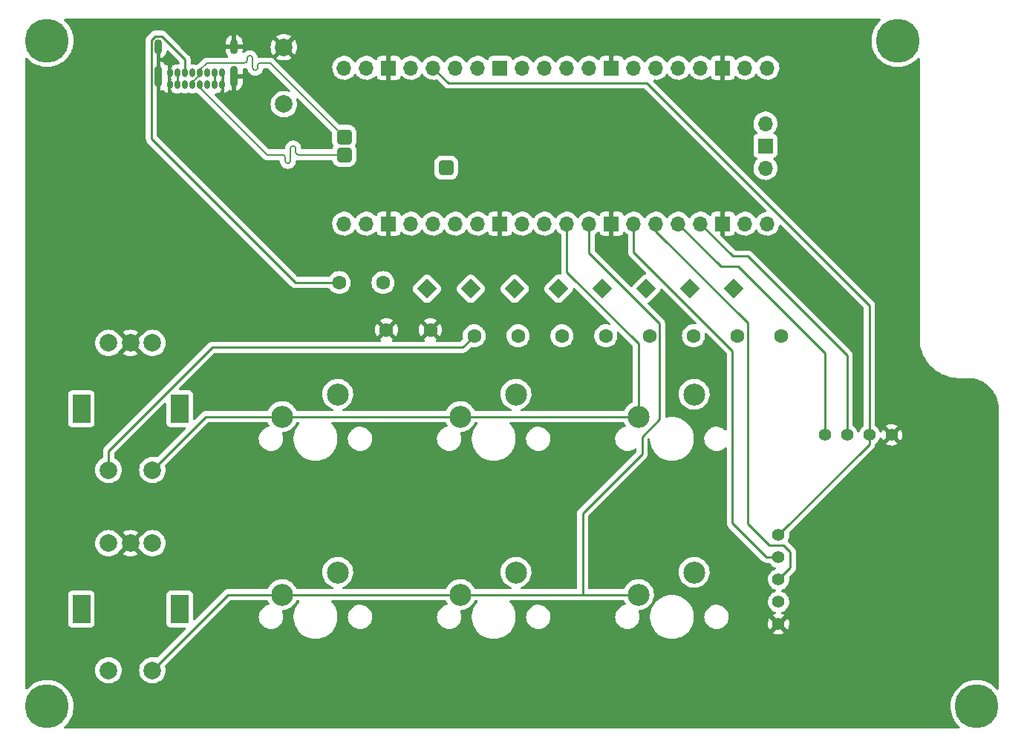
<source format=gbr>
G04 #@! TF.GenerationSoftware,KiCad,Pcbnew,(6.0.1-0)*
G04 #@! TF.CreationDate,2022-09-23T00:34:52-04:00*
G04 #@! TF.ProjectId,macro_pad_rpi_pico,6d616372-6f5f-4706-9164-5f7270695f70,rev?*
G04 #@! TF.SameCoordinates,Original*
G04 #@! TF.FileFunction,Copper,L2,Bot*
G04 #@! TF.FilePolarity,Positive*
%FSLAX46Y46*%
G04 Gerber Fmt 4.6, Leading zero omitted, Abs format (unit mm)*
G04 Created by KiCad (PCBNEW (6.0.1-0)) date 2022-09-23 00:34:52*
%MOMM*%
%LPD*%
G01*
G04 APERTURE LIST*
G04 Aperture macros list*
%AMRoundRect*
0 Rectangle with rounded corners*
0 $1 Rounding radius*
0 $2 $3 $4 $5 $6 $7 $8 $9 X,Y pos of 4 corners*
0 Add a 4 corners polygon primitive as box body*
4,1,4,$2,$3,$4,$5,$6,$7,$8,$9,$2,$3,0*
0 Add four circle primitives for the rounded corners*
1,1,$1+$1,$2,$3*
1,1,$1+$1,$4,$5*
1,1,$1+$1,$6,$7*
1,1,$1+$1,$8,$9*
0 Add four rect primitives between the rounded corners*
20,1,$1+$1,$2,$3,$4,$5,0*
20,1,$1+$1,$4,$5,$6,$7,0*
20,1,$1+$1,$6,$7,$8,$9,0*
20,1,$1+$1,$8,$9,$2,$3,0*%
%AMHorizOval*
0 Thick line with rounded ends*
0 $1 width*
0 $2 $3 position (X,Y) of the first rounded end (center of the circle)*
0 $4 $5 position (X,Y) of the second rounded end (center of the circle)*
0 Add line between two ends*
20,1,$1,$2,$3,$4,$5,0*
0 Add two circle primitives to create the rounded ends*
1,1,$1,$2,$3*
1,1,$1,$4,$5*%
%AMRotRect*
0 Rectangle, with rotation*
0 The origin of the aperture is its center*
0 $1 length*
0 $2 width*
0 $3 Rotation angle, in degrees counterclockwise*
0 Add horizontal line*
21,1,$1,$2,0,0,$3*%
G04 Aperture macros list end*
G04 #@! TA.AperFunction,ComponentPad*
%ADD10C,1.600000*%
G04 #@! TD*
G04 #@! TA.AperFunction,ComponentPad*
%ADD11HorizOval,1.600000X0.000000X0.000000X0.000000X0.000000X0*%
G04 #@! TD*
G04 #@! TA.AperFunction,ComponentPad*
%ADD12C,1.397000*%
G04 #@! TD*
G04 #@! TA.AperFunction,ComponentPad*
%ADD13C,5.000000*%
G04 #@! TD*
G04 #@! TA.AperFunction,ComponentPad*
%ADD14RotRect,1.600000X1.600000X315.000000*%
G04 #@! TD*
G04 #@! TA.AperFunction,ComponentPad*
%ADD15HorizOval,1.600000X0.000000X0.000000X0.000000X0.000000X0*%
G04 #@! TD*
G04 #@! TA.AperFunction,ComponentPad*
%ADD16C,2.500000*%
G04 #@! TD*
G04 #@! TA.AperFunction,ComponentPad*
%ADD17O,1.700000X1.700000*%
G04 #@! TD*
G04 #@! TA.AperFunction,ComponentPad*
%ADD18R,1.700000X1.700000*%
G04 #@! TD*
G04 #@! TA.AperFunction,ComponentPad*
%ADD19RoundRect,0.437500X0.437500X-0.437500X0.437500X0.437500X-0.437500X0.437500X-0.437500X-0.437500X0*%
G04 #@! TD*
G04 #@! TA.AperFunction,ComponentPad*
%ADD20C,2.000000*%
G04 #@! TD*
G04 #@! TA.AperFunction,ComponentPad*
%ADD21O,0.650000X1.000000*%
G04 #@! TD*
G04 #@! TA.AperFunction,ComponentPad*
%ADD22O,0.900000X1.700000*%
G04 #@! TD*
G04 #@! TA.AperFunction,ComponentPad*
%ADD23O,0.900000X2.400000*%
G04 #@! TD*
G04 #@! TA.AperFunction,ComponentPad*
%ADD24R,2.000000X3.200000*%
G04 #@! TD*
G04 #@! TA.AperFunction,Conductor*
%ADD25C,0.250000*%
G04 #@! TD*
G04 #@! TA.AperFunction,Conductor*
%ADD26C,0.200000*%
G04 #@! TD*
G04 APERTURE END LIST*
D10*
G04 #@! TO.P,R1,1*
G04 #@! TO.N,GND*
X137694100Y-99000000D03*
D11*
G04 #@! TO.P,R1,2*
G04 #@! TO.N,Net-(J1-PadA5)*
X132305946Y-93611846D03*
G04 #@! TD*
D12*
G04 #@! TO.P,J2,1,P1*
G04 #@! TO.N,SDA_1*
X182690000Y-111000000D03*
G04 #@! TO.P,J2,2,P2*
G04 #@! TO.N,SCL_1*
X185230000Y-111000000D03*
G04 #@! TO.P,J2,3,P3*
G04 #@! TO.N,3.3V*
X187770000Y-111000000D03*
G04 #@! TO.P,J2,4,P4*
G04 #@! TO.N,GND*
X190310000Y-111000000D03*
G04 #@! TD*
D13*
G04 #@! TO.P,REF3,3*
G04 #@! TO.N,N/C*
X200000000Y-142000000D03*
G04 #@! TD*
D14*
G04 #@! TO.P,D1,1,K*
G04 #@! TO.N,Col_1*
X137305900Y-94305900D03*
D15*
G04 #@! TO.P,D1,2,A*
G04 #@! TO.N,Net-(D1-Pad2)*
X142694054Y-99694054D03*
G04 #@! TD*
D16*
G04 #@! TO.P,SW1,1,1*
G04 #@! TO.N,Row_1*
X120790000Y-108910000D03*
G04 #@! TO.P,SW1,2,2*
G04 #@! TO.N,Net-(D3-Pad2)*
X127140000Y-106370000D03*
G04 #@! TD*
G04 #@! TO.P,SW4,1,1*
G04 #@! TO.N,Row_2*
X141110000Y-129230000D03*
G04 #@! TO.P,SW4,2,2*
G04 #@! TO.N,Net-(D6-Pad2)*
X147460000Y-126690000D03*
G04 #@! TD*
D14*
G04 #@! TO.P,D5,1,K*
G04 #@! TO.N,Col_3*
X157305900Y-94305900D03*
D15*
G04 #@! TO.P,D5,2,A*
G04 #@! TO.N,Net-(D5-Pad2)*
X162694054Y-99694054D03*
G04 #@! TD*
D13*
G04 #@! TO.P,REF1,1*
G04 #@! TO.N,N/C*
X94000000Y-66000000D03*
G04 #@! TD*
D14*
G04 #@! TO.P,D3,1,K*
G04 #@! TO.N,Col_2*
X147305900Y-94305900D03*
D15*
G04 #@! TO.P,D3,2,A*
G04 #@! TO.N,Net-(D3-Pad2)*
X152694054Y-99694054D03*
G04 #@! TD*
D14*
G04 #@! TO.P,D4,1,K*
G04 #@! TO.N,Col_2*
X152305900Y-94305900D03*
D15*
G04 #@! TO.P,D4,2,A*
G04 #@! TO.N,Net-(D4-Pad2)*
X157694054Y-99694054D03*
G04 #@! TD*
D16*
G04 #@! TO.P,SW2,1,1*
G04 #@! TO.N,Row_2*
X120790000Y-129230000D03*
G04 #@! TO.P,SW2,2,2*
G04 #@! TO.N,Net-(D4-Pad2)*
X127140000Y-126690000D03*
G04 #@! TD*
D17*
G04 #@! TO.P,RPI1,1,GPIO0*
G04 #@! TO.N,ROT_2_1*
X127870000Y-86890000D03*
G04 #@! TO.P,RPI1,2,GPIO1*
G04 #@! TO.N,ROT_1_1*
X130410000Y-86890000D03*
D18*
G04 #@! TO.P,RPI1,3,GND*
G04 #@! TO.N,GND*
X132950000Y-86890000D03*
D17*
G04 #@! TO.P,RPI1,4,GPIO2*
G04 #@! TO.N,ROT_1_2*
X135490000Y-86890000D03*
G04 #@! TO.P,RPI1,5,GPIO3*
G04 #@! TO.N,ROT_2_2*
X138030000Y-86890000D03*
G04 #@! TO.P,RPI1,6,GPIO4*
G04 #@! TO.N,Col_1*
X140570000Y-86890000D03*
G04 #@! TO.P,RPI1,7,GPIO5*
G04 #@! TO.N,Col_2*
X143110000Y-86890000D03*
D18*
G04 #@! TO.P,RPI1,8,GND*
G04 #@! TO.N,GND*
X145650000Y-86890000D03*
D17*
G04 #@! TO.P,RPI1,9,GPIO6*
G04 #@! TO.N,Col_3*
X148190000Y-86890000D03*
G04 #@! TO.P,RPI1,10,GPIO7*
G04 #@! TO.N,Col_4*
X150730000Y-86890000D03*
G04 #@! TO.P,RPI1,11,GPIO8*
G04 #@! TO.N,Row_1*
X153270000Y-86890000D03*
G04 #@! TO.P,RPI1,12,GPIO9*
G04 #@! TO.N,Row_2*
X155810000Y-86890000D03*
D18*
G04 #@! TO.P,RPI1,13,GND*
G04 #@! TO.N,GND*
X158350000Y-86890000D03*
D17*
G04 #@! TO.P,RPI1,14,GPIO10*
G04 #@! TO.N,SDA_2*
X160890000Y-86890000D03*
G04 #@! TO.P,RPI1,15,GPIO11*
G04 #@! TO.N,SCL_2*
X163430000Y-86890000D03*
G04 #@! TO.P,RPI1,16,GPIO12*
G04 #@! TO.N,SDA_1*
X165970000Y-86890000D03*
G04 #@! TO.P,RPI1,17,GPIO13*
G04 #@! TO.N,SCL_1*
X168510000Y-86890000D03*
D18*
G04 #@! TO.P,RPI1,18,GND*
G04 #@! TO.N,GND*
X171050000Y-86890000D03*
D17*
G04 #@! TO.P,RPI1,19,GPIO14*
G04 #@! TO.N,INT (UNUSED)*
X173590000Y-86890000D03*
G04 #@! TO.P,RPI1,20,GPIO15*
G04 #@! TO.N,/D15*
X176130000Y-86890000D03*
G04 #@! TO.P,RPI1,21,GPIO16*
G04 #@! TO.N,unconnected-(RPI1-Pad21)*
X176130000Y-69110000D03*
G04 #@! TO.P,RPI1,22,GPIO17*
G04 #@! TO.N,unconnected-(RPI1-Pad22)*
X173590000Y-69110000D03*
D18*
G04 #@! TO.P,RPI1,23,GND*
G04 #@! TO.N,GND*
X171050000Y-69110000D03*
D17*
G04 #@! TO.P,RPI1,24,GPIO18*
G04 #@! TO.N,unconnected-(RPI1-Pad24)*
X168510000Y-69110000D03*
G04 #@! TO.P,RPI1,25,GPIO19*
G04 #@! TO.N,unconnected-(RPI1-Pad25)*
X165970000Y-69110000D03*
G04 #@! TO.P,RPI1,26,GPIO20*
G04 #@! TO.N,unconnected-(RPI1-Pad26)*
X163430000Y-69110000D03*
G04 #@! TO.P,RPI1,27,GPIO21*
G04 #@! TO.N,unconnected-(RPI1-Pad27)*
X160890000Y-69110000D03*
D18*
G04 #@! TO.P,RPI1,28,GND*
G04 #@! TO.N,GND*
X158350000Y-69110000D03*
D17*
G04 #@! TO.P,RPI1,29,GPIO22*
G04 #@! TO.N,unconnected-(RPI1-Pad29)*
X155810000Y-69110000D03*
G04 #@! TO.P,RPI1,30,RUN*
G04 #@! TO.N,RESET_BTN*
X153270000Y-69110000D03*
G04 #@! TO.P,RPI1,31,GPIO26_ADC0*
G04 #@! TO.N,unconnected-(RPI1-Pad31)*
X150730000Y-69110000D03*
G04 #@! TO.P,RPI1,32,GPIO27_ADC1*
G04 #@! TO.N,unconnected-(RPI1-Pad32)*
X148190000Y-69110000D03*
D18*
G04 #@! TO.P,RPI1,33,AGND*
G04 #@! TO.N,unconnected-(RPI1-Pad33)*
X145650000Y-69110000D03*
D17*
G04 #@! TO.P,RPI1,34,GPIO28_ADC2*
G04 #@! TO.N,unconnected-(RPI1-Pad34)*
X143110000Y-69110000D03*
G04 #@! TO.P,RPI1,35,ADC_VREF*
G04 #@! TO.N,unconnected-(RPI1-Pad35)*
X140570000Y-69110000D03*
G04 #@! TO.P,RPI1,36,3V3*
G04 #@! TO.N,3.3V*
X138030000Y-69110000D03*
G04 #@! TO.P,RPI1,37,3V3_EN*
G04 #@! TO.N,unconnected-(RPI1-Pad37)*
X135490000Y-69110000D03*
D18*
G04 #@! TO.P,RPI1,38,GND*
G04 #@! TO.N,GND*
X132950000Y-69110000D03*
D17*
G04 #@! TO.P,RPI1,39,VSYS*
G04 #@! TO.N,unconnected-(RPI1-Pad39)*
X130410000Y-69110000D03*
G04 #@! TO.P,RPI1,40,VBUS*
G04 #@! TO.N,USBVBUS*
X127870000Y-69110000D03*
G04 #@! TO.P,RPI1,41,SWCLK*
G04 #@! TO.N,unconnected-(RPI1-Pad41)*
X175900000Y-80540000D03*
D18*
G04 #@! TO.P,RPI1,42,GND*
G04 #@! TO.N,unconnected-(RPI1-Pad42)*
X175900000Y-78000000D03*
D17*
G04 #@! TO.P,RPI1,43,SWDIO*
G04 #@! TO.N,unconnected-(RPI1-Pad43)*
X175900000Y-75460000D03*
D19*
G04 #@! TO.P,RPI1,TP2,USB_DM*
G04 #@! TO.N,USB2_N*
X127875000Y-76984000D03*
G04 #@! TO.P,RPI1,TP3,USB_DP*
G04 #@! TO.N,USB2_P*
X127875000Y-79016000D03*
G04 #@! TO.P,RPI1,TP6*
G04 #@! TO.N,N/C*
X139500000Y-80500000D03*
G04 #@! TD*
D14*
G04 #@! TO.P,D7,1,K*
G04 #@! TO.N,Col_4*
X167305900Y-94305900D03*
D15*
G04 #@! TO.P,D7,2,A*
G04 #@! TO.N,Net-(D7-Pad2)*
X172694054Y-99694054D03*
G04 #@! TD*
D20*
G04 #@! TO.P,SW-RST1,1,1*
G04 #@! TO.N,GND*
X121000000Y-66750000D03*
G04 #@! TO.P,SW-RST1,2,2*
G04 #@! TO.N,RESET_BTN*
X121000000Y-73250000D03*
G04 #@! TD*
D21*
G04 #@! TO.P,J1,A1,GND*
G04 #@! TO.N,GND*
X113975000Y-71025000D03*
G04 #@! TO.P,J1,A4,VBUS*
G04 #@! TO.N,USBVBUS*
X113125000Y-71025000D03*
G04 #@! TO.P,J1,A5,CC1*
G04 #@! TO.N,Net-(J1-PadA5)*
X112275000Y-71025000D03*
G04 #@! TO.P,J1,A6,D+*
G04 #@! TO.N,USB2_P*
X111425000Y-71025000D03*
G04 #@! TO.P,J1,A7,D-*
G04 #@! TO.N,USB2_N*
X110575000Y-71025000D03*
G04 #@! TO.P,J1,A8,SBU1*
G04 #@! TO.N,unconnected-(J1-PadA8)*
X109725000Y-71025000D03*
G04 #@! TO.P,J1,A9,VBUS*
G04 #@! TO.N,USBVBUS*
X108875000Y-71025000D03*
G04 #@! TO.P,J1,A12,GND*
G04 #@! TO.N,GND*
X108025000Y-71025000D03*
G04 #@! TO.P,J1,B1,GND*
X108020000Y-69700000D03*
G04 #@! TO.P,J1,B4,VBUS*
G04 #@! TO.N,USBVBUS*
X108870000Y-69700000D03*
G04 #@! TO.P,J1,B5,CC2*
G04 #@! TO.N,Net-(J1-PadB5)*
X109720000Y-69700000D03*
G04 #@! TO.P,J1,B6,D+*
G04 #@! TO.N,USB2_P*
X110570000Y-69700000D03*
G04 #@! TO.P,J1,B7,D-*
G04 #@! TO.N,USB2_N*
X111420000Y-69700000D03*
G04 #@! TO.P,J1,B8,SBU2*
G04 #@! TO.N,unconnected-(J1-PadB8)*
X112270000Y-69700000D03*
G04 #@! TO.P,J1,B9,VBUS*
G04 #@! TO.N,USBVBUS*
X113120000Y-69700000D03*
G04 #@! TO.P,J1,B12,GND*
G04 #@! TO.N,GND*
X113975000Y-69700000D03*
D22*
G04 #@! TO.P,J1,S1,SHIELD*
X115325000Y-66665000D03*
D23*
X106675000Y-70045000D03*
X115325000Y-70045000D03*
D22*
X106675000Y-66665000D03*
G04 #@! TD*
D14*
G04 #@! TO.P,D2,1,K*
G04 #@! TO.N,Col_1*
X142305900Y-94305900D03*
D15*
G04 #@! TO.P,D2,2,A*
G04 #@! TO.N,Net-(D2-Pad2)*
X147694054Y-99694054D03*
G04 #@! TD*
D20*
G04 #@! TO.P,Rotary_encoder2,A,A*
G04 #@! TO.N,ROT_2_2*
X106000000Y-123360000D03*
G04 #@! TO.P,Rotary_encoder2,B,B*
G04 #@! TO.N,ROT_2_1*
X101000000Y-123360000D03*
G04 #@! TO.P,Rotary_encoder2,C,C*
G04 #@! TO.N,GND*
X103500000Y-123360000D03*
D24*
G04 #@! TO.P,Rotary_encoder2,MP*
G04 #@! TO.N,N/C*
X109100000Y-130860000D03*
X97900000Y-130860000D03*
D20*
G04 #@! TO.P,Rotary_encoder2,S1,S1*
G04 #@! TO.N,Net-(D2-Pad2)*
X101000000Y-137860000D03*
G04 #@! TO.P,Rotary_encoder2,S2,S2*
G04 #@! TO.N,Row_2*
X106000000Y-137860000D03*
G04 #@! TD*
D10*
G04 #@! TO.P,R2,1*
G04 #@! TO.N,GND*
X132694100Y-99000000D03*
D11*
G04 #@! TO.P,R2,2*
G04 #@! TO.N,Net-(J1-PadB5)*
X127305946Y-93611846D03*
G04 #@! TD*
D16*
G04 #@! TO.P,SW3,1,1*
G04 #@! TO.N,Row_1*
X141110000Y-108910000D03*
G04 #@! TO.P,SW3,2,2*
G04 #@! TO.N,Net-(D5-Pad2)*
X147460000Y-106370000D03*
G04 #@! TD*
D13*
G04 #@! TO.P,REF4,4*
G04 #@! TO.N,N/C*
X94000000Y-142000000D03*
G04 #@! TD*
D16*
G04 #@! TO.P,SW5,1,1*
G04 #@! TO.N,Row_1*
X161430000Y-108910000D03*
G04 #@! TO.P,SW5,2,2*
G04 #@! TO.N,Net-(D7-Pad2)*
X167780000Y-106370000D03*
G04 #@! TD*
D13*
G04 #@! TO.P,REF2,2*
G04 #@! TO.N,N/C*
X191000000Y-66000000D03*
G04 #@! TD*
D12*
G04 #@! TO.P,J3,1,P1*
G04 #@! TO.N,GND*
X177400000Y-132580000D03*
G04 #@! TO.P,J3,2,P2*
G04 #@! TO.N,INT (UNUSED)*
X177400000Y-130040000D03*
G04 #@! TO.P,J3,3,P3*
G04 #@! TO.N,SCL_2*
X177400000Y-127500000D03*
G04 #@! TO.P,J3,4,P4*
G04 #@! TO.N,SDA_2*
X177400000Y-124960000D03*
G04 #@! TO.P,J3,5,P5*
G04 #@! TO.N,3.3V*
X177400000Y-122420000D03*
G04 #@! TD*
D14*
G04 #@! TO.P,D6,1,K*
G04 #@! TO.N,Col_3*
X162305900Y-94305900D03*
D15*
G04 #@! TO.P,D6,2,A*
G04 #@! TO.N,Net-(D6-Pad2)*
X167694054Y-99694054D03*
G04 #@! TD*
D16*
G04 #@! TO.P,SW6,1,1*
G04 #@! TO.N,Row_2*
X161430000Y-129230000D03*
G04 #@! TO.P,SW6,2,2*
G04 #@! TO.N,Net-(D8-Pad2)*
X167780000Y-126690000D03*
G04 #@! TD*
D14*
G04 #@! TO.P,D8,1,K*
G04 #@! TO.N,Col_4*
X172305900Y-94305900D03*
D15*
G04 #@! TO.P,D8,2,A*
G04 #@! TO.N,Net-(D8-Pad2)*
X177694054Y-99694054D03*
G04 #@! TD*
D20*
G04 #@! TO.P,Rotary_encoder1,A,A*
G04 #@! TO.N,ROT_1_2*
X106000000Y-100500000D03*
G04 #@! TO.P,Rotary_encoder1,B,B*
G04 #@! TO.N,ROT_1_1*
X101000000Y-100500000D03*
G04 #@! TO.P,Rotary_encoder1,C,C*
G04 #@! TO.N,GND*
X103500000Y-100500000D03*
D24*
G04 #@! TO.P,Rotary_encoder1,MP*
G04 #@! TO.N,N/C*
X109100000Y-108000000D03*
X97900000Y-108000000D03*
D20*
G04 #@! TO.P,Rotary_encoder1,S1,S1*
G04 #@! TO.N,Net-(D1-Pad2)*
X101000000Y-115000000D03*
G04 #@! TO.P,Rotary_encoder1,S2,S2*
G04 #@! TO.N,Row_1*
X106000000Y-115000000D03*
G04 #@! TD*
D25*
G04 #@! TO.N,Net-(D1-Pad2)*
X101000000Y-115000000D02*
X101000000Y-112851000D01*
X141388100Y-101000000D02*
X142694000Y-99694100D01*
X101000000Y-112851000D02*
X112851000Y-101000000D01*
X142694000Y-99694100D02*
X142694100Y-99694100D01*
X112851000Y-101000000D02*
X141388100Y-101000000D01*
G04 #@! TO.N,GND*
X132950000Y-86890000D02*
X132950000Y-88065300D01*
X108020000Y-69700000D02*
X108020000Y-70045000D01*
G04 #@! TO.N,USBVBUS*
X113120000Y-69700000D02*
X113120000Y-70525300D01*
X108875000Y-71025000D02*
X108875000Y-70199700D01*
X108870000Y-69700000D02*
X108870000Y-70194700D01*
X113125000Y-70530300D02*
X113125000Y-71025000D01*
X113120000Y-70525300D02*
X113125000Y-70530300D01*
X108870000Y-70194700D02*
X108875000Y-70199700D01*
G04 #@! TO.N,Net-(J1-PadB5)*
X109720000Y-68146500D02*
X109720000Y-69700000D01*
X107062500Y-65489000D02*
X109720000Y-68146500D01*
X106309900Y-65489000D02*
X107062500Y-65489000D01*
X105891400Y-77197300D02*
X105891400Y-65907500D01*
X122305946Y-93611846D02*
X127305946Y-93611846D01*
X105891400Y-65907500D02*
X106309900Y-65489000D01*
X105891400Y-77197300D02*
X122305946Y-93611846D01*
G04 #@! TO.N,SDA_1*
X166480312Y-86890000D02*
X165970000Y-86890000D01*
X182690000Y-101630000D02*
X172790000Y-91730000D01*
X172790000Y-91730000D02*
X170810000Y-91730000D01*
X170810000Y-91730000D02*
X165970000Y-86890000D01*
X182690000Y-111000000D02*
X182690000Y-101630000D01*
G04 #@! TO.N,SCL_1*
X172200000Y-90580000D02*
X173860000Y-90580000D01*
X168510000Y-86890000D02*
X172200000Y-90580000D01*
X173860000Y-90580000D02*
X185230000Y-101950000D01*
X185230000Y-101950000D02*
X185230000Y-111000000D01*
G04 #@! TO.N,3.3V*
X187770000Y-96210000D02*
X162380000Y-70820000D01*
X187770000Y-111000000D02*
X187770000Y-96210000D01*
X187770000Y-111000000D02*
X187770000Y-112050000D01*
X162380000Y-70820000D02*
X139740000Y-70820000D01*
X187770000Y-112050000D02*
X177400000Y-122420000D01*
X139740000Y-70820000D02*
X138030000Y-69110000D01*
G04 #@! TO.N,Row_1*
X112090000Y-108910000D02*
X120790000Y-108910000D01*
X120790000Y-108910000D02*
X141110000Y-108910000D01*
X153270000Y-92430000D02*
X153270000Y-86890000D01*
X161430000Y-108910000D02*
X161430000Y-100590000D01*
X161430000Y-100590000D02*
X153270000Y-92430000D01*
X106000000Y-115000000D02*
X112090000Y-108910000D01*
X141110000Y-108910000D02*
X161430000Y-108910000D01*
G04 #@! TO.N,Row_2*
X155049000Y-129230000D02*
X155049000Y-119961000D01*
X163821000Y-109209000D02*
X163821000Y-98271000D01*
X120790000Y-129230000D02*
X141110000Y-129230000D01*
X163821000Y-98271000D02*
X155810000Y-90260000D01*
X155049000Y-129230000D02*
X161430000Y-129230000D01*
X155049000Y-119961000D02*
X161840000Y-113170000D01*
X161840000Y-111190000D02*
X163821000Y-109209000D01*
X114630000Y-129230000D02*
X120790000Y-129230000D01*
X161840000Y-113170000D02*
X161840000Y-111190000D01*
X106000000Y-137860000D02*
X114630000Y-129230000D01*
X155810000Y-90260000D02*
X155810000Y-86890000D01*
X141110000Y-129230000D02*
X155049000Y-129230000D01*
G04 #@! TO.N,SDA_2*
X172130000Y-121050000D02*
X172130000Y-101410000D01*
X172130000Y-101410000D02*
X160890000Y-90170000D01*
X177400000Y-124960000D02*
X176040000Y-124960000D01*
X160890000Y-90170000D02*
X160890000Y-86890000D01*
X176040000Y-124960000D02*
X172130000Y-121050000D01*
G04 #@! TO.N,SCL_2*
X177400000Y-127500000D02*
X178750000Y-126150000D01*
X178750000Y-124390000D02*
X177940000Y-123580000D01*
X177940000Y-123580000D02*
X176330000Y-123580000D01*
X163430000Y-87800000D02*
X163430000Y-86890000D01*
X173850000Y-121100000D02*
X173850000Y-98220000D01*
X176330000Y-123580000D02*
X173850000Y-121100000D01*
X178750000Y-126150000D02*
X178750000Y-124390000D01*
X173850000Y-98220000D02*
X163430000Y-87800000D01*
D26*
G04 #@! TO.N,USB2_P*
X122346000Y-78716000D02*
X122346000Y-78316000D01*
X121146000Y-79716000D02*
X121146000Y-79316000D01*
X120521634Y-79016000D02*
X119066000Y-79016000D01*
X119066000Y-79016000D02*
X111425000Y-71375000D01*
X121746000Y-78716000D02*
X121746000Y-79716000D01*
X120846000Y-79016000D02*
X120521634Y-79016000D01*
X127875000Y-79016000D02*
X122646000Y-79016000D01*
X121746000Y-78316000D02*
X121746000Y-78716000D01*
X111425000Y-71375000D02*
X111425000Y-71025000D01*
X120846000Y-79016000D02*
G75*
G02*
X121146000Y-79316000I0J-300000D01*
G01*
X121146000Y-79716000D02*
G75*
G03*
X121446000Y-80016000I300000J0D01*
G01*
X121446000Y-80016000D02*
G75*
G03*
X121746000Y-79716000I0J300000D01*
G01*
X122346000Y-78716000D02*
G75*
G03*
X122646000Y-79016000I300000J0D01*
G01*
X121746000Y-78316000D02*
G75*
G02*
X122046000Y-78016000I300000J0D01*
G01*
X122046000Y-78016000D02*
G75*
G02*
X122346000Y-78316000I0J-300000D01*
G01*
G04 #@! TO.N,USB2_N*
X117414520Y-69078334D02*
X117414520Y-68845480D01*
X118014520Y-68845480D02*
X118014520Y-69078334D01*
X116224387Y-68545480D02*
X112224520Y-68545480D01*
X112224520Y-68545480D02*
X111420000Y-69350000D01*
X127875000Y-76984000D02*
X119436480Y-68545480D01*
X110575000Y-70753204D02*
X111420000Y-69908204D01*
X110575000Y-71025000D02*
X110575000Y-70753204D01*
X117414520Y-68845480D02*
X117414520Y-68012626D01*
X111420000Y-69908204D02*
X111420000Y-69700000D01*
X116814520Y-68012626D02*
X116814520Y-68245480D01*
X116514520Y-68545480D02*
X116224387Y-68545480D01*
X111420000Y-69350000D02*
X111420000Y-69700000D01*
X119436480Y-68545480D02*
X118314520Y-68545480D01*
X116814520Y-68012626D02*
G75*
G02*
X117114520Y-67712626I300000J0D01*
G01*
X117714520Y-69378334D02*
G75*
G03*
X118014520Y-69078334I0J300000D01*
G01*
X117414520Y-69078334D02*
G75*
G03*
X117714520Y-69378334I300000J0D01*
G01*
X117114520Y-67712626D02*
G75*
G02*
X117414520Y-68012626I0J-300000D01*
G01*
X118014520Y-68845480D02*
G75*
G02*
X118314520Y-68545480I300000J0D01*
G01*
X116514520Y-68545480D02*
G75*
G03*
X116814520Y-68245480I0J300000D01*
G01*
G04 #@! TD*
G04 #@! TA.AperFunction,Conductor*
G04 #@! TO.N,GND*
G36*
X189007957Y-63528001D02*
G01*
X189054450Y-63581657D01*
X189064554Y-63651931D01*
X189035060Y-63716511D01*
X189018621Y-63732329D01*
X188983509Y-63760459D01*
X188739466Y-64007071D01*
X188737225Y-64009929D01*
X188680732Y-64081978D01*
X188525386Y-64280098D01*
X188523493Y-64283187D01*
X188523491Y-64283190D01*
X188477233Y-64358676D01*
X188344105Y-64575921D01*
X188342580Y-64579206D01*
X188342578Y-64579210D01*
X188303505Y-64663386D01*
X188198027Y-64890620D01*
X188089087Y-65220023D01*
X188088351Y-65223578D01*
X188088350Y-65223581D01*
X188020766Y-65549934D01*
X188018730Y-65559764D01*
X188008674Y-65672440D01*
X187989354Y-65888920D01*
X187987888Y-65905341D01*
X187987983Y-65908971D01*
X187987983Y-65908972D01*
X187990367Y-65999999D01*
X187996970Y-66252171D01*
X188045856Y-66595660D01*
X188133897Y-66931253D01*
X188259927Y-67254503D01*
X188288551Y-67308565D01*
X188395688Y-67510911D01*
X188422275Y-67561126D01*
X188424325Y-67564109D01*
X188424327Y-67564112D01*
X188616733Y-67844064D01*
X188616739Y-67844071D01*
X188618790Y-67847056D01*
X188728542Y-67972867D01*
X188841812Y-68102711D01*
X188846866Y-68108505D01*
X188920014Y-68175064D01*
X189059268Y-68301775D01*
X189103481Y-68342006D01*
X189385233Y-68544466D01*
X189688388Y-68713200D01*
X190008928Y-68845972D01*
X190012422Y-68846967D01*
X190012424Y-68846968D01*
X190339103Y-68940025D01*
X190339108Y-68940026D01*
X190342604Y-68941022D01*
X190539304Y-68973233D01*
X190681412Y-68996504D01*
X190681419Y-68996505D01*
X190684993Y-68997090D01*
X190858275Y-69005262D01*
X191027931Y-69013263D01*
X191027932Y-69013263D01*
X191031558Y-69013434D01*
X191040415Y-69012830D01*
X191374073Y-68990084D01*
X191374081Y-68990083D01*
X191377704Y-68989836D01*
X191381279Y-68989173D01*
X191381282Y-68989173D01*
X191715279Y-68927270D01*
X191715283Y-68927269D01*
X191718844Y-68926609D01*
X192050456Y-68824592D01*
X192368145Y-68685136D01*
X192400972Y-68665954D01*
X192664560Y-68511926D01*
X192664562Y-68511925D01*
X192667700Y-68510091D01*
X192704729Y-68482289D01*
X192942244Y-68303958D01*
X192942248Y-68303955D01*
X192945151Y-68301775D01*
X193196819Y-68062950D01*
X193231307Y-68021703D01*
X193269337Y-67976220D01*
X193328378Y-67936791D01*
X193399364Y-67935541D01*
X193459757Y-67972867D01*
X193490382Y-68036918D01*
X193492000Y-68057043D01*
X193492000Y-99950672D01*
X193490500Y-99970056D01*
X193486814Y-99993730D01*
X193487741Y-100000816D01*
X193487945Y-100005488D01*
X193487941Y-100005816D01*
X193487978Y-100006245D01*
X193504876Y-100393272D01*
X193556257Y-100783552D01*
X193641458Y-101167868D01*
X193642286Y-101170493D01*
X193642287Y-101170498D01*
X193756762Y-101533564D01*
X193759830Y-101543296D01*
X193910472Y-101906978D01*
X194092238Y-102256148D01*
X194303744Y-102588146D01*
X194543381Y-102900447D01*
X194809326Y-103190674D01*
X195099553Y-103456619D01*
X195101725Y-103458286D01*
X195101729Y-103458289D01*
X195144109Y-103490808D01*
X195411854Y-103696256D01*
X195743853Y-103907762D01*
X196093022Y-104089528D01*
X196095563Y-104090580D01*
X196095564Y-104090581D01*
X196140489Y-104109190D01*
X196456704Y-104240170D01*
X196459324Y-104240996D01*
X196459332Y-104240999D01*
X196829502Y-104357713D01*
X196829507Y-104357714D01*
X196832132Y-104358542D01*
X197216448Y-104443743D01*
X197219167Y-104444101D01*
X197219173Y-104444102D01*
X197365531Y-104463370D01*
X197606728Y-104495124D01*
X197609477Y-104495244D01*
X197609488Y-104495245D01*
X197830522Y-104504895D01*
X197969085Y-104510946D01*
X197977809Y-104511866D01*
X197977812Y-104511829D01*
X197982661Y-104512264D01*
X197987461Y-104513071D01*
X197993915Y-104513150D01*
X197995141Y-104513165D01*
X197995145Y-104513165D01*
X198000000Y-104513224D01*
X198027588Y-104509273D01*
X198045451Y-104508000D01*
X198950672Y-104508000D01*
X198970057Y-104509500D01*
X198984858Y-104511805D01*
X198984861Y-104511805D01*
X198993730Y-104513186D01*
X199013054Y-104510659D01*
X199035570Y-104509747D01*
X199336100Y-104524512D01*
X199348394Y-104525722D01*
X199675139Y-104574191D01*
X199687249Y-104576599D01*
X199958222Y-104644474D01*
X200007674Y-104656861D01*
X200019507Y-104660451D01*
X200330494Y-104771725D01*
X200341918Y-104776456D01*
X200640523Y-104917685D01*
X200651424Y-104923512D01*
X200778298Y-104999557D01*
X200934745Y-105093328D01*
X200945026Y-105100198D01*
X201210329Y-105296960D01*
X201219887Y-105304804D01*
X201464630Y-105526626D01*
X201473374Y-105535370D01*
X201695196Y-105780113D01*
X201703040Y-105789671D01*
X201899802Y-106054974D01*
X201906672Y-106065255D01*
X201935889Y-106114000D01*
X202061662Y-106323839D01*
X202076486Y-106348572D01*
X202082313Y-106359473D01*
X202124652Y-106448990D01*
X202223544Y-106658082D01*
X202228275Y-106669506D01*
X202339549Y-106980493D01*
X202343138Y-106992324D01*
X202420046Y-107299356D01*
X202423399Y-107312743D01*
X202425809Y-107324861D01*
X202474277Y-107651601D01*
X202475489Y-107663902D01*
X202477637Y-107707635D01*
X202489890Y-107957062D01*
X202488543Y-107982624D01*
X202488195Y-107984857D01*
X202488195Y-107984861D01*
X202486814Y-107993730D01*
X202487978Y-108002632D01*
X202487978Y-108002635D01*
X202490936Y-108025251D01*
X202492000Y-108041589D01*
X202492000Y-139941293D01*
X202471998Y-140009414D01*
X202418342Y-140055907D01*
X202348068Y-140066011D01*
X202283488Y-140036517D01*
X202273713Y-140027077D01*
X202085842Y-139824904D01*
X201822019Y-139599578D01*
X201534047Y-139406069D01*
X201225741Y-139246940D01*
X200901189Y-139124302D01*
X200897668Y-139123418D01*
X200897663Y-139123416D01*
X200728657Y-139080965D01*
X200564692Y-139039780D01*
X200542476Y-139036855D01*
X200224315Y-138994968D01*
X200224307Y-138994967D01*
X200220711Y-138994494D01*
X200076045Y-138992221D01*
X199877446Y-138989101D01*
X199877442Y-138989101D01*
X199873804Y-138989044D01*
X199870190Y-138989405D01*
X199870184Y-138989405D01*
X199626843Y-139013694D01*
X199528569Y-139023503D01*
X199189583Y-139097414D01*
X199186156Y-139098587D01*
X199186150Y-139098589D01*
X199107296Y-139125587D01*
X198861339Y-139209797D01*
X198548188Y-139359163D01*
X198254279Y-139543532D01*
X198251443Y-139545804D01*
X198251436Y-139545809D01*
X198007384Y-139741332D01*
X197983509Y-139760459D01*
X197739466Y-140007071D01*
X197737225Y-140009929D01*
X197680732Y-140081978D01*
X197525386Y-140280098D01*
X197523493Y-140283187D01*
X197523491Y-140283190D01*
X197477233Y-140358676D01*
X197344105Y-140575921D01*
X197342580Y-140579206D01*
X197342578Y-140579210D01*
X197303505Y-140663386D01*
X197198027Y-140890620D01*
X197089087Y-141220023D01*
X197018730Y-141559764D01*
X196987888Y-141905341D01*
X196987983Y-141908971D01*
X196987983Y-141908972D01*
X196990367Y-142000000D01*
X196996970Y-142252171D01*
X197045856Y-142595660D01*
X197133897Y-142931253D01*
X197259927Y-143254503D01*
X197261624Y-143257708D01*
X197395113Y-143509825D01*
X197422275Y-143561126D01*
X197424325Y-143564109D01*
X197424327Y-143564112D01*
X197616733Y-143844064D01*
X197616739Y-143844071D01*
X197618790Y-143847056D01*
X197846866Y-144108505D01*
X197849551Y-144110948D01*
X198027431Y-144272806D01*
X198064354Y-144333447D01*
X198062631Y-144404422D01*
X198022809Y-144463199D01*
X197957531Y-144491116D01*
X197942632Y-144492000D01*
X96060517Y-144492000D01*
X95992396Y-144471998D01*
X95945903Y-144418342D01*
X95935799Y-144348068D01*
X95965293Y-144283488D01*
X95973784Y-144274603D01*
X96194180Y-144065454D01*
X96196819Y-144062950D01*
X96419370Y-143796783D01*
X96609853Y-143506799D01*
X96738446Y-143251121D01*
X96764117Y-143200080D01*
X96764120Y-143200072D01*
X96765744Y-143196844D01*
X96884977Y-142871026D01*
X96885822Y-142867504D01*
X96885825Y-142867496D01*
X96965124Y-142537191D01*
X96965125Y-142537187D01*
X96965971Y-142533662D01*
X97000035Y-142252171D01*
X97007316Y-142192004D01*
X97007316Y-142191997D01*
X97007652Y-142189225D01*
X97013599Y-142000000D01*
X97011138Y-141957319D01*
X96993836Y-141657246D01*
X96993835Y-141657241D01*
X96993627Y-141653626D01*
X96933976Y-141311842D01*
X96835437Y-140979180D01*
X96699316Y-140660048D01*
X96649569Y-140572831D01*
X96529208Y-140361816D01*
X96527417Y-140358676D01*
X96322018Y-140079060D01*
X96273701Y-140027064D01*
X96088309Y-139827559D01*
X96085842Y-139824904D01*
X95822019Y-139599578D01*
X95534047Y-139406069D01*
X95225741Y-139246940D01*
X94901189Y-139124302D01*
X94897668Y-139123418D01*
X94897663Y-139123416D01*
X94728657Y-139080965D01*
X94564692Y-139039780D01*
X94542476Y-139036855D01*
X94224315Y-138994968D01*
X94224307Y-138994967D01*
X94220711Y-138994494D01*
X94076045Y-138992221D01*
X93877446Y-138989101D01*
X93877442Y-138989101D01*
X93873804Y-138989044D01*
X93870190Y-138989405D01*
X93870184Y-138989405D01*
X93626843Y-139013694D01*
X93528569Y-139023503D01*
X93189583Y-139097414D01*
X93186156Y-139098587D01*
X93186150Y-139098589D01*
X93107296Y-139125587D01*
X92861339Y-139209797D01*
X92548188Y-139359163D01*
X92254279Y-139543532D01*
X92251443Y-139545804D01*
X92251436Y-139545809D01*
X92007384Y-139741332D01*
X91983509Y-139760459D01*
X91739466Y-140007071D01*
X91737225Y-140009929D01*
X91733154Y-140015121D01*
X91675381Y-140056386D01*
X91604469Y-140059866D01*
X91542934Y-140024455D01*
X91510311Y-139961397D01*
X91508000Y-139937375D01*
X91508000Y-137860000D01*
X99486835Y-137860000D01*
X99505465Y-138096711D01*
X99560895Y-138327594D01*
X99651760Y-138546963D01*
X99654346Y-138551183D01*
X99773241Y-138745202D01*
X99773245Y-138745208D01*
X99775824Y-138749416D01*
X99930031Y-138929969D01*
X100110584Y-139084176D01*
X100114792Y-139086755D01*
X100114798Y-139086759D01*
X100176063Y-139124302D01*
X100313037Y-139208240D01*
X100317607Y-139210133D01*
X100317611Y-139210135D01*
X100527833Y-139297211D01*
X100532406Y-139299105D01*
X100612609Y-139318360D01*
X100758476Y-139353380D01*
X100758482Y-139353381D01*
X100763289Y-139354535D01*
X101000000Y-139373165D01*
X101236711Y-139354535D01*
X101241518Y-139353381D01*
X101241524Y-139353380D01*
X101387391Y-139318360D01*
X101467594Y-139299105D01*
X101472167Y-139297211D01*
X101682389Y-139210135D01*
X101682393Y-139210133D01*
X101686963Y-139208240D01*
X101823937Y-139124302D01*
X101885202Y-139086759D01*
X101885208Y-139086755D01*
X101889416Y-139084176D01*
X102069969Y-138929969D01*
X102224176Y-138749416D01*
X102226755Y-138745208D01*
X102226759Y-138745202D01*
X102345654Y-138551183D01*
X102348240Y-138546963D01*
X102439105Y-138327594D01*
X102494535Y-138096711D01*
X102513165Y-137860000D01*
X102494535Y-137623289D01*
X102439105Y-137392406D01*
X102437211Y-137387833D01*
X102350135Y-137177611D01*
X102350133Y-137177607D01*
X102348240Y-137173037D01*
X102345654Y-137168817D01*
X102226759Y-136974798D01*
X102226755Y-136974792D01*
X102224176Y-136970584D01*
X102069969Y-136790031D01*
X101889416Y-136635824D01*
X101885208Y-136633245D01*
X101885202Y-136633241D01*
X101691183Y-136514346D01*
X101686963Y-136511760D01*
X101682393Y-136509867D01*
X101682389Y-136509865D01*
X101472167Y-136422789D01*
X101472165Y-136422788D01*
X101467594Y-136420895D01*
X101387391Y-136401640D01*
X101241524Y-136366620D01*
X101241518Y-136366619D01*
X101236711Y-136365465D01*
X101000000Y-136346835D01*
X100763289Y-136365465D01*
X100758482Y-136366619D01*
X100758476Y-136366620D01*
X100612609Y-136401640D01*
X100532406Y-136420895D01*
X100527835Y-136422788D01*
X100527833Y-136422789D01*
X100317611Y-136509865D01*
X100317607Y-136509867D01*
X100313037Y-136511760D01*
X100308817Y-136514346D01*
X100114798Y-136633241D01*
X100114792Y-136633245D01*
X100110584Y-136635824D01*
X99930031Y-136790031D01*
X99775824Y-136970584D01*
X99773245Y-136974792D01*
X99773241Y-136974798D01*
X99654346Y-137168817D01*
X99651760Y-137173037D01*
X99649867Y-137177607D01*
X99649865Y-137177611D01*
X99562789Y-137387833D01*
X99560895Y-137392406D01*
X99505465Y-137623289D01*
X99486835Y-137860000D01*
X91508000Y-137860000D01*
X91508000Y-132508134D01*
X96391500Y-132508134D01*
X96398255Y-132570316D01*
X96449385Y-132706705D01*
X96536739Y-132823261D01*
X96653295Y-132910615D01*
X96789684Y-132961745D01*
X96851866Y-132968500D01*
X98948134Y-132968500D01*
X99010316Y-132961745D01*
X99146705Y-132910615D01*
X99263261Y-132823261D01*
X99350615Y-132706705D01*
X99401745Y-132570316D01*
X99408500Y-132508134D01*
X99408500Y-129211866D01*
X99401745Y-129149684D01*
X99350615Y-129013295D01*
X99263261Y-128896739D01*
X99146705Y-128809385D01*
X99010316Y-128758255D01*
X98948134Y-128751500D01*
X96851866Y-128751500D01*
X96789684Y-128758255D01*
X96653295Y-128809385D01*
X96536739Y-128896739D01*
X96449385Y-129013295D01*
X96398255Y-129149684D01*
X96391500Y-129211866D01*
X96391500Y-132508134D01*
X91508000Y-132508134D01*
X91508000Y-123360000D01*
X99486835Y-123360000D01*
X99505465Y-123596711D01*
X99560895Y-123827594D01*
X99562788Y-123832165D01*
X99562789Y-123832167D01*
X99649625Y-124041808D01*
X99651760Y-124046963D01*
X99654346Y-124051183D01*
X99773241Y-124245202D01*
X99773245Y-124245208D01*
X99775824Y-124249416D01*
X99930031Y-124429969D01*
X100110584Y-124584176D01*
X100114792Y-124586755D01*
X100114798Y-124586759D01*
X100308084Y-124705205D01*
X100313037Y-124708240D01*
X100317607Y-124710133D01*
X100317611Y-124710135D01*
X100527833Y-124797211D01*
X100532406Y-124799105D01*
X100612609Y-124818360D01*
X100758476Y-124853380D01*
X100758482Y-124853381D01*
X100763289Y-124854535D01*
X101000000Y-124873165D01*
X101236711Y-124854535D01*
X101241518Y-124853381D01*
X101241524Y-124853380D01*
X101387391Y-124818360D01*
X101467594Y-124799105D01*
X101472167Y-124797211D01*
X101682389Y-124710135D01*
X101682393Y-124710133D01*
X101686963Y-124708240D01*
X101691916Y-124705205D01*
X101875556Y-124592670D01*
X102632160Y-124592670D01*
X102637887Y-124600320D01*
X102809042Y-124705205D01*
X102817837Y-124709687D01*
X103027988Y-124796734D01*
X103037373Y-124799783D01*
X103258554Y-124852885D01*
X103268301Y-124854428D01*
X103495070Y-124872275D01*
X103504930Y-124872275D01*
X103731699Y-124854428D01*
X103741446Y-124852885D01*
X103962627Y-124799783D01*
X103972012Y-124796734D01*
X104182163Y-124709687D01*
X104190958Y-124705205D01*
X104358445Y-124602568D01*
X104367907Y-124592110D01*
X104364124Y-124583334D01*
X103512812Y-123732022D01*
X103498868Y-123724408D01*
X103497035Y-123724539D01*
X103490420Y-123728790D01*
X102638920Y-124580290D01*
X102632160Y-124592670D01*
X101875556Y-124592670D01*
X101885202Y-124586759D01*
X101885208Y-124586755D01*
X101889416Y-124584176D01*
X102069969Y-124429969D01*
X102110927Y-124382014D01*
X102208753Y-124267474D01*
X102254686Y-124233598D01*
X102276668Y-124224122D01*
X103127978Y-123372812D01*
X103134356Y-123361132D01*
X103864408Y-123361132D01*
X103864539Y-123362965D01*
X103868790Y-123369580D01*
X104720290Y-124221080D01*
X104758648Y-124242026D01*
X104794072Y-124270782D01*
X104926823Y-124426213D01*
X104930031Y-124429969D01*
X105110584Y-124584176D01*
X105114792Y-124586755D01*
X105114798Y-124586759D01*
X105308084Y-124705205D01*
X105313037Y-124708240D01*
X105317607Y-124710133D01*
X105317611Y-124710135D01*
X105527833Y-124797211D01*
X105532406Y-124799105D01*
X105612609Y-124818360D01*
X105758476Y-124853380D01*
X105758482Y-124853381D01*
X105763289Y-124854535D01*
X106000000Y-124873165D01*
X106236711Y-124854535D01*
X106241518Y-124853381D01*
X106241524Y-124853380D01*
X106387391Y-124818360D01*
X106467594Y-124799105D01*
X106472167Y-124797211D01*
X106682389Y-124710135D01*
X106682393Y-124710133D01*
X106686963Y-124708240D01*
X106691916Y-124705205D01*
X106885202Y-124586759D01*
X106885208Y-124586755D01*
X106889416Y-124584176D01*
X107069969Y-124429969D01*
X107224176Y-124249416D01*
X107226755Y-124245208D01*
X107226759Y-124245202D01*
X107345654Y-124051183D01*
X107348240Y-124046963D01*
X107350376Y-124041808D01*
X107437211Y-123832167D01*
X107437212Y-123832165D01*
X107439105Y-123827594D01*
X107494535Y-123596711D01*
X107513165Y-123360000D01*
X107494535Y-123123289D01*
X107474002Y-123037760D01*
X107440260Y-122897218D01*
X107439105Y-122892406D01*
X107348240Y-122673037D01*
X107318750Y-122624914D01*
X107226759Y-122474798D01*
X107226755Y-122474792D01*
X107224176Y-122470584D01*
X107069969Y-122290031D01*
X106889416Y-122135824D01*
X106885208Y-122133245D01*
X106885202Y-122133241D01*
X106691183Y-122014346D01*
X106686963Y-122011760D01*
X106682393Y-122009867D01*
X106682389Y-122009865D01*
X106472167Y-121922789D01*
X106472165Y-121922788D01*
X106467594Y-121920895D01*
X106387391Y-121901640D01*
X106241524Y-121866620D01*
X106241518Y-121866619D01*
X106236711Y-121865465D01*
X106000000Y-121846835D01*
X105763289Y-121865465D01*
X105758482Y-121866619D01*
X105758476Y-121866620D01*
X105612609Y-121901640D01*
X105532406Y-121920895D01*
X105527835Y-121922788D01*
X105527833Y-121922789D01*
X105317611Y-122009865D01*
X105317607Y-122009867D01*
X105313037Y-122011760D01*
X105308817Y-122014346D01*
X105114798Y-122133241D01*
X105114792Y-122133245D01*
X105110584Y-122135824D01*
X104930031Y-122290031D01*
X104926823Y-122293787D01*
X104791247Y-122452526D01*
X104745314Y-122486402D01*
X104723332Y-122495878D01*
X103872022Y-123347188D01*
X103864408Y-123361132D01*
X103134356Y-123361132D01*
X103135592Y-123358868D01*
X103135461Y-123357035D01*
X103131210Y-123350420D01*
X102279710Y-122498920D01*
X102241352Y-122477974D01*
X102205928Y-122449218D01*
X102073177Y-122293787D01*
X102069969Y-122290031D01*
X101889416Y-122135824D01*
X101885208Y-122133245D01*
X101885202Y-122133241D01*
X101876470Y-122127890D01*
X102632093Y-122127890D01*
X102635876Y-122136666D01*
X103487188Y-122987978D01*
X103501132Y-122995592D01*
X103502965Y-122995461D01*
X103509580Y-122991210D01*
X104361080Y-122139710D01*
X104367840Y-122127330D01*
X104362113Y-122119680D01*
X104190958Y-122014795D01*
X104182163Y-122010313D01*
X103972012Y-121923266D01*
X103962627Y-121920217D01*
X103741446Y-121867115D01*
X103731699Y-121865572D01*
X103504930Y-121847725D01*
X103495070Y-121847725D01*
X103268301Y-121865572D01*
X103258554Y-121867115D01*
X103037373Y-121920217D01*
X103027988Y-121923266D01*
X102817837Y-122010313D01*
X102809042Y-122014795D01*
X102641555Y-122117432D01*
X102632093Y-122127890D01*
X101876470Y-122127890D01*
X101691183Y-122014346D01*
X101686963Y-122011760D01*
X101682393Y-122009867D01*
X101682389Y-122009865D01*
X101472167Y-121922789D01*
X101472165Y-121922788D01*
X101467594Y-121920895D01*
X101387391Y-121901640D01*
X101241524Y-121866620D01*
X101241518Y-121866619D01*
X101236711Y-121865465D01*
X101000000Y-121846835D01*
X100763289Y-121865465D01*
X100758482Y-121866619D01*
X100758476Y-121866620D01*
X100612609Y-121901640D01*
X100532406Y-121920895D01*
X100527835Y-121922788D01*
X100527833Y-121922789D01*
X100317611Y-122009865D01*
X100317607Y-122009867D01*
X100313037Y-122011760D01*
X100308817Y-122014346D01*
X100114798Y-122133241D01*
X100114792Y-122133245D01*
X100110584Y-122135824D01*
X99930031Y-122290031D01*
X99775824Y-122470584D01*
X99773245Y-122474792D01*
X99773241Y-122474798D01*
X99681250Y-122624914D01*
X99651760Y-122673037D01*
X99560895Y-122892406D01*
X99559740Y-122897218D01*
X99525999Y-123037760D01*
X99505465Y-123123289D01*
X99486835Y-123360000D01*
X91508000Y-123360000D01*
X91508000Y-115000000D01*
X99486835Y-115000000D01*
X99505465Y-115236711D01*
X99560895Y-115467594D01*
X99651760Y-115686963D01*
X99654346Y-115691183D01*
X99773241Y-115885202D01*
X99773245Y-115885208D01*
X99775824Y-115889416D01*
X99930031Y-116069969D01*
X100110584Y-116224176D01*
X100114792Y-116226755D01*
X100114798Y-116226759D01*
X100308817Y-116345654D01*
X100313037Y-116348240D01*
X100317607Y-116350133D01*
X100317611Y-116350135D01*
X100527833Y-116437211D01*
X100532406Y-116439105D01*
X100612609Y-116458360D01*
X100758476Y-116493380D01*
X100758482Y-116493381D01*
X100763289Y-116494535D01*
X101000000Y-116513165D01*
X101236711Y-116494535D01*
X101241518Y-116493381D01*
X101241524Y-116493380D01*
X101387391Y-116458360D01*
X101467594Y-116439105D01*
X101472167Y-116437211D01*
X101682389Y-116350135D01*
X101682393Y-116350133D01*
X101686963Y-116348240D01*
X101691183Y-116345654D01*
X101885202Y-116226759D01*
X101885208Y-116226755D01*
X101889416Y-116224176D01*
X102069969Y-116069969D01*
X102224176Y-115889416D01*
X102226755Y-115885208D01*
X102226759Y-115885202D01*
X102345654Y-115691183D01*
X102348240Y-115686963D01*
X102439105Y-115467594D01*
X102494535Y-115236711D01*
X102513165Y-115000000D01*
X102494535Y-114763289D01*
X102439105Y-114532406D01*
X102437211Y-114527833D01*
X102350135Y-114317611D01*
X102350133Y-114317607D01*
X102348240Y-114313037D01*
X102345654Y-114308817D01*
X102226759Y-114114798D01*
X102226755Y-114114792D01*
X102224176Y-114110584D01*
X102069969Y-113930031D01*
X101889416Y-113775824D01*
X101885208Y-113773245D01*
X101885202Y-113773241D01*
X101693665Y-113655867D01*
X101646034Y-113603219D01*
X101633500Y-113548434D01*
X101633500Y-113165594D01*
X101653502Y-113097473D01*
X101670405Y-113076499D01*
X107376405Y-107370500D01*
X107438717Y-107336474D01*
X107509532Y-107341539D01*
X107566368Y-107384086D01*
X107591179Y-107450606D01*
X107591500Y-107459595D01*
X107591500Y-109648134D01*
X107598255Y-109710316D01*
X107649385Y-109846705D01*
X107736739Y-109963261D01*
X107853295Y-110050615D01*
X107989684Y-110101745D01*
X108051866Y-110108500D01*
X109691406Y-110108500D01*
X109759527Y-110128502D01*
X109806020Y-110182158D01*
X109816124Y-110252432D01*
X109786630Y-110317012D01*
X109780502Y-110323594D01*
X108179285Y-111924810D01*
X106578459Y-113525636D01*
X106516147Y-113559662D01*
X106459951Y-113559060D01*
X106407104Y-113546373D01*
X106241524Y-113506620D01*
X106241518Y-113506619D01*
X106236711Y-113505465D01*
X106000000Y-113486835D01*
X105763289Y-113505465D01*
X105758482Y-113506619D01*
X105758476Y-113506620D01*
X105626221Y-113538372D01*
X105532406Y-113560895D01*
X105527835Y-113562788D01*
X105527833Y-113562789D01*
X105317611Y-113649865D01*
X105317607Y-113649867D01*
X105313037Y-113651760D01*
X105308817Y-113654346D01*
X105114798Y-113773241D01*
X105114792Y-113773245D01*
X105110584Y-113775824D01*
X104930031Y-113930031D01*
X104775824Y-114110584D01*
X104773245Y-114114792D01*
X104773241Y-114114798D01*
X104654346Y-114308817D01*
X104651760Y-114313037D01*
X104649867Y-114317607D01*
X104649865Y-114317611D01*
X104562789Y-114527833D01*
X104560895Y-114532406D01*
X104505465Y-114763289D01*
X104486835Y-115000000D01*
X104505465Y-115236711D01*
X104560895Y-115467594D01*
X104651760Y-115686963D01*
X104654346Y-115691183D01*
X104773241Y-115885202D01*
X104773245Y-115885208D01*
X104775824Y-115889416D01*
X104930031Y-116069969D01*
X105110584Y-116224176D01*
X105114792Y-116226755D01*
X105114798Y-116226759D01*
X105308817Y-116345654D01*
X105313037Y-116348240D01*
X105317607Y-116350133D01*
X105317611Y-116350135D01*
X105527833Y-116437211D01*
X105532406Y-116439105D01*
X105612609Y-116458360D01*
X105758476Y-116493380D01*
X105758482Y-116493381D01*
X105763289Y-116494535D01*
X106000000Y-116513165D01*
X106236711Y-116494535D01*
X106241518Y-116493381D01*
X106241524Y-116493380D01*
X106387391Y-116458360D01*
X106467594Y-116439105D01*
X106472167Y-116437211D01*
X106682389Y-116350135D01*
X106682393Y-116350133D01*
X106686963Y-116348240D01*
X106691183Y-116345654D01*
X106885202Y-116226759D01*
X106885208Y-116226755D01*
X106889416Y-116224176D01*
X107069969Y-116069969D01*
X107224176Y-115889416D01*
X107226755Y-115885208D01*
X107226759Y-115885202D01*
X107345654Y-115691183D01*
X107348240Y-115686963D01*
X107439105Y-115467594D01*
X107494535Y-115236711D01*
X107513165Y-115000000D01*
X107494535Y-114763289D01*
X107440940Y-114540049D01*
X107444487Y-114469141D01*
X107474364Y-114421540D01*
X112315499Y-109580405D01*
X112377811Y-109546379D01*
X112404594Y-109543500D01*
X119060320Y-109543500D01*
X119128441Y-109563502D01*
X119174934Y-109617158D01*
X119175517Y-109618592D01*
X119175545Y-109618580D01*
X119177443Y-109622843D01*
X119179026Y-109627252D01*
X119181243Y-109631378D01*
X119299284Y-109851064D01*
X119302737Y-109857491D01*
X119305531Y-109861232D01*
X119305535Y-109861239D01*
X119327861Y-109891136D01*
X119352594Y-109957686D01*
X119337420Y-110027042D01*
X119287158Y-110077185D01*
X119258558Y-110088485D01*
X119058794Y-110140333D01*
X119053928Y-110142525D01*
X119053925Y-110142526D01*
X118849583Y-110234576D01*
X118849580Y-110234577D01*
X118844722Y-110236766D01*
X118649959Y-110367888D01*
X118646102Y-110371567D01*
X118646100Y-110371569D01*
X118622382Y-110394195D01*
X118480073Y-110529951D01*
X118339922Y-110718321D01*
X118337506Y-110723072D01*
X118337504Y-110723076D01*
X118235931Y-110922856D01*
X118233513Y-110927612D01*
X118163889Y-111151840D01*
X118163188Y-111157129D01*
X118133759Y-111379164D01*
X118133039Y-111384593D01*
X118133239Y-111389922D01*
X118133239Y-111389923D01*
X118133974Y-111409500D01*
X118141848Y-111619216D01*
X118142943Y-111624434D01*
X118188474Y-111841431D01*
X118190062Y-111849001D01*
X118276302Y-112067377D01*
X118279071Y-112071940D01*
X118390661Y-112255834D01*
X118398104Y-112268100D01*
X118551985Y-112445432D01*
X118556117Y-112448820D01*
X118729416Y-112590917D01*
X118729422Y-112590921D01*
X118733544Y-112594301D01*
X118738180Y-112596940D01*
X118738183Y-112596942D01*
X118771558Y-112615940D01*
X118937590Y-112710451D01*
X119158289Y-112790561D01*
X119163538Y-112791510D01*
X119163541Y-112791511D01*
X119244615Y-112806171D01*
X119389330Y-112832340D01*
X119393469Y-112832535D01*
X119393476Y-112832536D01*
X119412440Y-112833430D01*
X119412449Y-112833430D01*
X119413929Y-112833500D01*
X119578950Y-112833500D01*
X119660299Y-112826597D01*
X119748637Y-112819102D01*
X119748641Y-112819101D01*
X119753948Y-112818651D01*
X119759103Y-112817313D01*
X119759109Y-112817312D01*
X119976035Y-112761009D01*
X119976034Y-112761009D01*
X119981206Y-112759667D01*
X119986072Y-112757475D01*
X119986075Y-112757474D01*
X120190417Y-112665424D01*
X120190420Y-112665423D01*
X120195278Y-112663234D01*
X120390041Y-112532112D01*
X120398478Y-112524064D01*
X120517646Y-112410383D01*
X120559927Y-112370049D01*
X120563850Y-112364777D01*
X120678164Y-112211132D01*
X120700078Y-112181679D01*
X120714334Y-112153641D01*
X120804069Y-111977144D01*
X120804069Y-111977143D01*
X120806487Y-111972388D01*
X120876111Y-111748160D01*
X120889101Y-111650157D01*
X120906261Y-111520690D01*
X120906261Y-111520687D01*
X120906961Y-111515407D01*
X120898152Y-111280784D01*
X120877061Y-111180267D01*
X120851035Y-111056226D01*
X120851034Y-111056223D01*
X120849938Y-111050999D01*
X120831960Y-111005475D01*
X120767315Y-110841781D01*
X120760897Y-110771075D01*
X120793725Y-110708124D01*
X120855375Y-110672914D01*
X120870789Y-110670249D01*
X120919577Y-110664906D01*
X121106707Y-110644412D01*
X121106712Y-110644411D01*
X121111360Y-110643902D01*
X121142924Y-110635592D01*
X121359594Y-110578548D01*
X121359596Y-110578547D01*
X121364117Y-110577357D01*
X121604262Y-110474182D01*
X121679251Y-110427778D01*
X121822547Y-110339104D01*
X121822548Y-110339104D01*
X121826519Y-110336646D01*
X121830082Y-110333629D01*
X121830087Y-110333626D01*
X122022439Y-110170787D01*
X122022440Y-110170786D01*
X122026005Y-110167768D01*
X122078305Y-110108131D01*
X122195257Y-109974774D01*
X122195261Y-109974769D01*
X122198339Y-109971259D01*
X122203484Y-109963261D01*
X122337205Y-109755367D01*
X122339733Y-109751437D01*
X122399955Y-109617749D01*
X122446171Y-109563855D01*
X122514837Y-109543500D01*
X122657990Y-109543500D01*
X122726111Y-109563502D01*
X122772604Y-109617158D01*
X122782708Y-109687432D01*
X122749840Y-109755753D01*
X122681395Y-109828640D01*
X122663346Y-109847860D01*
X122661019Y-109851062D01*
X122661018Y-109851064D01*
X122631904Y-109891136D01*
X122477816Y-110103221D01*
X122475909Y-110106690D01*
X122475907Y-110106693D01*
X122330007Y-110372083D01*
X122325753Y-110379821D01*
X122324300Y-110383490D01*
X122324298Y-110383495D01*
X122249927Y-110571336D01*
X122209557Y-110673298D01*
X122131060Y-110979025D01*
X122091500Y-111292179D01*
X122091500Y-111607821D01*
X122131060Y-111920975D01*
X122209557Y-112226702D01*
X122211010Y-112230371D01*
X122211010Y-112230372D01*
X122318602Y-112502117D01*
X122325753Y-112520179D01*
X122327659Y-112523647D01*
X122327660Y-112523648D01*
X122474398Y-112790561D01*
X122477816Y-112796779D01*
X122663346Y-113052140D01*
X122879418Y-113282233D01*
X122882469Y-113284757D01*
X122882470Y-113284758D01*
X122906305Y-113304476D01*
X123122625Y-113483432D01*
X123389131Y-113652562D01*
X123392710Y-113654246D01*
X123392717Y-113654250D01*
X123671144Y-113785267D01*
X123671148Y-113785269D01*
X123674734Y-113786956D01*
X123974928Y-113884495D01*
X124284980Y-113943641D01*
X124521162Y-113958500D01*
X124678838Y-113958500D01*
X124915020Y-113943641D01*
X125225072Y-113884495D01*
X125525266Y-113786956D01*
X125528852Y-113785269D01*
X125528856Y-113785267D01*
X125807283Y-113654250D01*
X125807290Y-113654246D01*
X125810869Y-113652562D01*
X126077375Y-113483432D01*
X126293695Y-113304476D01*
X126317530Y-113284758D01*
X126317531Y-113284757D01*
X126320582Y-113282233D01*
X126536654Y-113052140D01*
X126722184Y-112796779D01*
X126725603Y-112790561D01*
X126872340Y-112523648D01*
X126872341Y-112523647D01*
X126874247Y-112520179D01*
X126881399Y-112502117D01*
X126988990Y-112230372D01*
X126988990Y-112230371D01*
X126990443Y-112226702D01*
X127068940Y-111920975D01*
X127108500Y-111607821D01*
X127108500Y-111384593D01*
X128293039Y-111384593D01*
X128293239Y-111389922D01*
X128293239Y-111389923D01*
X128293974Y-111409500D01*
X128301848Y-111619216D01*
X128302943Y-111624434D01*
X128348474Y-111841431D01*
X128350062Y-111849001D01*
X128436302Y-112067377D01*
X128439071Y-112071940D01*
X128550661Y-112255834D01*
X128558104Y-112268100D01*
X128711985Y-112445432D01*
X128716117Y-112448820D01*
X128889416Y-112590917D01*
X128889422Y-112590921D01*
X128893544Y-112594301D01*
X128898180Y-112596940D01*
X128898183Y-112596942D01*
X128931558Y-112615940D01*
X129097590Y-112710451D01*
X129318289Y-112790561D01*
X129323538Y-112791510D01*
X129323541Y-112791511D01*
X129404615Y-112806171D01*
X129549330Y-112832340D01*
X129553469Y-112832535D01*
X129553476Y-112832536D01*
X129572440Y-112833430D01*
X129572449Y-112833430D01*
X129573929Y-112833500D01*
X129738950Y-112833500D01*
X129820299Y-112826597D01*
X129908637Y-112819102D01*
X129908641Y-112819101D01*
X129913948Y-112818651D01*
X129919103Y-112817313D01*
X129919109Y-112817312D01*
X130136035Y-112761009D01*
X130136034Y-112761009D01*
X130141206Y-112759667D01*
X130146072Y-112757475D01*
X130146075Y-112757474D01*
X130350417Y-112665424D01*
X130350420Y-112665423D01*
X130355278Y-112663234D01*
X130550041Y-112532112D01*
X130558478Y-112524064D01*
X130677646Y-112410383D01*
X130719927Y-112370049D01*
X130723850Y-112364777D01*
X130838164Y-112211132D01*
X130860078Y-112181679D01*
X130874334Y-112153641D01*
X130964069Y-111977144D01*
X130964069Y-111977143D01*
X130966487Y-111972388D01*
X131036111Y-111748160D01*
X131049101Y-111650157D01*
X131066261Y-111520690D01*
X131066261Y-111520687D01*
X131066961Y-111515407D01*
X131058152Y-111280784D01*
X131037061Y-111180267D01*
X131011035Y-111056226D01*
X131011034Y-111056223D01*
X131009938Y-111050999D01*
X130923698Y-110832623D01*
X130848150Y-110708124D01*
X130804664Y-110636461D01*
X130804662Y-110636458D01*
X130801896Y-110631900D01*
X130648015Y-110454568D01*
X130568891Y-110389690D01*
X130470584Y-110309083D01*
X130470578Y-110309079D01*
X130466456Y-110305699D01*
X130461820Y-110303060D01*
X130461817Y-110303058D01*
X130267053Y-110192192D01*
X130262410Y-110189549D01*
X130041711Y-110109439D01*
X130036462Y-110108490D01*
X130036459Y-110108489D01*
X129955385Y-110093829D01*
X129810670Y-110067660D01*
X129806531Y-110067465D01*
X129806524Y-110067464D01*
X129787560Y-110066570D01*
X129787551Y-110066570D01*
X129786071Y-110066500D01*
X129621050Y-110066500D01*
X129539701Y-110073403D01*
X129451363Y-110080898D01*
X129451359Y-110080899D01*
X129446052Y-110081349D01*
X129440897Y-110082687D01*
X129440891Y-110082688D01*
X129264377Y-110128502D01*
X129218794Y-110140333D01*
X129213928Y-110142525D01*
X129213925Y-110142526D01*
X129009583Y-110234576D01*
X129009580Y-110234577D01*
X129004722Y-110236766D01*
X128809959Y-110367888D01*
X128806102Y-110371567D01*
X128806100Y-110371569D01*
X128782382Y-110394195D01*
X128640073Y-110529951D01*
X128499922Y-110718321D01*
X128497506Y-110723072D01*
X128497504Y-110723076D01*
X128395931Y-110922856D01*
X128393513Y-110927612D01*
X128323889Y-111151840D01*
X128323188Y-111157129D01*
X128293759Y-111379164D01*
X128293039Y-111384593D01*
X127108500Y-111384593D01*
X127108500Y-111292179D01*
X127068940Y-110979025D01*
X126990443Y-110673298D01*
X126950073Y-110571336D01*
X126875702Y-110383495D01*
X126875700Y-110383490D01*
X126874247Y-110379821D01*
X126869993Y-110372083D01*
X126724093Y-110106693D01*
X126724091Y-110106690D01*
X126722184Y-110103221D01*
X126568096Y-109891136D01*
X126538982Y-109851064D01*
X126538981Y-109851062D01*
X126536654Y-109847860D01*
X126518605Y-109828640D01*
X126450160Y-109755753D01*
X126418109Y-109692403D01*
X126425396Y-109621781D01*
X126469707Y-109566310D01*
X126542010Y-109543500D01*
X139380320Y-109543500D01*
X139448441Y-109563502D01*
X139494934Y-109617158D01*
X139495517Y-109618592D01*
X139495545Y-109618580D01*
X139497443Y-109622843D01*
X139499026Y-109627252D01*
X139501243Y-109631378D01*
X139619284Y-109851064D01*
X139622737Y-109857491D01*
X139625531Y-109861232D01*
X139625535Y-109861239D01*
X139647861Y-109891136D01*
X139672594Y-109957686D01*
X139657420Y-110027042D01*
X139607158Y-110077185D01*
X139578558Y-110088485D01*
X139378794Y-110140333D01*
X139373928Y-110142525D01*
X139373925Y-110142526D01*
X139169583Y-110234576D01*
X139169580Y-110234577D01*
X139164722Y-110236766D01*
X138969959Y-110367888D01*
X138966102Y-110371567D01*
X138966100Y-110371569D01*
X138942382Y-110394195D01*
X138800073Y-110529951D01*
X138659922Y-110718321D01*
X138657506Y-110723072D01*
X138657504Y-110723076D01*
X138555931Y-110922856D01*
X138553513Y-110927612D01*
X138483889Y-111151840D01*
X138483188Y-111157129D01*
X138453759Y-111379164D01*
X138453039Y-111384593D01*
X138453239Y-111389922D01*
X138453239Y-111389923D01*
X138453974Y-111409500D01*
X138461848Y-111619216D01*
X138462943Y-111624434D01*
X138508474Y-111841431D01*
X138510062Y-111849001D01*
X138596302Y-112067377D01*
X138599071Y-112071940D01*
X138710661Y-112255834D01*
X138718104Y-112268100D01*
X138871985Y-112445432D01*
X138876117Y-112448820D01*
X139049416Y-112590917D01*
X139049422Y-112590921D01*
X139053544Y-112594301D01*
X139058180Y-112596940D01*
X139058183Y-112596942D01*
X139091558Y-112615940D01*
X139257590Y-112710451D01*
X139478289Y-112790561D01*
X139483538Y-112791510D01*
X139483541Y-112791511D01*
X139564615Y-112806171D01*
X139709330Y-112832340D01*
X139713469Y-112832535D01*
X139713476Y-112832536D01*
X139732440Y-112833430D01*
X139732449Y-112833430D01*
X139733929Y-112833500D01*
X139898950Y-112833500D01*
X139980299Y-112826597D01*
X140068637Y-112819102D01*
X140068641Y-112819101D01*
X140073948Y-112818651D01*
X140079103Y-112817313D01*
X140079109Y-112817312D01*
X140296035Y-112761009D01*
X140296034Y-112761009D01*
X140301206Y-112759667D01*
X140306072Y-112757475D01*
X140306075Y-112757474D01*
X140510417Y-112665424D01*
X140510420Y-112665423D01*
X140515278Y-112663234D01*
X140710041Y-112532112D01*
X140718478Y-112524064D01*
X140837646Y-112410383D01*
X140879927Y-112370049D01*
X140883850Y-112364777D01*
X140998164Y-112211132D01*
X141020078Y-112181679D01*
X141034334Y-112153641D01*
X141124069Y-111977144D01*
X141124069Y-111977143D01*
X141126487Y-111972388D01*
X141196111Y-111748160D01*
X141209101Y-111650157D01*
X141226261Y-111520690D01*
X141226261Y-111520687D01*
X141226961Y-111515407D01*
X141218152Y-111280784D01*
X141197061Y-111180267D01*
X141171035Y-111056226D01*
X141171034Y-111056223D01*
X141169938Y-111050999D01*
X141151960Y-111005475D01*
X141087315Y-110841781D01*
X141080897Y-110771075D01*
X141113725Y-110708124D01*
X141175375Y-110672914D01*
X141190789Y-110670249D01*
X141239577Y-110664906D01*
X141426707Y-110644412D01*
X141426712Y-110644411D01*
X141431360Y-110643902D01*
X141462924Y-110635592D01*
X141679594Y-110578548D01*
X141679596Y-110578547D01*
X141684117Y-110577357D01*
X141924262Y-110474182D01*
X141999251Y-110427778D01*
X142142547Y-110339104D01*
X142142548Y-110339104D01*
X142146519Y-110336646D01*
X142150082Y-110333629D01*
X142150087Y-110333626D01*
X142342439Y-110170787D01*
X142342440Y-110170786D01*
X142346005Y-110167768D01*
X142398305Y-110108131D01*
X142515257Y-109974774D01*
X142515261Y-109974769D01*
X142518339Y-109971259D01*
X142523484Y-109963261D01*
X142657205Y-109755367D01*
X142659733Y-109751437D01*
X142719955Y-109617749D01*
X142766171Y-109563855D01*
X142834837Y-109543500D01*
X142977990Y-109543500D01*
X143046111Y-109563502D01*
X143092604Y-109617158D01*
X143102708Y-109687432D01*
X143069840Y-109755753D01*
X143001395Y-109828640D01*
X142983346Y-109847860D01*
X142981019Y-109851062D01*
X142981018Y-109851064D01*
X142951904Y-109891136D01*
X142797816Y-110103221D01*
X142795909Y-110106690D01*
X142795907Y-110106693D01*
X142650007Y-110372083D01*
X142645753Y-110379821D01*
X142644300Y-110383490D01*
X142644298Y-110383495D01*
X142569927Y-110571336D01*
X142529557Y-110673298D01*
X142451060Y-110979025D01*
X142411500Y-111292179D01*
X142411500Y-111607821D01*
X142451060Y-111920975D01*
X142529557Y-112226702D01*
X142531010Y-112230371D01*
X142531010Y-112230372D01*
X142638602Y-112502117D01*
X142645753Y-112520179D01*
X142647659Y-112523647D01*
X142647660Y-112523648D01*
X142794398Y-112790561D01*
X142797816Y-112796779D01*
X142983346Y-113052140D01*
X143199418Y-113282233D01*
X143202469Y-113284757D01*
X143202470Y-113284758D01*
X143226305Y-113304476D01*
X143442625Y-113483432D01*
X143709131Y-113652562D01*
X143712710Y-113654246D01*
X143712717Y-113654250D01*
X143991144Y-113785267D01*
X143991148Y-113785269D01*
X143994734Y-113786956D01*
X144294928Y-113884495D01*
X144604980Y-113943641D01*
X144841162Y-113958500D01*
X144998838Y-113958500D01*
X145235020Y-113943641D01*
X145545072Y-113884495D01*
X145845266Y-113786956D01*
X145848852Y-113785269D01*
X145848856Y-113785267D01*
X146127283Y-113654250D01*
X146127290Y-113654246D01*
X146130869Y-113652562D01*
X146397375Y-113483432D01*
X146613695Y-113304476D01*
X146637530Y-113284758D01*
X146637531Y-113284757D01*
X146640582Y-113282233D01*
X146856654Y-113052140D01*
X147042184Y-112796779D01*
X147045603Y-112790561D01*
X147192340Y-112523648D01*
X147192341Y-112523647D01*
X147194247Y-112520179D01*
X147201399Y-112502117D01*
X147308990Y-112230372D01*
X147308990Y-112230371D01*
X147310443Y-112226702D01*
X147388940Y-111920975D01*
X147428500Y-111607821D01*
X147428500Y-111384593D01*
X148613039Y-111384593D01*
X148613239Y-111389922D01*
X148613239Y-111389923D01*
X148613974Y-111409500D01*
X148621848Y-111619216D01*
X148622943Y-111624434D01*
X148668474Y-111841431D01*
X148670062Y-111849001D01*
X148756302Y-112067377D01*
X148759071Y-112071940D01*
X148870661Y-112255834D01*
X148878104Y-112268100D01*
X149031985Y-112445432D01*
X149036117Y-112448820D01*
X149209416Y-112590917D01*
X149209422Y-112590921D01*
X149213544Y-112594301D01*
X149218180Y-112596940D01*
X149218183Y-112596942D01*
X149251558Y-112615940D01*
X149417590Y-112710451D01*
X149638289Y-112790561D01*
X149643538Y-112791510D01*
X149643541Y-112791511D01*
X149724615Y-112806171D01*
X149869330Y-112832340D01*
X149873469Y-112832535D01*
X149873476Y-112832536D01*
X149892440Y-112833430D01*
X149892449Y-112833430D01*
X149893929Y-112833500D01*
X150058950Y-112833500D01*
X150140299Y-112826597D01*
X150228637Y-112819102D01*
X150228641Y-112819101D01*
X150233948Y-112818651D01*
X150239103Y-112817313D01*
X150239109Y-112817312D01*
X150456035Y-112761009D01*
X150456034Y-112761009D01*
X150461206Y-112759667D01*
X150466072Y-112757475D01*
X150466075Y-112757474D01*
X150670417Y-112665424D01*
X150670420Y-112665423D01*
X150675278Y-112663234D01*
X150870041Y-112532112D01*
X150878478Y-112524064D01*
X150997646Y-112410383D01*
X151039927Y-112370049D01*
X151043850Y-112364777D01*
X151158164Y-112211132D01*
X151180078Y-112181679D01*
X151194334Y-112153641D01*
X151284069Y-111977144D01*
X151284069Y-111977143D01*
X151286487Y-111972388D01*
X151356111Y-111748160D01*
X151369101Y-111650157D01*
X151386261Y-111520690D01*
X151386261Y-111520687D01*
X151386961Y-111515407D01*
X151378152Y-111280784D01*
X151357061Y-111180267D01*
X151331035Y-111056226D01*
X151331034Y-111056223D01*
X151329938Y-111050999D01*
X151243698Y-110832623D01*
X151168150Y-110708124D01*
X151124664Y-110636461D01*
X151124662Y-110636458D01*
X151121896Y-110631900D01*
X150968015Y-110454568D01*
X150888891Y-110389690D01*
X150790584Y-110309083D01*
X150790578Y-110309079D01*
X150786456Y-110305699D01*
X150781820Y-110303060D01*
X150781817Y-110303058D01*
X150587053Y-110192192D01*
X150582410Y-110189549D01*
X150361711Y-110109439D01*
X150356462Y-110108490D01*
X150356459Y-110108489D01*
X150275385Y-110093829D01*
X150130670Y-110067660D01*
X150126531Y-110067465D01*
X150126524Y-110067464D01*
X150107560Y-110066570D01*
X150107551Y-110066570D01*
X150106071Y-110066500D01*
X149941050Y-110066500D01*
X149859701Y-110073403D01*
X149771363Y-110080898D01*
X149771359Y-110080899D01*
X149766052Y-110081349D01*
X149760897Y-110082687D01*
X149760891Y-110082688D01*
X149584377Y-110128502D01*
X149538794Y-110140333D01*
X149533928Y-110142525D01*
X149533925Y-110142526D01*
X149329583Y-110234576D01*
X149329580Y-110234577D01*
X149324722Y-110236766D01*
X149129959Y-110367888D01*
X149126102Y-110371567D01*
X149126100Y-110371569D01*
X149102382Y-110394195D01*
X148960073Y-110529951D01*
X148819922Y-110718321D01*
X148817506Y-110723072D01*
X148817504Y-110723076D01*
X148715931Y-110922856D01*
X148713513Y-110927612D01*
X148643889Y-111151840D01*
X148643188Y-111157129D01*
X148613759Y-111379164D01*
X148613039Y-111384593D01*
X147428500Y-111384593D01*
X147428500Y-111292179D01*
X147388940Y-110979025D01*
X147310443Y-110673298D01*
X147270073Y-110571336D01*
X147195702Y-110383495D01*
X147195700Y-110383490D01*
X147194247Y-110379821D01*
X147189993Y-110372083D01*
X147044093Y-110106693D01*
X147044091Y-110106690D01*
X147042184Y-110103221D01*
X146888096Y-109891136D01*
X146858982Y-109851064D01*
X146858981Y-109851062D01*
X146856654Y-109847860D01*
X146838605Y-109828640D01*
X146770160Y-109755753D01*
X146738109Y-109692403D01*
X146745396Y-109621781D01*
X146789707Y-109566310D01*
X146862010Y-109543500D01*
X159700320Y-109543500D01*
X159768441Y-109563502D01*
X159814934Y-109617158D01*
X159815517Y-109618592D01*
X159815545Y-109618580D01*
X159817443Y-109622843D01*
X159819026Y-109627252D01*
X159821243Y-109631378D01*
X159939284Y-109851064D01*
X159942737Y-109857491D01*
X159945531Y-109861232D01*
X159945535Y-109861239D01*
X159967861Y-109891136D01*
X159992594Y-109957686D01*
X159977420Y-110027042D01*
X159927158Y-110077185D01*
X159898558Y-110088485D01*
X159698794Y-110140333D01*
X159693928Y-110142525D01*
X159693925Y-110142526D01*
X159489583Y-110234576D01*
X159489580Y-110234577D01*
X159484722Y-110236766D01*
X159289959Y-110367888D01*
X159286102Y-110371567D01*
X159286100Y-110371569D01*
X159262382Y-110394195D01*
X159120073Y-110529951D01*
X158979922Y-110718321D01*
X158977506Y-110723072D01*
X158977504Y-110723076D01*
X158875931Y-110922856D01*
X158873513Y-110927612D01*
X158803889Y-111151840D01*
X158803188Y-111157129D01*
X158773759Y-111379164D01*
X158773039Y-111384593D01*
X158773239Y-111389922D01*
X158773239Y-111389923D01*
X158773974Y-111409500D01*
X158781848Y-111619216D01*
X158782943Y-111624434D01*
X158828474Y-111841431D01*
X158830062Y-111849001D01*
X158916302Y-112067377D01*
X158919071Y-112071940D01*
X159030661Y-112255834D01*
X159038104Y-112268100D01*
X159191985Y-112445432D01*
X159196117Y-112448820D01*
X159369416Y-112590917D01*
X159369422Y-112590921D01*
X159373544Y-112594301D01*
X159378180Y-112596940D01*
X159378183Y-112596942D01*
X159411558Y-112615940D01*
X159577590Y-112710451D01*
X159798289Y-112790561D01*
X159803538Y-112791510D01*
X159803541Y-112791511D01*
X159884615Y-112806171D01*
X160029330Y-112832340D01*
X160033469Y-112832535D01*
X160033476Y-112832536D01*
X160052440Y-112833430D01*
X160052449Y-112833430D01*
X160053929Y-112833500D01*
X160218950Y-112833500D01*
X160300299Y-112826597D01*
X160388637Y-112819102D01*
X160388641Y-112819101D01*
X160393948Y-112818651D01*
X160399103Y-112817313D01*
X160399109Y-112817312D01*
X160616035Y-112761009D01*
X160616034Y-112761009D01*
X160621206Y-112759667D01*
X160626072Y-112757475D01*
X160626075Y-112757474D01*
X160830417Y-112665424D01*
X160830420Y-112665423D01*
X160835278Y-112663234D01*
X160854883Y-112650035D01*
X161010133Y-112545515D01*
X161077811Y-112524064D01*
X161146343Y-112542608D01*
X161193971Y-112595259D01*
X161206500Y-112650035D01*
X161206500Y-112855405D01*
X161186498Y-112923526D01*
X161169595Y-112944500D01*
X154656747Y-119457348D01*
X154648461Y-119464888D01*
X154641982Y-119469000D01*
X154636557Y-119474777D01*
X154595357Y-119518651D01*
X154592602Y-119521493D01*
X154572865Y-119541230D01*
X154570385Y-119544427D01*
X154562682Y-119553447D01*
X154532414Y-119585679D01*
X154528595Y-119592625D01*
X154528593Y-119592628D01*
X154522652Y-119603434D01*
X154511801Y-119619953D01*
X154499386Y-119635959D01*
X154496241Y-119643228D01*
X154496238Y-119643232D01*
X154481826Y-119676537D01*
X154476609Y-119687187D01*
X154455305Y-119725940D01*
X154453334Y-119733615D01*
X154453334Y-119733616D01*
X154450267Y-119745562D01*
X154443863Y-119764266D01*
X154435819Y-119782855D01*
X154434580Y-119790678D01*
X154434577Y-119790688D01*
X154428901Y-119826524D01*
X154426495Y-119838144D01*
X154415500Y-119880970D01*
X154415500Y-119901224D01*
X154413949Y-119920934D01*
X154410780Y-119940943D01*
X154411526Y-119948835D01*
X154414941Y-119984961D01*
X154415500Y-119996819D01*
X154415500Y-128470500D01*
X154395498Y-128538621D01*
X154341842Y-128585114D01*
X154289500Y-128596500D01*
X148089965Y-128596500D01*
X148021844Y-128576498D01*
X147975351Y-128522842D01*
X147965247Y-128452568D01*
X147994741Y-128387988D01*
X148040227Y-128354732D01*
X148156006Y-128304989D01*
X148274262Y-128254182D01*
X148290875Y-128243902D01*
X148492547Y-128119104D01*
X148492548Y-128119104D01*
X148496519Y-128116646D01*
X148500082Y-128113629D01*
X148500087Y-128113626D01*
X148692439Y-127950787D01*
X148692440Y-127950786D01*
X148696005Y-127947768D01*
X148729929Y-127909085D01*
X148865257Y-127754774D01*
X148865261Y-127754769D01*
X148868339Y-127751259D01*
X148891206Y-127715709D01*
X149007205Y-127535367D01*
X149009733Y-127531437D01*
X149117083Y-127293129D01*
X149174114Y-127090915D01*
X149186760Y-127046076D01*
X149186761Y-127046073D01*
X149188030Y-127041572D01*
X149204832Y-126909496D01*
X149220616Y-126785421D01*
X149220616Y-126785417D01*
X149221014Y-126782291D01*
X149223431Y-126690000D01*
X149215962Y-126589491D01*
X149204407Y-126434000D01*
X149204406Y-126433996D01*
X149204061Y-126429348D01*
X149192725Y-126379248D01*
X149147408Y-126178980D01*
X149146377Y-126174423D01*
X149141610Y-126162165D01*
X149053340Y-125935176D01*
X149053339Y-125935173D01*
X149051647Y-125930823D01*
X148921951Y-125703902D01*
X148760138Y-125498643D01*
X148569763Y-125319557D01*
X148355009Y-125170576D01*
X148350816Y-125168508D01*
X148124781Y-125057040D01*
X148124778Y-125057039D01*
X148120593Y-125054975D01*
X148074449Y-125040204D01*
X147876123Y-124976720D01*
X147871665Y-124975293D01*
X147613693Y-124933279D01*
X147499942Y-124931790D01*
X147357022Y-124929919D01*
X147357019Y-124929919D01*
X147352345Y-124929858D01*
X147093362Y-124965104D01*
X146842433Y-125038243D01*
X146838180Y-125040203D01*
X146838179Y-125040204D01*
X146801659Y-125057040D01*
X146605072Y-125147668D01*
X146566067Y-125173241D01*
X146390404Y-125288410D01*
X146390399Y-125288414D01*
X146386491Y-125290976D01*
X146191494Y-125465018D01*
X146024363Y-125665970D01*
X145888771Y-125889419D01*
X145787697Y-126130455D01*
X145723359Y-126383783D01*
X145722891Y-126388434D01*
X145722890Y-126388438D01*
X145714170Y-126475041D01*
X145697173Y-126643839D01*
X145697397Y-126648505D01*
X145697397Y-126648511D01*
X145699239Y-126686851D01*
X145709713Y-126904908D01*
X145760704Y-127161256D01*
X145849026Y-127407252D01*
X145851242Y-127411376D01*
X145915753Y-127531437D01*
X145972737Y-127637491D01*
X145975532Y-127641234D01*
X145975534Y-127641237D01*
X146126330Y-127843177D01*
X146126335Y-127843183D01*
X146129122Y-127846915D01*
X146132431Y-127850195D01*
X146132436Y-127850201D01*
X146288611Y-128005018D01*
X146314743Y-128030923D01*
X146318505Y-128033681D01*
X146318508Y-128033684D01*
X146521750Y-128182707D01*
X146525524Y-128185474D01*
X146529667Y-128187654D01*
X146529669Y-128187655D01*
X146752684Y-128304989D01*
X146752689Y-128304991D01*
X146756834Y-128307172D01*
X146883899Y-128351545D01*
X146941615Y-128392888D01*
X146967818Y-128458872D01*
X146954188Y-128528548D01*
X146905052Y-128579794D01*
X146842356Y-128596500D01*
X142836713Y-128596500D01*
X142768592Y-128576498D01*
X142722099Y-128522842D01*
X142719280Y-128516166D01*
X142703342Y-128475180D01*
X142703338Y-128475173D01*
X142701647Y-128470823D01*
X142694817Y-128458872D01*
X142635741Y-128355511D01*
X142571951Y-128243902D01*
X142410138Y-128038643D01*
X142219763Y-127859557D01*
X142057984Y-127747326D01*
X142008851Y-127713241D01*
X142008848Y-127713239D01*
X142005009Y-127710576D01*
X141993528Y-127704914D01*
X141774781Y-127597040D01*
X141774778Y-127597039D01*
X141770593Y-127594975D01*
X141724449Y-127580204D01*
X141526123Y-127516720D01*
X141521665Y-127515293D01*
X141263693Y-127473279D01*
X141149942Y-127471790D01*
X141007022Y-127469919D01*
X141007019Y-127469919D01*
X141002345Y-127469858D01*
X140743362Y-127505104D01*
X140492433Y-127578243D01*
X140488180Y-127580203D01*
X140488179Y-127580204D01*
X140451659Y-127597040D01*
X140255072Y-127687668D01*
X140216067Y-127713241D01*
X140040404Y-127828410D01*
X140040399Y-127828414D01*
X140036491Y-127830976D01*
X139841494Y-128005018D01*
X139674363Y-128205970D01*
X139671934Y-128209973D01*
X139542842Y-128422711D01*
X139538771Y-128429419D01*
X139502396Y-128516166D01*
X139501113Y-128519225D01*
X139456324Y-128574311D01*
X139384915Y-128596500D01*
X127769965Y-128596500D01*
X127701844Y-128576498D01*
X127655351Y-128522842D01*
X127645247Y-128452568D01*
X127674741Y-128387988D01*
X127720227Y-128354732D01*
X127836006Y-128304989D01*
X127954262Y-128254182D01*
X127970875Y-128243902D01*
X128172547Y-128119104D01*
X128172548Y-128119104D01*
X128176519Y-128116646D01*
X128180082Y-128113629D01*
X128180087Y-128113626D01*
X128372439Y-127950787D01*
X128372440Y-127950786D01*
X128376005Y-127947768D01*
X128409929Y-127909085D01*
X128545257Y-127754774D01*
X128545261Y-127754769D01*
X128548339Y-127751259D01*
X128571206Y-127715709D01*
X128687205Y-127535367D01*
X128689733Y-127531437D01*
X128797083Y-127293129D01*
X128854114Y-127090915D01*
X128866760Y-127046076D01*
X128866761Y-127046073D01*
X128868030Y-127041572D01*
X128884832Y-126909496D01*
X128900616Y-126785421D01*
X128900616Y-126785417D01*
X128901014Y-126782291D01*
X128903431Y-126690000D01*
X128895962Y-126589491D01*
X128884407Y-126434000D01*
X128884406Y-126433996D01*
X128884061Y-126429348D01*
X128872725Y-126379248D01*
X128827408Y-126178980D01*
X128826377Y-126174423D01*
X128821610Y-126162165D01*
X128733340Y-125935176D01*
X128733339Y-125935173D01*
X128731647Y-125930823D01*
X128601951Y-125703902D01*
X128440138Y-125498643D01*
X128249763Y-125319557D01*
X128035009Y-125170576D01*
X128030816Y-125168508D01*
X127804781Y-125057040D01*
X127804778Y-125057039D01*
X127800593Y-125054975D01*
X127754449Y-125040204D01*
X127556123Y-124976720D01*
X127551665Y-124975293D01*
X127293693Y-124933279D01*
X127179942Y-124931790D01*
X127037022Y-124929919D01*
X127037019Y-124929919D01*
X127032345Y-124929858D01*
X126773362Y-124965104D01*
X126522433Y-125038243D01*
X126518180Y-125040203D01*
X126518179Y-125040204D01*
X126481659Y-125057040D01*
X126285072Y-125147668D01*
X126246067Y-125173241D01*
X126070404Y-125288410D01*
X126070399Y-125288414D01*
X126066491Y-125290976D01*
X125871494Y-125465018D01*
X125704363Y-125665970D01*
X125568771Y-125889419D01*
X125467697Y-126130455D01*
X125403359Y-126383783D01*
X125402891Y-126388434D01*
X125402890Y-126388438D01*
X125394170Y-126475041D01*
X125377173Y-126643839D01*
X125377397Y-126648505D01*
X125377397Y-126648511D01*
X125379239Y-126686851D01*
X125389713Y-126904908D01*
X125440704Y-127161256D01*
X125529026Y-127407252D01*
X125531242Y-127411376D01*
X125595753Y-127531437D01*
X125652737Y-127637491D01*
X125655532Y-127641234D01*
X125655534Y-127641237D01*
X125806330Y-127843177D01*
X125806335Y-127843183D01*
X125809122Y-127846915D01*
X125812431Y-127850195D01*
X125812436Y-127850201D01*
X125968611Y-128005018D01*
X125994743Y-128030923D01*
X125998505Y-128033681D01*
X125998508Y-128033684D01*
X126201750Y-128182707D01*
X126205524Y-128185474D01*
X126209667Y-128187654D01*
X126209669Y-128187655D01*
X126432684Y-128304989D01*
X126432689Y-128304991D01*
X126436834Y-128307172D01*
X126563899Y-128351545D01*
X126621615Y-128392888D01*
X126647818Y-128458872D01*
X126634188Y-128528548D01*
X126585052Y-128579794D01*
X126522356Y-128596500D01*
X122516713Y-128596500D01*
X122448592Y-128576498D01*
X122402099Y-128522842D01*
X122399280Y-128516166D01*
X122383342Y-128475180D01*
X122383338Y-128475173D01*
X122381647Y-128470823D01*
X122374817Y-128458872D01*
X122315741Y-128355511D01*
X122251951Y-128243902D01*
X122090138Y-128038643D01*
X121899763Y-127859557D01*
X121737984Y-127747326D01*
X121688851Y-127713241D01*
X121688848Y-127713239D01*
X121685009Y-127710576D01*
X121673528Y-127704914D01*
X121454781Y-127597040D01*
X121454778Y-127597039D01*
X121450593Y-127594975D01*
X121404449Y-127580204D01*
X121206123Y-127516720D01*
X121201665Y-127515293D01*
X120943693Y-127473279D01*
X120829942Y-127471790D01*
X120687022Y-127469919D01*
X120687019Y-127469919D01*
X120682345Y-127469858D01*
X120423362Y-127505104D01*
X120172433Y-127578243D01*
X120168180Y-127580203D01*
X120168179Y-127580204D01*
X120131659Y-127597040D01*
X119935072Y-127687668D01*
X119896067Y-127713241D01*
X119720404Y-127828410D01*
X119720399Y-127828414D01*
X119716491Y-127830976D01*
X119521494Y-128005018D01*
X119354363Y-128205970D01*
X119351934Y-128209973D01*
X119222842Y-128422711D01*
X119218771Y-128429419D01*
X119182396Y-128516166D01*
X119181113Y-128519225D01*
X119136324Y-128574311D01*
X119064915Y-128596500D01*
X114708767Y-128596500D01*
X114697584Y-128595973D01*
X114690091Y-128594298D01*
X114682165Y-128594547D01*
X114682164Y-128594547D01*
X114622014Y-128596438D01*
X114618055Y-128596500D01*
X114590144Y-128596500D01*
X114586210Y-128596997D01*
X114586209Y-128596997D01*
X114586144Y-128597005D01*
X114574307Y-128597938D01*
X114542049Y-128598952D01*
X114538030Y-128599078D01*
X114530111Y-128599327D01*
X114510657Y-128604979D01*
X114491300Y-128608987D01*
X114479070Y-128610532D01*
X114479069Y-128610532D01*
X114471203Y-128611526D01*
X114463832Y-128614445D01*
X114463830Y-128614445D01*
X114430088Y-128627804D01*
X114418858Y-128631649D01*
X114384017Y-128641771D01*
X114384016Y-128641771D01*
X114376407Y-128643982D01*
X114369588Y-128648015D01*
X114369583Y-128648017D01*
X114358972Y-128654293D01*
X114341224Y-128662988D01*
X114322383Y-128670448D01*
X114315967Y-128675110D01*
X114315966Y-128675110D01*
X114286613Y-128696436D01*
X114276693Y-128702952D01*
X114245465Y-128721420D01*
X114245462Y-128721422D01*
X114238638Y-128725458D01*
X114224317Y-128739779D01*
X114209284Y-128752619D01*
X114192893Y-128764528D01*
X114187842Y-128770634D01*
X114164702Y-128798605D01*
X114156712Y-128807384D01*
X110823595Y-132140501D01*
X110761283Y-132174527D01*
X110690468Y-132169462D01*
X110633632Y-132126915D01*
X110608821Y-132060395D01*
X110608500Y-132051406D01*
X110608500Y-129211866D01*
X110601745Y-129149684D01*
X110550615Y-129013295D01*
X110463261Y-128896739D01*
X110346705Y-128809385D01*
X110210316Y-128758255D01*
X110148134Y-128751500D01*
X108051866Y-128751500D01*
X107989684Y-128758255D01*
X107853295Y-128809385D01*
X107736739Y-128896739D01*
X107649385Y-129013295D01*
X107598255Y-129149684D01*
X107591500Y-129211866D01*
X107591500Y-132508134D01*
X107598255Y-132570316D01*
X107649385Y-132706705D01*
X107736739Y-132823261D01*
X107853295Y-132910615D01*
X107989684Y-132961745D01*
X108051866Y-132968500D01*
X109691406Y-132968500D01*
X109759527Y-132988502D01*
X109806020Y-133042158D01*
X109816124Y-133112432D01*
X109786630Y-133177012D01*
X109780501Y-133183595D01*
X106578459Y-136385636D01*
X106516147Y-136419662D01*
X106459951Y-136419060D01*
X106407104Y-136406373D01*
X106241524Y-136366620D01*
X106241518Y-136366619D01*
X106236711Y-136365465D01*
X106000000Y-136346835D01*
X105763289Y-136365465D01*
X105758482Y-136366619D01*
X105758476Y-136366620D01*
X105612609Y-136401640D01*
X105532406Y-136420895D01*
X105527835Y-136422788D01*
X105527833Y-136422789D01*
X105317611Y-136509865D01*
X105317607Y-136509867D01*
X105313037Y-136511760D01*
X105308817Y-136514346D01*
X105114798Y-136633241D01*
X105114792Y-136633245D01*
X105110584Y-136635824D01*
X104930031Y-136790031D01*
X104775824Y-136970584D01*
X104773245Y-136974792D01*
X104773241Y-136974798D01*
X104654346Y-137168817D01*
X104651760Y-137173037D01*
X104649867Y-137177607D01*
X104649865Y-137177611D01*
X104562789Y-137387833D01*
X104560895Y-137392406D01*
X104505465Y-137623289D01*
X104486835Y-137860000D01*
X104505465Y-138096711D01*
X104560895Y-138327594D01*
X104651760Y-138546963D01*
X104654346Y-138551183D01*
X104773241Y-138745202D01*
X104773245Y-138745208D01*
X104775824Y-138749416D01*
X104930031Y-138929969D01*
X105110584Y-139084176D01*
X105114792Y-139086755D01*
X105114798Y-139086759D01*
X105176063Y-139124302D01*
X105313037Y-139208240D01*
X105317607Y-139210133D01*
X105317611Y-139210135D01*
X105527833Y-139297211D01*
X105532406Y-139299105D01*
X105612609Y-139318360D01*
X105758476Y-139353380D01*
X105758482Y-139353381D01*
X105763289Y-139354535D01*
X106000000Y-139373165D01*
X106236711Y-139354535D01*
X106241518Y-139353381D01*
X106241524Y-139353380D01*
X106387391Y-139318360D01*
X106467594Y-139299105D01*
X106472167Y-139297211D01*
X106682389Y-139210135D01*
X106682393Y-139210133D01*
X106686963Y-139208240D01*
X106823937Y-139124302D01*
X106885202Y-139086759D01*
X106885208Y-139086755D01*
X106889416Y-139084176D01*
X107069969Y-138929969D01*
X107224176Y-138749416D01*
X107226755Y-138745208D01*
X107226759Y-138745202D01*
X107345654Y-138551183D01*
X107348240Y-138546963D01*
X107439105Y-138327594D01*
X107494535Y-138096711D01*
X107513165Y-137860000D01*
X107494535Y-137623289D01*
X107440940Y-137400049D01*
X107444487Y-137329141D01*
X107474364Y-137281540D01*
X111156563Y-133599342D01*
X114855500Y-129900405D01*
X114917812Y-129866379D01*
X114944595Y-129863500D01*
X119060320Y-129863500D01*
X119128441Y-129883502D01*
X119174934Y-129937158D01*
X119175517Y-129938592D01*
X119175545Y-129938580D01*
X119177443Y-129942843D01*
X119179026Y-129947252D01*
X119181243Y-129951378D01*
X119299284Y-130171064D01*
X119302737Y-130177491D01*
X119305531Y-130181232D01*
X119305535Y-130181239D01*
X119327861Y-130211136D01*
X119352594Y-130277686D01*
X119337420Y-130347042D01*
X119287158Y-130397185D01*
X119258558Y-130408485D01*
X119058794Y-130460333D01*
X119053928Y-130462525D01*
X119053925Y-130462526D01*
X118849583Y-130554576D01*
X118849580Y-130554577D01*
X118844722Y-130556766D01*
X118649959Y-130687888D01*
X118646102Y-130691567D01*
X118646100Y-130691569D01*
X118575845Y-130758590D01*
X118480073Y-130849951D01*
X118339922Y-131038321D01*
X118337506Y-131043072D01*
X118337504Y-131043076D01*
X118240838Y-131233204D01*
X118233513Y-131247612D01*
X118163889Y-131471840D01*
X118163188Y-131477129D01*
X118146092Y-131606116D01*
X118133039Y-131704593D01*
X118141848Y-131939216D01*
X118142943Y-131944434D01*
X118177934Y-132111198D01*
X118190062Y-132169001D01*
X118276302Y-132387377D01*
X118279071Y-132391940D01*
X118394989Y-132582966D01*
X118398104Y-132588100D01*
X118551985Y-132765432D01*
X118556117Y-132768820D01*
X118729416Y-132910917D01*
X118729422Y-132910921D01*
X118733544Y-132914301D01*
X118738180Y-132916940D01*
X118738183Y-132916942D01*
X118828758Y-132968500D01*
X118937590Y-133030451D01*
X119158289Y-133110561D01*
X119163538Y-133111510D01*
X119163541Y-133111511D01*
X119210382Y-133119981D01*
X119389330Y-133152340D01*
X119393469Y-133152535D01*
X119393476Y-133152536D01*
X119412440Y-133153430D01*
X119412449Y-133153430D01*
X119413929Y-133153500D01*
X119578950Y-133153500D01*
X119660299Y-133146597D01*
X119748637Y-133139102D01*
X119748641Y-133139101D01*
X119753948Y-133138651D01*
X119759103Y-133137313D01*
X119759109Y-133137312D01*
X119976035Y-133081009D01*
X119976034Y-133081009D01*
X119981206Y-133079667D01*
X119986072Y-133077475D01*
X119986075Y-133077474D01*
X120190417Y-132985424D01*
X120190420Y-132985423D01*
X120195278Y-132983234D01*
X120201771Y-132978863D01*
X120298461Y-132913767D01*
X120390041Y-132852112D01*
X120406402Y-132836505D01*
X120542467Y-132706705D01*
X120559927Y-132690049D01*
X120700078Y-132501679D01*
X120760719Y-132382408D01*
X120804069Y-132297144D01*
X120804069Y-132297143D01*
X120806487Y-132292388D01*
X120876111Y-132068160D01*
X120892510Y-131944434D01*
X120906261Y-131840690D01*
X120906261Y-131840687D01*
X120906961Y-131835407D01*
X120898152Y-131600784D01*
X120873725Y-131484366D01*
X120851035Y-131376226D01*
X120851034Y-131376223D01*
X120849938Y-131370999D01*
X120823069Y-131302961D01*
X120767315Y-131161781D01*
X120760897Y-131091075D01*
X120793725Y-131028124D01*
X120855375Y-130992914D01*
X120870789Y-130990249D01*
X120919577Y-130984906D01*
X121106707Y-130964412D01*
X121106712Y-130964411D01*
X121111360Y-130963902D01*
X121156947Y-130951900D01*
X121359594Y-130898548D01*
X121359596Y-130898547D01*
X121364117Y-130897357D01*
X121604262Y-130794182D01*
X121750812Y-130703495D01*
X121822547Y-130659104D01*
X121822548Y-130659104D01*
X121826519Y-130656646D01*
X121830082Y-130653629D01*
X121830087Y-130653626D01*
X122022439Y-130490787D01*
X122022440Y-130490786D01*
X122026005Y-130487768D01*
X122077991Y-130428489D01*
X122195257Y-130294774D01*
X122195261Y-130294769D01*
X122198339Y-130291259D01*
X122207070Y-130277686D01*
X122337205Y-130075367D01*
X122339733Y-130071437D01*
X122399955Y-129937749D01*
X122446171Y-129883855D01*
X122514837Y-129863500D01*
X122657990Y-129863500D01*
X122726111Y-129883502D01*
X122772604Y-129937158D01*
X122782708Y-130007432D01*
X122749840Y-130075753D01*
X122663346Y-130167860D01*
X122661019Y-130171062D01*
X122661018Y-130171064D01*
X122631904Y-130211136D01*
X122477816Y-130423221D01*
X122475909Y-130426690D01*
X122475907Y-130426693D01*
X122327660Y-130696352D01*
X122325753Y-130699821D01*
X122324300Y-130703490D01*
X122324298Y-130703495D01*
X122220994Y-130964412D01*
X122209557Y-130993298D01*
X122131060Y-131299025D01*
X122091500Y-131612179D01*
X122091500Y-131927821D01*
X122131060Y-132240975D01*
X122209557Y-132546702D01*
X122211010Y-132550371D01*
X122211010Y-132550372D01*
X122319055Y-132823261D01*
X122325753Y-132840179D01*
X122327659Y-132843647D01*
X122327660Y-132843648D01*
X122474398Y-133110561D01*
X122477816Y-133116779D01*
X122663346Y-133372140D01*
X122842577Y-133563001D01*
X122859453Y-133580972D01*
X122879418Y-133602233D01*
X122882469Y-133604757D01*
X122882470Y-133604758D01*
X122927037Y-133641627D01*
X123122625Y-133803432D01*
X123389131Y-133972562D01*
X123392710Y-133974246D01*
X123392717Y-133974250D01*
X123671144Y-134105267D01*
X123671148Y-134105269D01*
X123674734Y-134106956D01*
X123974928Y-134204495D01*
X124284980Y-134263641D01*
X124521162Y-134278500D01*
X124678838Y-134278500D01*
X124915020Y-134263641D01*
X125225072Y-134204495D01*
X125525266Y-134106956D01*
X125528852Y-134105269D01*
X125528856Y-134105267D01*
X125807283Y-133974250D01*
X125807290Y-133974246D01*
X125810869Y-133972562D01*
X126077375Y-133803432D01*
X126272963Y-133641627D01*
X126317530Y-133604758D01*
X126317531Y-133604757D01*
X126320582Y-133602233D01*
X126340548Y-133580972D01*
X126357423Y-133563001D01*
X126536654Y-133372140D01*
X126722184Y-133116779D01*
X126725603Y-133110561D01*
X126872340Y-132843648D01*
X126872341Y-132843647D01*
X126874247Y-132840179D01*
X126880946Y-132823261D01*
X126988990Y-132550372D01*
X126988990Y-132550371D01*
X126990443Y-132546702D01*
X127068940Y-132240975D01*
X127108500Y-131927821D01*
X127108500Y-131704593D01*
X128293039Y-131704593D01*
X128301848Y-131939216D01*
X128302943Y-131944434D01*
X128337934Y-132111198D01*
X128350062Y-132169001D01*
X128436302Y-132387377D01*
X128439071Y-132391940D01*
X128554989Y-132582966D01*
X128558104Y-132588100D01*
X128711985Y-132765432D01*
X128716117Y-132768820D01*
X128889416Y-132910917D01*
X128889422Y-132910921D01*
X128893544Y-132914301D01*
X128898180Y-132916940D01*
X128898183Y-132916942D01*
X128988758Y-132968500D01*
X129097590Y-133030451D01*
X129318289Y-133110561D01*
X129323538Y-133111510D01*
X129323541Y-133111511D01*
X129370382Y-133119981D01*
X129549330Y-133152340D01*
X129553469Y-133152535D01*
X129553476Y-133152536D01*
X129572440Y-133153430D01*
X129572449Y-133153430D01*
X129573929Y-133153500D01*
X129738950Y-133153500D01*
X129820299Y-133146597D01*
X129908637Y-133139102D01*
X129908641Y-133139101D01*
X129913948Y-133138651D01*
X129919103Y-133137313D01*
X129919109Y-133137312D01*
X130136035Y-133081009D01*
X130136034Y-133081009D01*
X130141206Y-133079667D01*
X130146072Y-133077475D01*
X130146075Y-133077474D01*
X130350417Y-132985424D01*
X130350420Y-132985423D01*
X130355278Y-132983234D01*
X130361771Y-132978863D01*
X130458461Y-132913767D01*
X130550041Y-132852112D01*
X130566402Y-132836505D01*
X130702467Y-132706705D01*
X130719927Y-132690049D01*
X130860078Y-132501679D01*
X130920719Y-132382408D01*
X130964069Y-132297144D01*
X130964069Y-132297143D01*
X130966487Y-132292388D01*
X131036111Y-132068160D01*
X131052510Y-131944434D01*
X131066261Y-131840690D01*
X131066261Y-131840687D01*
X131066961Y-131835407D01*
X131058152Y-131600784D01*
X131033725Y-131484366D01*
X131011035Y-131376226D01*
X131011034Y-131376223D01*
X131009938Y-131370999D01*
X130923698Y-131152623D01*
X130821925Y-130984906D01*
X130804664Y-130956461D01*
X130804662Y-130956458D01*
X130801896Y-130951900D01*
X130648015Y-130774568D01*
X130637938Y-130766306D01*
X130470584Y-130629083D01*
X130470578Y-130629079D01*
X130466456Y-130625699D01*
X130461820Y-130623060D01*
X130461817Y-130623058D01*
X130267053Y-130512192D01*
X130262410Y-130509549D01*
X130041711Y-130429439D01*
X130036462Y-130428490D01*
X130036459Y-130428489D01*
X129955385Y-130413829D01*
X129810670Y-130387660D01*
X129806531Y-130387465D01*
X129806524Y-130387464D01*
X129787560Y-130386570D01*
X129787551Y-130386570D01*
X129786071Y-130386500D01*
X129621050Y-130386500D01*
X129539701Y-130393403D01*
X129451363Y-130400898D01*
X129451359Y-130400899D01*
X129446052Y-130401349D01*
X129440897Y-130402687D01*
X129440891Y-130402688D01*
X129263177Y-130448814D01*
X129218794Y-130460333D01*
X129213928Y-130462525D01*
X129213925Y-130462526D01*
X129009583Y-130554576D01*
X129009580Y-130554577D01*
X129004722Y-130556766D01*
X128809959Y-130687888D01*
X128806102Y-130691567D01*
X128806100Y-130691569D01*
X128735845Y-130758590D01*
X128640073Y-130849951D01*
X128499922Y-131038321D01*
X128497506Y-131043072D01*
X128497504Y-131043076D01*
X128400838Y-131233204D01*
X128393513Y-131247612D01*
X128323889Y-131471840D01*
X128323188Y-131477129D01*
X128306092Y-131606116D01*
X128293039Y-131704593D01*
X127108500Y-131704593D01*
X127108500Y-131612179D01*
X127068940Y-131299025D01*
X126990443Y-130993298D01*
X126979006Y-130964412D01*
X126875702Y-130703495D01*
X126875700Y-130703490D01*
X126874247Y-130699821D01*
X126872340Y-130696352D01*
X126724093Y-130426693D01*
X126724091Y-130426690D01*
X126722184Y-130423221D01*
X126568096Y-130211136D01*
X126538982Y-130171064D01*
X126538981Y-130171062D01*
X126536654Y-130167860D01*
X126450160Y-130075753D01*
X126418109Y-130012403D01*
X126425396Y-129941781D01*
X126469707Y-129886310D01*
X126542010Y-129863500D01*
X139380320Y-129863500D01*
X139448441Y-129883502D01*
X139494934Y-129937158D01*
X139495517Y-129938592D01*
X139495545Y-129938580D01*
X139497443Y-129942843D01*
X139499026Y-129947252D01*
X139501243Y-129951378D01*
X139619284Y-130171064D01*
X139622737Y-130177491D01*
X139625531Y-130181232D01*
X139625535Y-130181239D01*
X139647861Y-130211136D01*
X139672594Y-130277686D01*
X139657420Y-130347042D01*
X139607158Y-130397185D01*
X139578558Y-130408485D01*
X139378794Y-130460333D01*
X139373928Y-130462525D01*
X139373925Y-130462526D01*
X139169583Y-130554576D01*
X139169580Y-130554577D01*
X139164722Y-130556766D01*
X138969959Y-130687888D01*
X138966102Y-130691567D01*
X138966100Y-130691569D01*
X138895845Y-130758590D01*
X138800073Y-130849951D01*
X138659922Y-131038321D01*
X138657506Y-131043072D01*
X138657504Y-131043076D01*
X138560838Y-131233204D01*
X138553513Y-131247612D01*
X138483889Y-131471840D01*
X138483188Y-131477129D01*
X138466092Y-131606116D01*
X138453039Y-131704593D01*
X138461848Y-131939216D01*
X138462943Y-131944434D01*
X138497934Y-132111198D01*
X138510062Y-132169001D01*
X138596302Y-132387377D01*
X138599071Y-132391940D01*
X138714989Y-132582966D01*
X138718104Y-132588100D01*
X138871985Y-132765432D01*
X138876117Y-132768820D01*
X139049416Y-132910917D01*
X139049422Y-132910921D01*
X139053544Y-132914301D01*
X139058180Y-132916940D01*
X139058183Y-132916942D01*
X139148758Y-132968500D01*
X139257590Y-133030451D01*
X139478289Y-133110561D01*
X139483538Y-133111510D01*
X139483541Y-133111511D01*
X139530382Y-133119981D01*
X139709330Y-133152340D01*
X139713469Y-133152535D01*
X139713476Y-133152536D01*
X139732440Y-133153430D01*
X139732449Y-133153430D01*
X139733929Y-133153500D01*
X139898950Y-133153500D01*
X139980299Y-133146597D01*
X140068637Y-133139102D01*
X140068641Y-133139101D01*
X140073948Y-133138651D01*
X140079103Y-133137313D01*
X140079109Y-133137312D01*
X140296035Y-133081009D01*
X140296034Y-133081009D01*
X140301206Y-133079667D01*
X140306072Y-133077475D01*
X140306075Y-133077474D01*
X140510417Y-132985424D01*
X140510420Y-132985423D01*
X140515278Y-132983234D01*
X140521771Y-132978863D01*
X140618461Y-132913767D01*
X140710041Y-132852112D01*
X140726402Y-132836505D01*
X140862467Y-132706705D01*
X140879927Y-132690049D01*
X141020078Y-132501679D01*
X141080719Y-132382408D01*
X141124069Y-132297144D01*
X141124069Y-132297143D01*
X141126487Y-132292388D01*
X141196111Y-132068160D01*
X141212510Y-131944434D01*
X141226261Y-131840690D01*
X141226261Y-131840687D01*
X141226961Y-131835407D01*
X141218152Y-131600784D01*
X141193725Y-131484366D01*
X141171035Y-131376226D01*
X141171034Y-131376223D01*
X141169938Y-131370999D01*
X141143069Y-131302961D01*
X141087315Y-131161781D01*
X141080897Y-131091075D01*
X141113725Y-131028124D01*
X141175375Y-130992914D01*
X141190789Y-130990249D01*
X141239577Y-130984906D01*
X141426707Y-130964412D01*
X141426712Y-130964411D01*
X141431360Y-130963902D01*
X141476947Y-130951900D01*
X141679594Y-130898548D01*
X141679596Y-130898547D01*
X141684117Y-130897357D01*
X141924262Y-130794182D01*
X142070812Y-130703495D01*
X142142547Y-130659104D01*
X142142548Y-130659104D01*
X142146519Y-130656646D01*
X142150082Y-130653629D01*
X142150087Y-130653626D01*
X142342439Y-130490787D01*
X142342440Y-130490786D01*
X142346005Y-130487768D01*
X142397991Y-130428489D01*
X142515257Y-130294774D01*
X142515261Y-130294769D01*
X142518339Y-130291259D01*
X142527070Y-130277686D01*
X142657205Y-130075367D01*
X142659733Y-130071437D01*
X142719955Y-129937749D01*
X142766171Y-129883855D01*
X142834837Y-129863500D01*
X142977990Y-129863500D01*
X143046111Y-129883502D01*
X143092604Y-129937158D01*
X143102708Y-130007432D01*
X143069840Y-130075753D01*
X142983346Y-130167860D01*
X142981019Y-130171062D01*
X142981018Y-130171064D01*
X142951904Y-130211136D01*
X142797816Y-130423221D01*
X142795909Y-130426690D01*
X142795907Y-130426693D01*
X142647660Y-130696352D01*
X142645753Y-130699821D01*
X142644300Y-130703490D01*
X142644298Y-130703495D01*
X142540994Y-130964412D01*
X142529557Y-130993298D01*
X142451060Y-131299025D01*
X142411500Y-131612179D01*
X142411500Y-131927821D01*
X142451060Y-132240975D01*
X142529557Y-132546702D01*
X142531010Y-132550371D01*
X142531010Y-132550372D01*
X142639055Y-132823261D01*
X142645753Y-132840179D01*
X142647659Y-132843647D01*
X142647660Y-132843648D01*
X142794398Y-133110561D01*
X142797816Y-133116779D01*
X142983346Y-133372140D01*
X143162577Y-133563001D01*
X143179453Y-133580972D01*
X143199418Y-133602233D01*
X143202469Y-133604757D01*
X143202470Y-133604758D01*
X143247037Y-133641627D01*
X143442625Y-133803432D01*
X143709131Y-133972562D01*
X143712710Y-133974246D01*
X143712717Y-133974250D01*
X143991144Y-134105267D01*
X143991148Y-134105269D01*
X143994734Y-134106956D01*
X144294928Y-134204495D01*
X144604980Y-134263641D01*
X144841162Y-134278500D01*
X144998838Y-134278500D01*
X145235020Y-134263641D01*
X145545072Y-134204495D01*
X145845266Y-134106956D01*
X145848852Y-134105269D01*
X145848856Y-134105267D01*
X146127283Y-133974250D01*
X146127290Y-133974246D01*
X146130869Y-133972562D01*
X146397375Y-133803432D01*
X146592963Y-133641627D01*
X146637530Y-133604758D01*
X146637531Y-133604757D01*
X146640582Y-133602233D01*
X146660548Y-133580972D01*
X146677423Y-133563001D01*
X146856654Y-133372140D01*
X147042184Y-133116779D01*
X147045603Y-133110561D01*
X147192340Y-132843648D01*
X147192341Y-132843647D01*
X147194247Y-132840179D01*
X147200946Y-132823261D01*
X147308990Y-132550372D01*
X147308990Y-132550371D01*
X147310443Y-132546702D01*
X147388940Y-132240975D01*
X147428500Y-131927821D01*
X147428500Y-131704593D01*
X148613039Y-131704593D01*
X148621848Y-131939216D01*
X148622943Y-131944434D01*
X148657934Y-132111198D01*
X148670062Y-132169001D01*
X148756302Y-132387377D01*
X148759071Y-132391940D01*
X148874989Y-132582966D01*
X148878104Y-132588100D01*
X149031985Y-132765432D01*
X149036117Y-132768820D01*
X149209416Y-132910917D01*
X149209422Y-132910921D01*
X149213544Y-132914301D01*
X149218180Y-132916940D01*
X149218183Y-132916942D01*
X149308758Y-132968500D01*
X149417590Y-133030451D01*
X149638289Y-133110561D01*
X149643538Y-133111510D01*
X149643541Y-133111511D01*
X149690382Y-133119981D01*
X149869330Y-133152340D01*
X149873469Y-133152535D01*
X149873476Y-133152536D01*
X149892440Y-133153430D01*
X149892449Y-133153430D01*
X149893929Y-133153500D01*
X150058950Y-133153500D01*
X150140299Y-133146597D01*
X150228637Y-133139102D01*
X150228641Y-133139101D01*
X150233948Y-133138651D01*
X150239103Y-133137313D01*
X150239109Y-133137312D01*
X150456035Y-133081009D01*
X150456034Y-133081009D01*
X150461206Y-133079667D01*
X150466072Y-133077475D01*
X150466075Y-133077474D01*
X150670417Y-132985424D01*
X150670420Y-132985423D01*
X150675278Y-132983234D01*
X150681771Y-132978863D01*
X150778461Y-132913767D01*
X150870041Y-132852112D01*
X150886402Y-132836505D01*
X151022467Y-132706705D01*
X151039927Y-132690049D01*
X151180078Y-132501679D01*
X151240719Y-132382408D01*
X151284069Y-132297144D01*
X151284069Y-132297143D01*
X151286487Y-132292388D01*
X151356111Y-132068160D01*
X151372510Y-131944434D01*
X151386261Y-131840690D01*
X151386261Y-131840687D01*
X151386961Y-131835407D01*
X151378152Y-131600784D01*
X151353725Y-131484366D01*
X151331035Y-131376226D01*
X151331034Y-131376223D01*
X151329938Y-131370999D01*
X151243698Y-131152623D01*
X151141925Y-130984906D01*
X151124664Y-130956461D01*
X151124662Y-130956458D01*
X151121896Y-130951900D01*
X150968015Y-130774568D01*
X150957938Y-130766306D01*
X150790584Y-130629083D01*
X150790578Y-130629079D01*
X150786456Y-130625699D01*
X150781820Y-130623060D01*
X150781817Y-130623058D01*
X150587053Y-130512192D01*
X150582410Y-130509549D01*
X150361711Y-130429439D01*
X150356462Y-130428490D01*
X150356459Y-130428489D01*
X150275385Y-130413829D01*
X150130670Y-130387660D01*
X150126531Y-130387465D01*
X150126524Y-130387464D01*
X150107560Y-130386570D01*
X150107551Y-130386570D01*
X150106071Y-130386500D01*
X149941050Y-130386500D01*
X149859701Y-130393403D01*
X149771363Y-130400898D01*
X149771359Y-130400899D01*
X149766052Y-130401349D01*
X149760897Y-130402687D01*
X149760891Y-130402688D01*
X149583177Y-130448814D01*
X149538794Y-130460333D01*
X149533928Y-130462525D01*
X149533925Y-130462526D01*
X149329583Y-130554576D01*
X149329580Y-130554577D01*
X149324722Y-130556766D01*
X149129959Y-130687888D01*
X149126102Y-130691567D01*
X149126100Y-130691569D01*
X149055845Y-130758590D01*
X148960073Y-130849951D01*
X148819922Y-131038321D01*
X148817506Y-131043072D01*
X148817504Y-131043076D01*
X148720838Y-131233204D01*
X148713513Y-131247612D01*
X148643889Y-131471840D01*
X148643188Y-131477129D01*
X148626092Y-131606116D01*
X148613039Y-131704593D01*
X147428500Y-131704593D01*
X147428500Y-131612179D01*
X147388940Y-131299025D01*
X147310443Y-130993298D01*
X147299006Y-130964412D01*
X147195702Y-130703495D01*
X147195700Y-130703490D01*
X147194247Y-130699821D01*
X147192340Y-130696352D01*
X147044093Y-130426693D01*
X147044091Y-130426690D01*
X147042184Y-130423221D01*
X146888096Y-130211136D01*
X146858982Y-130171064D01*
X146858981Y-130171062D01*
X146856654Y-130167860D01*
X146770160Y-130075753D01*
X146738109Y-130012403D01*
X146745396Y-129941781D01*
X146789707Y-129886310D01*
X146862010Y-129863500D01*
X154977207Y-129863500D01*
X155000816Y-129865732D01*
X155001119Y-129865790D01*
X155001123Y-129865790D01*
X155008906Y-129867275D01*
X155064951Y-129863749D01*
X155072862Y-129863500D01*
X159700320Y-129863500D01*
X159768441Y-129883502D01*
X159814934Y-129937158D01*
X159815517Y-129938592D01*
X159815545Y-129938580D01*
X159817443Y-129942843D01*
X159819026Y-129947252D01*
X159821243Y-129951378D01*
X159939284Y-130171064D01*
X159942737Y-130177491D01*
X159945531Y-130181232D01*
X159945535Y-130181239D01*
X159967861Y-130211136D01*
X159992594Y-130277686D01*
X159977420Y-130347042D01*
X159927158Y-130397185D01*
X159898558Y-130408485D01*
X159698794Y-130460333D01*
X159693928Y-130462525D01*
X159693925Y-130462526D01*
X159489583Y-130554576D01*
X159489580Y-130554577D01*
X159484722Y-130556766D01*
X159289959Y-130687888D01*
X159286102Y-130691567D01*
X159286100Y-130691569D01*
X159215845Y-130758590D01*
X159120073Y-130849951D01*
X158979922Y-131038321D01*
X158977506Y-131043072D01*
X158977504Y-131043076D01*
X158880838Y-131233204D01*
X158873513Y-131247612D01*
X158803889Y-131471840D01*
X158803188Y-131477129D01*
X158786092Y-131606116D01*
X158773039Y-131704593D01*
X158781848Y-131939216D01*
X158782943Y-131944434D01*
X158817934Y-132111198D01*
X158830062Y-132169001D01*
X158916302Y-132387377D01*
X158919071Y-132391940D01*
X159034989Y-132582966D01*
X159038104Y-132588100D01*
X159191985Y-132765432D01*
X159196117Y-132768820D01*
X159369416Y-132910917D01*
X159369422Y-132910921D01*
X159373544Y-132914301D01*
X159378180Y-132916940D01*
X159378183Y-132916942D01*
X159468758Y-132968500D01*
X159577590Y-133030451D01*
X159798289Y-133110561D01*
X159803538Y-133111510D01*
X159803541Y-133111511D01*
X159850382Y-133119981D01*
X160029330Y-133152340D01*
X160033469Y-133152535D01*
X160033476Y-133152536D01*
X160052440Y-133153430D01*
X160052449Y-133153430D01*
X160053929Y-133153500D01*
X160218950Y-133153500D01*
X160300299Y-133146597D01*
X160388637Y-133139102D01*
X160388641Y-133139101D01*
X160393948Y-133138651D01*
X160399103Y-133137313D01*
X160399109Y-133137312D01*
X160616035Y-133081009D01*
X160616034Y-133081009D01*
X160621206Y-133079667D01*
X160626072Y-133077475D01*
X160626075Y-133077474D01*
X160830417Y-132985424D01*
X160830420Y-132985423D01*
X160835278Y-132983234D01*
X160841771Y-132978863D01*
X160938461Y-132913767D01*
X161030041Y-132852112D01*
X161046402Y-132836505D01*
X161182467Y-132706705D01*
X161199927Y-132690049D01*
X161340078Y-132501679D01*
X161400719Y-132382408D01*
X161444069Y-132297144D01*
X161444069Y-132297143D01*
X161446487Y-132292388D01*
X161516111Y-132068160D01*
X161532510Y-131944434D01*
X161534712Y-131927821D01*
X162731500Y-131927821D01*
X162771060Y-132240975D01*
X162849557Y-132546702D01*
X162851010Y-132550371D01*
X162851010Y-132550372D01*
X162959055Y-132823261D01*
X162965753Y-132840179D01*
X162967659Y-132843647D01*
X162967660Y-132843648D01*
X163114398Y-133110561D01*
X163117816Y-133116779D01*
X163303346Y-133372140D01*
X163482577Y-133563001D01*
X163499453Y-133580972D01*
X163519418Y-133602233D01*
X163522469Y-133604757D01*
X163522470Y-133604758D01*
X163567037Y-133641627D01*
X163762625Y-133803432D01*
X164029131Y-133972562D01*
X164032710Y-133974246D01*
X164032717Y-133974250D01*
X164311144Y-134105267D01*
X164311148Y-134105269D01*
X164314734Y-134106956D01*
X164614928Y-134204495D01*
X164924980Y-134263641D01*
X165161162Y-134278500D01*
X165318838Y-134278500D01*
X165555020Y-134263641D01*
X165865072Y-134204495D01*
X166165266Y-134106956D01*
X166168852Y-134105269D01*
X166168856Y-134105267D01*
X166447283Y-133974250D01*
X166447290Y-133974246D01*
X166450869Y-133972562D01*
X166717375Y-133803432D01*
X166912963Y-133641627D01*
X166957530Y-133604758D01*
X166957531Y-133604757D01*
X166960582Y-133602233D01*
X166969897Y-133592314D01*
X176752046Y-133592314D01*
X176761928Y-133604803D01*
X176817041Y-133641627D01*
X176827146Y-133647114D01*
X177020267Y-133730086D01*
X177031210Y-133733641D01*
X177236209Y-133780028D01*
X177247618Y-133781530D01*
X177457645Y-133789781D01*
X177469129Y-133789179D01*
X177677145Y-133759019D01*
X177688328Y-133756334D01*
X177887362Y-133688771D01*
X177897865Y-133684095D01*
X178040404Y-133604270D01*
X178050266Y-133594194D01*
X178047311Y-133586522D01*
X177412811Y-132952021D01*
X177398868Y-132944408D01*
X177397034Y-132944539D01*
X177390420Y-132948790D01*
X176758239Y-133580972D01*
X176752046Y-133592314D01*
X166969897Y-133592314D01*
X166980548Y-133580972D01*
X166997423Y-133563001D01*
X167176654Y-133372140D01*
X167362184Y-133116779D01*
X167365603Y-133110561D01*
X167512340Y-132843648D01*
X167512341Y-132843647D01*
X167514247Y-132840179D01*
X167520946Y-132823261D01*
X167628990Y-132550372D01*
X167628990Y-132550371D01*
X167630443Y-132546702D01*
X167708940Y-132240975D01*
X167748500Y-131927821D01*
X167748500Y-131704593D01*
X168933039Y-131704593D01*
X168941848Y-131939216D01*
X168942943Y-131944434D01*
X168977934Y-132111198D01*
X168990062Y-132169001D01*
X169076302Y-132387377D01*
X169079071Y-132391940D01*
X169194989Y-132582966D01*
X169198104Y-132588100D01*
X169351985Y-132765432D01*
X169356117Y-132768820D01*
X169529416Y-132910917D01*
X169529422Y-132910921D01*
X169533544Y-132914301D01*
X169538180Y-132916940D01*
X169538183Y-132916942D01*
X169628758Y-132968500D01*
X169737590Y-133030451D01*
X169958289Y-133110561D01*
X169963538Y-133111510D01*
X169963541Y-133111511D01*
X170010382Y-133119981D01*
X170189330Y-133152340D01*
X170193469Y-133152535D01*
X170193476Y-133152536D01*
X170212440Y-133153430D01*
X170212449Y-133153430D01*
X170213929Y-133153500D01*
X170378950Y-133153500D01*
X170460299Y-133146597D01*
X170548637Y-133139102D01*
X170548641Y-133139101D01*
X170553948Y-133138651D01*
X170559103Y-133137313D01*
X170559109Y-133137312D01*
X170776035Y-133081009D01*
X170776034Y-133081009D01*
X170781206Y-133079667D01*
X170786072Y-133077475D01*
X170786075Y-133077474D01*
X170990417Y-132985424D01*
X170990420Y-132985423D01*
X170995278Y-132983234D01*
X171001771Y-132978863D01*
X171098461Y-132913767D01*
X171190041Y-132852112D01*
X171206402Y-132836505D01*
X171342467Y-132706705D01*
X171359927Y-132690049D01*
X171461114Y-132554048D01*
X176189124Y-132554048D01*
X176202871Y-132763779D01*
X176204672Y-132775149D01*
X176256409Y-132978863D01*
X176260250Y-132989710D01*
X176348247Y-133180592D01*
X176353996Y-133190549D01*
X176375112Y-133220427D01*
X176385702Y-133228816D01*
X176399001Y-133221788D01*
X177027979Y-132592811D01*
X177034356Y-132581132D01*
X177764408Y-132581132D01*
X177764539Y-132582966D01*
X177768790Y-132589580D01*
X178402611Y-133223400D01*
X178414986Y-133230157D01*
X178421566Y-133225231D01*
X178504095Y-133077865D01*
X178508771Y-133067362D01*
X178576334Y-132868328D01*
X178579019Y-132857145D01*
X178609475Y-132647088D01*
X178610105Y-132639705D01*
X178611572Y-132583704D01*
X178611329Y-132576305D01*
X178591908Y-132364945D01*
X178589811Y-132353630D01*
X178532758Y-132151336D01*
X178528636Y-132140597D01*
X178435671Y-131952083D01*
X178429665Y-131942281D01*
X178426510Y-131938056D01*
X178415251Y-131929606D01*
X178402834Y-131936377D01*
X177772021Y-132567189D01*
X177764408Y-132581132D01*
X177034356Y-132581132D01*
X177035592Y-132578868D01*
X177035461Y-132577034D01*
X177031210Y-132570420D01*
X176395603Y-131934814D01*
X176383228Y-131928057D01*
X176377262Y-131932523D01*
X176283256Y-132111198D01*
X176278851Y-132121832D01*
X176216522Y-132322563D01*
X176214130Y-132333817D01*
X176189425Y-132542547D01*
X176189124Y-132554048D01*
X171461114Y-132554048D01*
X171500078Y-132501679D01*
X171560719Y-132382408D01*
X171604069Y-132297144D01*
X171604069Y-132297143D01*
X171606487Y-132292388D01*
X171676111Y-132068160D01*
X171692510Y-131944434D01*
X171706261Y-131840690D01*
X171706261Y-131840687D01*
X171706961Y-131835407D01*
X171698152Y-131600784D01*
X171673725Y-131484366D01*
X171651035Y-131376226D01*
X171651034Y-131376223D01*
X171649938Y-131370999D01*
X171563698Y-131152623D01*
X171461925Y-130984906D01*
X171444664Y-130956461D01*
X171444662Y-130956458D01*
X171441896Y-130951900D01*
X171288015Y-130774568D01*
X171277938Y-130766306D01*
X171110584Y-130629083D01*
X171110578Y-130629079D01*
X171106456Y-130625699D01*
X171101820Y-130623060D01*
X171101817Y-130623058D01*
X170907053Y-130512192D01*
X170902410Y-130509549D01*
X170681711Y-130429439D01*
X170676462Y-130428490D01*
X170676459Y-130428489D01*
X170595385Y-130413829D01*
X170450670Y-130387660D01*
X170446531Y-130387465D01*
X170446524Y-130387464D01*
X170427560Y-130386570D01*
X170427551Y-130386570D01*
X170426071Y-130386500D01*
X170261050Y-130386500D01*
X170179701Y-130393403D01*
X170091363Y-130400898D01*
X170091359Y-130400899D01*
X170086052Y-130401349D01*
X170080897Y-130402687D01*
X170080891Y-130402688D01*
X169903177Y-130448814D01*
X169858794Y-130460333D01*
X169853928Y-130462525D01*
X169853925Y-130462526D01*
X169649583Y-130554576D01*
X169649580Y-130554577D01*
X169644722Y-130556766D01*
X169449959Y-130687888D01*
X169446102Y-130691567D01*
X169446100Y-130691569D01*
X169375845Y-130758590D01*
X169280073Y-130849951D01*
X169139922Y-131038321D01*
X169137506Y-131043072D01*
X169137504Y-131043076D01*
X169040838Y-131233204D01*
X169033513Y-131247612D01*
X168963889Y-131471840D01*
X168963188Y-131477129D01*
X168946092Y-131606116D01*
X168933039Y-131704593D01*
X167748500Y-131704593D01*
X167748500Y-131612179D01*
X167708940Y-131299025D01*
X167630443Y-130993298D01*
X167619006Y-130964412D01*
X167515702Y-130703495D01*
X167515700Y-130703490D01*
X167514247Y-130699821D01*
X167512340Y-130696352D01*
X167364093Y-130426693D01*
X167364091Y-130426690D01*
X167362184Y-130423221D01*
X167208096Y-130211136D01*
X167178982Y-130171064D01*
X167178981Y-130171062D01*
X167176654Y-130167860D01*
X166969489Y-129947252D01*
X166963297Y-129940658D01*
X166963296Y-129940657D01*
X166960582Y-129937767D01*
X166717375Y-129736568D01*
X166450869Y-129567438D01*
X166447290Y-129565754D01*
X166447283Y-129565750D01*
X166168856Y-129434733D01*
X166168852Y-129434731D01*
X166165266Y-129433044D01*
X166154944Y-129429690D01*
X165868848Y-129336732D01*
X165868850Y-129336732D01*
X165865072Y-129335505D01*
X165555020Y-129276359D01*
X165318838Y-129261500D01*
X165161162Y-129261500D01*
X164924980Y-129276359D01*
X164614928Y-129335505D01*
X164611150Y-129336732D01*
X164611152Y-129336732D01*
X164325057Y-129429690D01*
X164314734Y-129433044D01*
X164311148Y-129434731D01*
X164311144Y-129434733D01*
X164032717Y-129565750D01*
X164032710Y-129565754D01*
X164029131Y-129567438D01*
X163762625Y-129736568D01*
X163519418Y-129937767D01*
X163516704Y-129940657D01*
X163516703Y-129940658D01*
X163510511Y-129947252D01*
X163303346Y-130167860D01*
X163301019Y-130171062D01*
X163301018Y-130171064D01*
X163271904Y-130211136D01*
X163117816Y-130423221D01*
X163115909Y-130426690D01*
X163115907Y-130426693D01*
X162967660Y-130696352D01*
X162965753Y-130699821D01*
X162964300Y-130703490D01*
X162964298Y-130703495D01*
X162860994Y-130964412D01*
X162849557Y-130993298D01*
X162771060Y-131299025D01*
X162731500Y-131612179D01*
X162731500Y-131927821D01*
X161534712Y-131927821D01*
X161546261Y-131840690D01*
X161546261Y-131840687D01*
X161546961Y-131835407D01*
X161538152Y-131600784D01*
X161513725Y-131484366D01*
X161491035Y-131376226D01*
X161491034Y-131376223D01*
X161489938Y-131370999D01*
X161463069Y-131302961D01*
X161407315Y-131161781D01*
X161400897Y-131091075D01*
X161433725Y-131028124D01*
X161495375Y-130992914D01*
X161510789Y-130990249D01*
X161559577Y-130984906D01*
X161746707Y-130964412D01*
X161746712Y-130964411D01*
X161751360Y-130963902D01*
X161796947Y-130951900D01*
X161999594Y-130898548D01*
X161999596Y-130898547D01*
X162004117Y-130897357D01*
X162244262Y-130794182D01*
X162390812Y-130703495D01*
X162462547Y-130659104D01*
X162462548Y-130659104D01*
X162466519Y-130656646D01*
X162470082Y-130653629D01*
X162470087Y-130653626D01*
X162662439Y-130490787D01*
X162662440Y-130490786D01*
X162666005Y-130487768D01*
X162717991Y-130428489D01*
X162835257Y-130294774D01*
X162835261Y-130294769D01*
X162838339Y-130291259D01*
X162847070Y-130277686D01*
X162977205Y-130075367D01*
X162979733Y-130071437D01*
X163087083Y-129833129D01*
X163144114Y-129630915D01*
X163156760Y-129586076D01*
X163156761Y-129586073D01*
X163158030Y-129581572D01*
X163177081Y-129431818D01*
X163190616Y-129325421D01*
X163190616Y-129325417D01*
X163191014Y-129322291D01*
X163193431Y-129230000D01*
X163188046Y-129157540D01*
X163174407Y-128974000D01*
X163174406Y-128973996D01*
X163174061Y-128969348D01*
X163152565Y-128874347D01*
X163123702Y-128746793D01*
X163116377Y-128714423D01*
X163109382Y-128696436D01*
X163023340Y-128475176D01*
X163023339Y-128475173D01*
X163021647Y-128470823D01*
X163014817Y-128458872D01*
X162955741Y-128355511D01*
X162891951Y-128243902D01*
X162730138Y-128038643D01*
X162539763Y-127859557D01*
X162377984Y-127747326D01*
X162328851Y-127713241D01*
X162328848Y-127713239D01*
X162325009Y-127710576D01*
X162313528Y-127704914D01*
X162094781Y-127597040D01*
X162094778Y-127597039D01*
X162090593Y-127594975D01*
X162044449Y-127580204D01*
X161846123Y-127516720D01*
X161841665Y-127515293D01*
X161583693Y-127473279D01*
X161469942Y-127471790D01*
X161327022Y-127469919D01*
X161327019Y-127469919D01*
X161322345Y-127469858D01*
X161063362Y-127505104D01*
X160812433Y-127578243D01*
X160808180Y-127580203D01*
X160808179Y-127580204D01*
X160771659Y-127597040D01*
X160575072Y-127687668D01*
X160536067Y-127713241D01*
X160360404Y-127828410D01*
X160360399Y-127828414D01*
X160356491Y-127830976D01*
X160161494Y-128005018D01*
X159994363Y-128205970D01*
X159991934Y-128209973D01*
X159862842Y-128422711D01*
X159858771Y-128429419D01*
X159822396Y-128516166D01*
X159821113Y-128519225D01*
X159776324Y-128574311D01*
X159704915Y-128596500D01*
X155808500Y-128596500D01*
X155740379Y-128576498D01*
X155693886Y-128522842D01*
X155682500Y-128470500D01*
X155682500Y-126643839D01*
X166017173Y-126643839D01*
X166017397Y-126648505D01*
X166017397Y-126648511D01*
X166019239Y-126686851D01*
X166029713Y-126904908D01*
X166080704Y-127161256D01*
X166169026Y-127407252D01*
X166171242Y-127411376D01*
X166235753Y-127531437D01*
X166292737Y-127637491D01*
X166295532Y-127641234D01*
X166295534Y-127641237D01*
X166446330Y-127843177D01*
X166446335Y-127843183D01*
X166449122Y-127846915D01*
X166452431Y-127850195D01*
X166452436Y-127850201D01*
X166608611Y-128005018D01*
X166634743Y-128030923D01*
X166638505Y-128033681D01*
X166638508Y-128033684D01*
X166841750Y-128182707D01*
X166845524Y-128185474D01*
X166849667Y-128187654D01*
X166849669Y-128187655D01*
X167072684Y-128304989D01*
X167072689Y-128304991D01*
X167076834Y-128307172D01*
X167323590Y-128393344D01*
X167328183Y-128394216D01*
X167575785Y-128441224D01*
X167575788Y-128441224D01*
X167580374Y-128442095D01*
X167710959Y-128447226D01*
X167836875Y-128452174D01*
X167836881Y-128452174D01*
X167841543Y-128452357D01*
X167920977Y-128443657D01*
X168096707Y-128424412D01*
X168096712Y-128424411D01*
X168101360Y-128423902D01*
X168214116Y-128394216D01*
X168349594Y-128358548D01*
X168349596Y-128358547D01*
X168354117Y-128357357D01*
X168594262Y-128254182D01*
X168610875Y-128243902D01*
X168812547Y-128119104D01*
X168812548Y-128119104D01*
X168816519Y-128116646D01*
X168820082Y-128113629D01*
X168820087Y-128113626D01*
X169012439Y-127950787D01*
X169012440Y-127950786D01*
X169016005Y-127947768D01*
X169049929Y-127909085D01*
X169185257Y-127754774D01*
X169185261Y-127754769D01*
X169188339Y-127751259D01*
X169211206Y-127715709D01*
X169327205Y-127535367D01*
X169329733Y-127531437D01*
X169437083Y-127293129D01*
X169494114Y-127090915D01*
X169506760Y-127046076D01*
X169506761Y-127046073D01*
X169508030Y-127041572D01*
X169524832Y-126909496D01*
X169540616Y-126785421D01*
X169540616Y-126785417D01*
X169541014Y-126782291D01*
X169543431Y-126690000D01*
X169535962Y-126589491D01*
X169524407Y-126434000D01*
X169524406Y-126433996D01*
X169524061Y-126429348D01*
X169512725Y-126379248D01*
X169467408Y-126178980D01*
X169466377Y-126174423D01*
X169461610Y-126162165D01*
X169373340Y-125935176D01*
X169373339Y-125935173D01*
X169371647Y-125930823D01*
X169241951Y-125703902D01*
X169080138Y-125498643D01*
X168889763Y-125319557D01*
X168675009Y-125170576D01*
X168670816Y-125168508D01*
X168444781Y-125057040D01*
X168444778Y-125057039D01*
X168440593Y-125054975D01*
X168394449Y-125040204D01*
X168196123Y-124976720D01*
X168191665Y-124975293D01*
X167933693Y-124933279D01*
X167819942Y-124931790D01*
X167677022Y-124929919D01*
X167677019Y-124929919D01*
X167672345Y-124929858D01*
X167413362Y-124965104D01*
X167162433Y-125038243D01*
X167158180Y-125040203D01*
X167158179Y-125040204D01*
X167121659Y-125057040D01*
X166925072Y-125147668D01*
X166886067Y-125173241D01*
X166710404Y-125288410D01*
X166710399Y-125288414D01*
X166706491Y-125290976D01*
X166511494Y-125465018D01*
X166344363Y-125665970D01*
X166208771Y-125889419D01*
X166107697Y-126130455D01*
X166043359Y-126383783D01*
X166042891Y-126388434D01*
X166042890Y-126388438D01*
X166034170Y-126475041D01*
X166017173Y-126643839D01*
X155682500Y-126643839D01*
X155682500Y-120275594D01*
X155702502Y-120207473D01*
X155719405Y-120186499D01*
X162232247Y-113673657D01*
X162240537Y-113666113D01*
X162247018Y-113662000D01*
X162293659Y-113612332D01*
X162296413Y-113609491D01*
X162316134Y-113589770D01*
X162318612Y-113586575D01*
X162326318Y-113577553D01*
X162341961Y-113560895D01*
X162356586Y-113545321D01*
X162366346Y-113527568D01*
X162377199Y-113511045D01*
X162384753Y-113501306D01*
X162389613Y-113495041D01*
X162407176Y-113454457D01*
X162412383Y-113443827D01*
X162433695Y-113405060D01*
X162435666Y-113397383D01*
X162435668Y-113397378D01*
X162438732Y-113385442D01*
X162445138Y-113366730D01*
X162450033Y-113355419D01*
X162453181Y-113348145D01*
X162454421Y-113340317D01*
X162454423Y-113340310D01*
X162460099Y-113304476D01*
X162462505Y-113292856D01*
X162471528Y-113257711D01*
X162471528Y-113257710D01*
X162473500Y-113250030D01*
X162473500Y-113229776D01*
X162475051Y-113210065D01*
X162476980Y-113197886D01*
X162478220Y-113190057D01*
X162474059Y-113146038D01*
X162473500Y-113134181D01*
X162473500Y-111504595D01*
X162493502Y-111436474D01*
X162510405Y-111415500D01*
X162516405Y-111409500D01*
X162578717Y-111375474D01*
X162649532Y-111380539D01*
X162706368Y-111423086D01*
X162731179Y-111489606D01*
X162731500Y-111498595D01*
X162731500Y-111607821D01*
X162771060Y-111920975D01*
X162849557Y-112226702D01*
X162851010Y-112230371D01*
X162851010Y-112230372D01*
X162958602Y-112502117D01*
X162965753Y-112520179D01*
X162967659Y-112523647D01*
X162967660Y-112523648D01*
X163114398Y-112790561D01*
X163117816Y-112796779D01*
X163303346Y-113052140D01*
X163519418Y-113282233D01*
X163522469Y-113284757D01*
X163522470Y-113284758D01*
X163546305Y-113304476D01*
X163762625Y-113483432D01*
X164029131Y-113652562D01*
X164032710Y-113654246D01*
X164032717Y-113654250D01*
X164311144Y-113785267D01*
X164311148Y-113785269D01*
X164314734Y-113786956D01*
X164614928Y-113884495D01*
X164924980Y-113943641D01*
X165161162Y-113958500D01*
X165318838Y-113958500D01*
X165555020Y-113943641D01*
X165865072Y-113884495D01*
X166165266Y-113786956D01*
X166168852Y-113785269D01*
X166168856Y-113785267D01*
X166447283Y-113654250D01*
X166447290Y-113654246D01*
X166450869Y-113652562D01*
X166717375Y-113483432D01*
X166933695Y-113304476D01*
X166957530Y-113284758D01*
X166957531Y-113284757D01*
X166960582Y-113282233D01*
X167176654Y-113052140D01*
X167362184Y-112796779D01*
X167365603Y-112790561D01*
X167512340Y-112523648D01*
X167512341Y-112523647D01*
X167514247Y-112520179D01*
X167521399Y-112502117D01*
X167628990Y-112230372D01*
X167628990Y-112230371D01*
X167630443Y-112226702D01*
X167708940Y-111920975D01*
X167748500Y-111607821D01*
X167748500Y-111292179D01*
X167708940Y-110979025D01*
X167630443Y-110673298D01*
X167590073Y-110571336D01*
X167515702Y-110383495D01*
X167515700Y-110383490D01*
X167514247Y-110379821D01*
X167509993Y-110372083D01*
X167364093Y-110106693D01*
X167364091Y-110106690D01*
X167362184Y-110103221D01*
X167208096Y-109891136D01*
X167178982Y-109851064D01*
X167178981Y-109851062D01*
X167176654Y-109847860D01*
X166969489Y-109627252D01*
X166963297Y-109620658D01*
X166963296Y-109620657D01*
X166960582Y-109617767D01*
X166717375Y-109416568D01*
X166450869Y-109247438D01*
X166447290Y-109245754D01*
X166447283Y-109245750D01*
X166168856Y-109114733D01*
X166168852Y-109114731D01*
X166165266Y-109113044D01*
X165865072Y-109015505D01*
X165555020Y-108956359D01*
X165318838Y-108941500D01*
X165161162Y-108941500D01*
X164924980Y-108956359D01*
X164750838Y-108989579D01*
X164618816Y-109014763D01*
X164618811Y-109014764D01*
X164614928Y-109015505D01*
X164611710Y-109016551D01*
X164540884Y-109014125D01*
X164482507Y-108973720D01*
X164455242Y-108908167D01*
X164454500Y-108894515D01*
X164454500Y-106323839D01*
X166017173Y-106323839D01*
X166017397Y-106328505D01*
X166017397Y-106328511D01*
X166019239Y-106366851D01*
X166029713Y-106584908D01*
X166080704Y-106841256D01*
X166169026Y-107087252D01*
X166171242Y-107091376D01*
X166281334Y-107296268D01*
X166292737Y-107317491D01*
X166295532Y-107321234D01*
X166295534Y-107321237D01*
X166446330Y-107523177D01*
X166446335Y-107523183D01*
X166449122Y-107526915D01*
X166452431Y-107530195D01*
X166452436Y-107530201D01*
X166608611Y-107685018D01*
X166634743Y-107710923D01*
X166638505Y-107713681D01*
X166638508Y-107713684D01*
X166841750Y-107862707D01*
X166845524Y-107865474D01*
X166849667Y-107867654D01*
X166849669Y-107867655D01*
X167072684Y-107984989D01*
X167072689Y-107984991D01*
X167076834Y-107987172D01*
X167323590Y-108073344D01*
X167328183Y-108074216D01*
X167575785Y-108121224D01*
X167575788Y-108121224D01*
X167580374Y-108122095D01*
X167710959Y-108127226D01*
X167836875Y-108132174D01*
X167836881Y-108132174D01*
X167841543Y-108132357D01*
X167920977Y-108123657D01*
X168096707Y-108104412D01*
X168096712Y-108104411D01*
X168101360Y-108103902D01*
X168214116Y-108074216D01*
X168349594Y-108038548D01*
X168349596Y-108038547D01*
X168354117Y-108037357D01*
X168373213Y-108029153D01*
X168518738Y-107966630D01*
X168594262Y-107934182D01*
X168610875Y-107923902D01*
X168812547Y-107799104D01*
X168812548Y-107799104D01*
X168816519Y-107796646D01*
X168820082Y-107793629D01*
X168820087Y-107793626D01*
X169012439Y-107630787D01*
X169012440Y-107630786D01*
X169016005Y-107627768D01*
X169036736Y-107604128D01*
X169185257Y-107434774D01*
X169185261Y-107434769D01*
X169188339Y-107431259D01*
X169215836Y-107388511D01*
X169327205Y-107215367D01*
X169329733Y-107211437D01*
X169437083Y-106973129D01*
X169508030Y-106721572D01*
X169511177Y-106696837D01*
X169540616Y-106465421D01*
X169540616Y-106465417D01*
X169541014Y-106462291D01*
X169541161Y-106456704D01*
X169543348Y-106373160D01*
X169543431Y-106370000D01*
X169538046Y-106297540D01*
X169524407Y-106114000D01*
X169524406Y-106113996D01*
X169524061Y-106109348D01*
X169512725Y-106059248D01*
X169467408Y-105858980D01*
X169466377Y-105854423D01*
X169371647Y-105610823D01*
X169241951Y-105383902D01*
X169080138Y-105178643D01*
X168889763Y-104999557D01*
X168675009Y-104850576D01*
X168670816Y-104848508D01*
X168444781Y-104737040D01*
X168444778Y-104737039D01*
X168440593Y-104734975D01*
X168394449Y-104720204D01*
X168196123Y-104656720D01*
X168191665Y-104655293D01*
X167933693Y-104613279D01*
X167819942Y-104611790D01*
X167677022Y-104609919D01*
X167677019Y-104609919D01*
X167672345Y-104609858D01*
X167413362Y-104645104D01*
X167162433Y-104718243D01*
X167158180Y-104720203D01*
X167158179Y-104720204D01*
X167121659Y-104737040D01*
X166925072Y-104827668D01*
X166886067Y-104853241D01*
X166710404Y-104968410D01*
X166710399Y-104968414D01*
X166706491Y-104970976D01*
X166511494Y-105145018D01*
X166344363Y-105345970D01*
X166208771Y-105569419D01*
X166107697Y-105810455D01*
X166043359Y-106063783D01*
X166017173Y-106323839D01*
X164454500Y-106323839D01*
X164454500Y-98349767D01*
X164455027Y-98338584D01*
X164456702Y-98331091D01*
X164454562Y-98263000D01*
X164454500Y-98259043D01*
X164454500Y-98231144D01*
X164453996Y-98227153D01*
X164453063Y-98215311D01*
X164451923Y-98179036D01*
X164451674Y-98171111D01*
X164449462Y-98163497D01*
X164449461Y-98163492D01*
X164446023Y-98151659D01*
X164442012Y-98132295D01*
X164440467Y-98120064D01*
X164439474Y-98112203D01*
X164436557Y-98104836D01*
X164436556Y-98104831D01*
X164423198Y-98071092D01*
X164419354Y-98059865D01*
X164409230Y-98025022D01*
X164407018Y-98017407D01*
X164396707Y-97999972D01*
X164388012Y-97982224D01*
X164380552Y-97963383D01*
X164354564Y-97927613D01*
X164348048Y-97917693D01*
X164329580Y-97886465D01*
X164329578Y-97886462D01*
X164325542Y-97879638D01*
X164311221Y-97865317D01*
X164298380Y-97850283D01*
X164291131Y-97840306D01*
X164286472Y-97833893D01*
X164252395Y-97805702D01*
X164243616Y-97797712D01*
X162527882Y-96081977D01*
X162493856Y-96019665D01*
X162498921Y-95948849D01*
X162541468Y-95892014D01*
X162564827Y-95878181D01*
X162582682Y-95870063D01*
X162631428Y-95830871D01*
X163830871Y-94631428D01*
X163870063Y-94582682D01*
X163930351Y-94450086D01*
X163937714Y-94398673D01*
X163967170Y-94334077D01*
X164026874Y-94295659D01*
X164097870Y-94295619D01*
X164151536Y-94327440D01*
X168008819Y-98184723D01*
X168042845Y-98247035D01*
X168037780Y-98317850D01*
X167995233Y-98374686D01*
X167928713Y-98399497D01*
X167908745Y-98399339D01*
X167694054Y-98380556D01*
X167465967Y-98400511D01*
X167460654Y-98401935D01*
X167460652Y-98401935D01*
X167250121Y-98458347D01*
X167250119Y-98458348D01*
X167244811Y-98459770D01*
X167239830Y-98462093D01*
X167239829Y-98462093D01*
X167042292Y-98554205D01*
X167042287Y-98554208D01*
X167037305Y-98556531D01*
X166951349Y-98616718D01*
X166854265Y-98684697D01*
X166854262Y-98684699D01*
X166849754Y-98687856D01*
X166687856Y-98849754D01*
X166556531Y-99037305D01*
X166554208Y-99042287D01*
X166554205Y-99042292D01*
X166474459Y-99213310D01*
X166459770Y-99244811D01*
X166458348Y-99250119D01*
X166458347Y-99250121D01*
X166411000Y-99426823D01*
X166400511Y-99465967D01*
X166380556Y-99694054D01*
X166400511Y-99922141D01*
X166401935Y-99927454D01*
X166401935Y-99927456D01*
X166430057Y-100032406D01*
X166459770Y-100143297D01*
X166462093Y-100148278D01*
X166462093Y-100148279D01*
X166554205Y-100345816D01*
X166554208Y-100345821D01*
X166556531Y-100350803D01*
X166611524Y-100429341D01*
X166681915Y-100529869D01*
X166687856Y-100538354D01*
X166849754Y-100700252D01*
X166854262Y-100703409D01*
X166854265Y-100703411D01*
X166894776Y-100731777D01*
X167037305Y-100831577D01*
X167042287Y-100833900D01*
X167042292Y-100833903D01*
X167193891Y-100904594D01*
X167244811Y-100928338D01*
X167250119Y-100929760D01*
X167250121Y-100929761D01*
X167460652Y-100986173D01*
X167460654Y-100986173D01*
X167465967Y-100987597D01*
X167694054Y-101007552D01*
X167922141Y-100987597D01*
X167927454Y-100986173D01*
X167927456Y-100986173D01*
X168137987Y-100929761D01*
X168137989Y-100929760D01*
X168143297Y-100928338D01*
X168194217Y-100904594D01*
X168345816Y-100833903D01*
X168345821Y-100833900D01*
X168350803Y-100831577D01*
X168493332Y-100731777D01*
X168533843Y-100703411D01*
X168533846Y-100703409D01*
X168538354Y-100700252D01*
X168700252Y-100538354D01*
X168706194Y-100529869D01*
X168776584Y-100429341D01*
X168831577Y-100350803D01*
X168833900Y-100345821D01*
X168833903Y-100345816D01*
X168926015Y-100148279D01*
X168926015Y-100148278D01*
X168928338Y-100143297D01*
X168958052Y-100032406D01*
X168986173Y-99927456D01*
X168986173Y-99927454D01*
X168987597Y-99922141D01*
X169007552Y-99694054D01*
X168988769Y-99479365D01*
X169002758Y-99409761D01*
X169052158Y-99358769D01*
X169121283Y-99342578D01*
X169188189Y-99366330D01*
X169203385Y-99379289D01*
X171459595Y-101635499D01*
X171493621Y-101697811D01*
X171496500Y-101724594D01*
X171496500Y-110359657D01*
X171476498Y-110427778D01*
X171422842Y-110474271D01*
X171352568Y-110484375D01*
X171288483Y-110455107D01*
X171288015Y-110454568D01*
X171284574Y-110451746D01*
X171284569Y-110451742D01*
X171110584Y-110309083D01*
X171110578Y-110309079D01*
X171106456Y-110305699D01*
X171101820Y-110303060D01*
X171101817Y-110303058D01*
X170907053Y-110192192D01*
X170902410Y-110189549D01*
X170681711Y-110109439D01*
X170676462Y-110108490D01*
X170676459Y-110108489D01*
X170595385Y-110093829D01*
X170450670Y-110067660D01*
X170446531Y-110067465D01*
X170446524Y-110067464D01*
X170427560Y-110066570D01*
X170427551Y-110066570D01*
X170426071Y-110066500D01*
X170261050Y-110066500D01*
X170179701Y-110073403D01*
X170091363Y-110080898D01*
X170091359Y-110080899D01*
X170086052Y-110081349D01*
X170080897Y-110082687D01*
X170080891Y-110082688D01*
X169904377Y-110128502D01*
X169858794Y-110140333D01*
X169853928Y-110142525D01*
X169853925Y-110142526D01*
X169649583Y-110234576D01*
X169649580Y-110234577D01*
X169644722Y-110236766D01*
X169449959Y-110367888D01*
X169446102Y-110371567D01*
X169446100Y-110371569D01*
X169422382Y-110394195D01*
X169280073Y-110529951D01*
X169139922Y-110718321D01*
X169137506Y-110723072D01*
X169137504Y-110723076D01*
X169035931Y-110922856D01*
X169033513Y-110927612D01*
X168963889Y-111151840D01*
X168963188Y-111157129D01*
X168933759Y-111379164D01*
X168933039Y-111384593D01*
X168933239Y-111389922D01*
X168933239Y-111389923D01*
X168933974Y-111409500D01*
X168941848Y-111619216D01*
X168942943Y-111624434D01*
X168988474Y-111841431D01*
X168990062Y-111849001D01*
X169076302Y-112067377D01*
X169079071Y-112071940D01*
X169190661Y-112255834D01*
X169198104Y-112268100D01*
X169351985Y-112445432D01*
X169356117Y-112448820D01*
X169529416Y-112590917D01*
X169529422Y-112590921D01*
X169533544Y-112594301D01*
X169538180Y-112596940D01*
X169538183Y-112596942D01*
X169571558Y-112615940D01*
X169737590Y-112710451D01*
X169958289Y-112790561D01*
X169963538Y-112791510D01*
X169963541Y-112791511D01*
X170044615Y-112806171D01*
X170189330Y-112832340D01*
X170193469Y-112832535D01*
X170193476Y-112832536D01*
X170212440Y-112833430D01*
X170212449Y-112833430D01*
X170213929Y-112833500D01*
X170378950Y-112833500D01*
X170460299Y-112826597D01*
X170548637Y-112819102D01*
X170548641Y-112819101D01*
X170553948Y-112818651D01*
X170559103Y-112817313D01*
X170559109Y-112817312D01*
X170776035Y-112761009D01*
X170776034Y-112761009D01*
X170781206Y-112759667D01*
X170786072Y-112757475D01*
X170786075Y-112757474D01*
X170990417Y-112665424D01*
X170990420Y-112665423D01*
X170995278Y-112663234D01*
X171190041Y-112532112D01*
X171198478Y-112524064D01*
X171283528Y-112442930D01*
X171346625Y-112410383D01*
X171417302Y-112417115D01*
X171473119Y-112460988D01*
X171496500Y-112534100D01*
X171496500Y-120971233D01*
X171495973Y-120982416D01*
X171494298Y-120989909D01*
X171494547Y-120997835D01*
X171494547Y-120997836D01*
X171496438Y-121057986D01*
X171496500Y-121061945D01*
X171496500Y-121089856D01*
X171496997Y-121093790D01*
X171496997Y-121093791D01*
X171497005Y-121093856D01*
X171497938Y-121105693D01*
X171499327Y-121149889D01*
X171504978Y-121169339D01*
X171508987Y-121188700D01*
X171510401Y-121199889D01*
X171511526Y-121208797D01*
X171514445Y-121216168D01*
X171514445Y-121216170D01*
X171527804Y-121249912D01*
X171531649Y-121261142D01*
X171543982Y-121303593D01*
X171548015Y-121310412D01*
X171548017Y-121310417D01*
X171554293Y-121321028D01*
X171562988Y-121338776D01*
X171570448Y-121357617D01*
X171575110Y-121364033D01*
X171575110Y-121364034D01*
X171596436Y-121393387D01*
X171602952Y-121403307D01*
X171625458Y-121441362D01*
X171639779Y-121455683D01*
X171652619Y-121470716D01*
X171664528Y-121487107D01*
X171670634Y-121492158D01*
X171698605Y-121515298D01*
X171707384Y-121523288D01*
X175536348Y-125352253D01*
X175543888Y-125360539D01*
X175548000Y-125367018D01*
X175553777Y-125372443D01*
X175597651Y-125413643D01*
X175600493Y-125416398D01*
X175620230Y-125436135D01*
X175623427Y-125438615D01*
X175632447Y-125446318D01*
X175664679Y-125476586D01*
X175671625Y-125480405D01*
X175671628Y-125480407D01*
X175682434Y-125486348D01*
X175698953Y-125497199D01*
X175714959Y-125509614D01*
X175722228Y-125512759D01*
X175722232Y-125512762D01*
X175755537Y-125527174D01*
X175766187Y-125532391D01*
X175804940Y-125553695D01*
X175812615Y-125555666D01*
X175812616Y-125555666D01*
X175824562Y-125558733D01*
X175843267Y-125565137D01*
X175861855Y-125573181D01*
X175869678Y-125574420D01*
X175869688Y-125574423D01*
X175905524Y-125580099D01*
X175917144Y-125582505D01*
X175952289Y-125591528D01*
X175959970Y-125593500D01*
X175980224Y-125593500D01*
X175999934Y-125595051D01*
X176019943Y-125598220D01*
X176027835Y-125597474D01*
X176063961Y-125594059D01*
X176075819Y-125593500D01*
X176304515Y-125593500D01*
X176372636Y-125613502D01*
X176407728Y-125647230D01*
X176471852Y-125738809D01*
X176621191Y-125888148D01*
X176625699Y-125891305D01*
X176625702Y-125891307D01*
X176789685Y-126006129D01*
X176794194Y-126009286D01*
X176799176Y-126011609D01*
X176799181Y-126011612D01*
X176980623Y-126096219D01*
X176985605Y-126098542D01*
X176990913Y-126099964D01*
X176990915Y-126099965D01*
X177021996Y-126108293D01*
X177082619Y-126145245D01*
X177113640Y-126209106D01*
X177105212Y-126279600D01*
X177060009Y-126334347D01*
X177021996Y-126351707D01*
X176990915Y-126360035D01*
X176990913Y-126360036D01*
X176985605Y-126361458D01*
X176980624Y-126363780D01*
X176980623Y-126363781D01*
X176799176Y-126448391D01*
X176799173Y-126448393D01*
X176794195Y-126450714D01*
X176621191Y-126571852D01*
X176471852Y-126721191D01*
X176350714Y-126894195D01*
X176348393Y-126899173D01*
X176348391Y-126899176D01*
X176281991Y-127041572D01*
X176261458Y-127085605D01*
X176260036Y-127090913D01*
X176260035Y-127090915D01*
X176209173Y-127280736D01*
X176206796Y-127289606D01*
X176188389Y-127500000D01*
X176206796Y-127710394D01*
X176208220Y-127715707D01*
X176208220Y-127715709D01*
X176218688Y-127754774D01*
X176261458Y-127914395D01*
X176263780Y-127919376D01*
X176263781Y-127919377D01*
X176317904Y-128035443D01*
X176350714Y-128105805D01*
X176471852Y-128278809D01*
X176621191Y-128428148D01*
X176625699Y-128431305D01*
X176625702Y-128431307D01*
X176789685Y-128546129D01*
X176794194Y-128549286D01*
X176799176Y-128551609D01*
X176799181Y-128551612D01*
X176962577Y-128627804D01*
X176985605Y-128638542D01*
X176990913Y-128639964D01*
X176990915Y-128639965D01*
X177021996Y-128648293D01*
X177082619Y-128685245D01*
X177113640Y-128749106D01*
X177105212Y-128819600D01*
X177060009Y-128874347D01*
X177021996Y-128891707D01*
X176990915Y-128900035D01*
X176990913Y-128900036D01*
X176985605Y-128901458D01*
X176980624Y-128903780D01*
X176980623Y-128903781D01*
X176799176Y-128988391D01*
X176799173Y-128988393D01*
X176794195Y-128990714D01*
X176621191Y-129111852D01*
X176471852Y-129261191D01*
X176350714Y-129434195D01*
X176348393Y-129439173D01*
X176348391Y-129439176D01*
X176281991Y-129581572D01*
X176261458Y-129625605D01*
X176260036Y-129630913D01*
X176260035Y-129630915D01*
X176231049Y-129739093D01*
X176206796Y-129829606D01*
X176188389Y-130040000D01*
X176206796Y-130250394D01*
X176208220Y-130255707D01*
X176208220Y-130255709D01*
X176246129Y-130397185D01*
X176261458Y-130454395D01*
X176263780Y-130459376D01*
X176263781Y-130459377D01*
X176310584Y-130559745D01*
X176350714Y-130645805D01*
X176471852Y-130818809D01*
X176621191Y-130968148D01*
X176625699Y-130971305D01*
X176625702Y-130971307D01*
X176715293Y-131034039D01*
X176794194Y-131089286D01*
X176799176Y-131091609D01*
X176799181Y-131091612D01*
X176980623Y-131176219D01*
X176985605Y-131178542D01*
X176990912Y-131179964D01*
X176990923Y-131179968D01*
X177023735Y-131188760D01*
X177084358Y-131225712D01*
X177115379Y-131289573D01*
X177106949Y-131360067D01*
X177061746Y-131414813D01*
X177034733Y-131428678D01*
X176883782Y-131484366D01*
X176873400Y-131489318D01*
X176760519Y-131556475D01*
X176750921Y-131566808D01*
X176754407Y-131575196D01*
X177387189Y-132207979D01*
X177401132Y-132215592D01*
X177402966Y-132215461D01*
X177409580Y-132211210D01*
X178041700Y-131579089D01*
X178048457Y-131566714D01*
X178042427Y-131558658D01*
X177954972Y-131503478D01*
X177944721Y-131498254D01*
X177765283Y-131426666D01*
X177709423Y-131382845D01*
X177686123Y-131315781D01*
X177702779Y-131246766D01*
X177754103Y-131197711D01*
X177779362Y-131187929D01*
X177809085Y-131179965D01*
X177809087Y-131179964D01*
X177814395Y-131178542D01*
X177819377Y-131176219D01*
X178000819Y-131091612D01*
X178000824Y-131091609D01*
X178005806Y-131089286D01*
X178084707Y-131034039D01*
X178174298Y-130971307D01*
X178174301Y-130971305D01*
X178178809Y-130968148D01*
X178328148Y-130818809D01*
X178449286Y-130645805D01*
X178489417Y-130559745D01*
X178536219Y-130459377D01*
X178536220Y-130459376D01*
X178538542Y-130454395D01*
X178553872Y-130397185D01*
X178591780Y-130255709D01*
X178591780Y-130255707D01*
X178593204Y-130250394D01*
X178611611Y-130040000D01*
X178593204Y-129829606D01*
X178568951Y-129739093D01*
X178539965Y-129630915D01*
X178539964Y-129630913D01*
X178538542Y-129625605D01*
X178518009Y-129581572D01*
X178451609Y-129439176D01*
X178451607Y-129439173D01*
X178449286Y-129434195D01*
X178328148Y-129261191D01*
X178178809Y-129111852D01*
X178174301Y-129108695D01*
X178174298Y-129108693D01*
X178010315Y-128993871D01*
X178010312Y-128993869D01*
X178005806Y-128990714D01*
X178000824Y-128988391D01*
X178000819Y-128988388D01*
X177819377Y-128903781D01*
X177819376Y-128903781D01*
X177814395Y-128901458D01*
X177809087Y-128900036D01*
X177809085Y-128900035D01*
X177778004Y-128891707D01*
X177717381Y-128854755D01*
X177686360Y-128790894D01*
X177694788Y-128720400D01*
X177739991Y-128665653D01*
X177778004Y-128648293D01*
X177809085Y-128639965D01*
X177809087Y-128639964D01*
X177814395Y-128638542D01*
X177837423Y-128627804D01*
X178000819Y-128551612D01*
X178000824Y-128551609D01*
X178005806Y-128549286D01*
X178010315Y-128546129D01*
X178174298Y-128431307D01*
X178174301Y-128431305D01*
X178178809Y-128428148D01*
X178328148Y-128278809D01*
X178449286Y-128105805D01*
X178482097Y-128035443D01*
X178536219Y-127919377D01*
X178536220Y-127919376D01*
X178538542Y-127914395D01*
X178581313Y-127754774D01*
X178591780Y-127715709D01*
X178591780Y-127715707D01*
X178593204Y-127710394D01*
X178611611Y-127500000D01*
X178593204Y-127289606D01*
X178591780Y-127284290D01*
X178591153Y-127280736D01*
X178599022Y-127210177D01*
X178626144Y-127169760D01*
X179142247Y-126653657D01*
X179150537Y-126646113D01*
X179157018Y-126642000D01*
X179203659Y-126592332D01*
X179206413Y-126589491D01*
X179226134Y-126569770D01*
X179228612Y-126566575D01*
X179236318Y-126557553D01*
X179261158Y-126531101D01*
X179266586Y-126525321D01*
X179276346Y-126507568D01*
X179287199Y-126491045D01*
X179294753Y-126481306D01*
X179299613Y-126475041D01*
X179317176Y-126434457D01*
X179322383Y-126423827D01*
X179343695Y-126385060D01*
X179345666Y-126377383D01*
X179345668Y-126377378D01*
X179348732Y-126365442D01*
X179355138Y-126346730D01*
X179360033Y-126335419D01*
X179363181Y-126328145D01*
X179364421Y-126320317D01*
X179364423Y-126320310D01*
X179370099Y-126284476D01*
X179372505Y-126272856D01*
X179381528Y-126237711D01*
X179381528Y-126237710D01*
X179383500Y-126230030D01*
X179383500Y-126209776D01*
X179385051Y-126190065D01*
X179386980Y-126177886D01*
X179388220Y-126170057D01*
X179384059Y-126126038D01*
X179383500Y-126114181D01*
X179383500Y-124468767D01*
X179384027Y-124457584D01*
X179385702Y-124450091D01*
X179385070Y-124429969D01*
X179383562Y-124382014D01*
X179383500Y-124378055D01*
X179383500Y-124350144D01*
X179382995Y-124346144D01*
X179382062Y-124334301D01*
X179380922Y-124298030D01*
X179380673Y-124290111D01*
X179375021Y-124270657D01*
X179371013Y-124251300D01*
X179369468Y-124239070D01*
X179369468Y-124239069D01*
X179368474Y-124231203D01*
X179361465Y-124213500D01*
X179352196Y-124190088D01*
X179348351Y-124178858D01*
X179338229Y-124144017D01*
X179338229Y-124144016D01*
X179336018Y-124136407D01*
X179331985Y-124129588D01*
X179331983Y-124129583D01*
X179325707Y-124118972D01*
X179317012Y-124101224D01*
X179309552Y-124082383D01*
X179283564Y-124046613D01*
X179277048Y-124036693D01*
X179258580Y-124005465D01*
X179258578Y-124005462D01*
X179254542Y-123998638D01*
X179240221Y-123984317D01*
X179227380Y-123969283D01*
X179220131Y-123959306D01*
X179215472Y-123952893D01*
X179209367Y-123947842D01*
X179209362Y-123947837D01*
X179181396Y-123924701D01*
X179172618Y-123916713D01*
X178455032Y-123199127D01*
X178421006Y-123136815D01*
X178426071Y-123066000D01*
X178440915Y-123037760D01*
X178446128Y-123030315D01*
X178449286Y-123025805D01*
X178451609Y-123020823D01*
X178451612Y-123020818D01*
X178536219Y-122839377D01*
X178536220Y-122839376D01*
X178538542Y-122834395D01*
X178593204Y-122630394D01*
X178611611Y-122420000D01*
X178593204Y-122209606D01*
X178591780Y-122204290D01*
X178591153Y-122200736D01*
X178599022Y-122130177D01*
X178626144Y-122089760D01*
X188162247Y-112553657D01*
X188170537Y-112546113D01*
X188177018Y-112542000D01*
X188223659Y-112492332D01*
X188226413Y-112489491D01*
X188246135Y-112469769D01*
X188248612Y-112466576D01*
X188256317Y-112457555D01*
X188286586Y-112425321D01*
X188294798Y-112410383D01*
X188296346Y-112407568D01*
X188307202Y-112391041D01*
X188314757Y-112381302D01*
X188314758Y-112381300D01*
X188319614Y-112375040D01*
X188337174Y-112334460D01*
X188342391Y-112323812D01*
X188359875Y-112292009D01*
X188359876Y-112292007D01*
X188363695Y-112285060D01*
X188368733Y-112265437D01*
X188375137Y-112246734D01*
X188380033Y-112235420D01*
X188380033Y-112235419D01*
X188383181Y-112228145D01*
X188384420Y-112220322D01*
X188384423Y-112220312D01*
X188390099Y-112184476D01*
X188392505Y-112172856D01*
X188401528Y-112137711D01*
X188401528Y-112137710D01*
X188403500Y-112130030D01*
X188403500Y-112109776D01*
X188405052Y-112090063D01*
X188407598Y-112073990D01*
X188436837Y-112012314D01*
X189662046Y-112012314D01*
X189671928Y-112024803D01*
X189727041Y-112061627D01*
X189737146Y-112067114D01*
X189930267Y-112150086D01*
X189941210Y-112153641D01*
X190146209Y-112200028D01*
X190157618Y-112201530D01*
X190367645Y-112209781D01*
X190379129Y-112209179D01*
X190587145Y-112179019D01*
X190598328Y-112176334D01*
X190797362Y-112108771D01*
X190807865Y-112104095D01*
X190950404Y-112024270D01*
X190960266Y-112014194D01*
X190957311Y-112006522D01*
X190322811Y-111372021D01*
X190308868Y-111364408D01*
X190307034Y-111364539D01*
X190300420Y-111368790D01*
X189668239Y-112000972D01*
X189662046Y-112012314D01*
X188436837Y-112012314D01*
X188438011Y-112009838D01*
X188459776Y-111990490D01*
X188544293Y-111931311D01*
X188544299Y-111931306D01*
X188548809Y-111928148D01*
X188698148Y-111778809D01*
X188819286Y-111605805D01*
X188861440Y-111515407D01*
X188906219Y-111419377D01*
X188906220Y-111419376D01*
X188908542Y-111414395D01*
X188909965Y-111409085D01*
X188909967Y-111409080D01*
X188917983Y-111379164D01*
X188954935Y-111318542D01*
X189018796Y-111287521D01*
X189089290Y-111295951D01*
X189144037Y-111341154D01*
X189161812Y-111380763D01*
X189166408Y-111398861D01*
X189170250Y-111409710D01*
X189258247Y-111600592D01*
X189263996Y-111610549D01*
X189285112Y-111640427D01*
X189295702Y-111648816D01*
X189309001Y-111641788D01*
X189937979Y-111012811D01*
X189944356Y-111001132D01*
X190674408Y-111001132D01*
X190674539Y-111002966D01*
X190678790Y-111009580D01*
X191312611Y-111643400D01*
X191324986Y-111650157D01*
X191331566Y-111645231D01*
X191414095Y-111497865D01*
X191418771Y-111487362D01*
X191486334Y-111288328D01*
X191489019Y-111277145D01*
X191519475Y-111067088D01*
X191520105Y-111059705D01*
X191521572Y-111003704D01*
X191521329Y-110996305D01*
X191501908Y-110784945D01*
X191499811Y-110773630D01*
X191442758Y-110571336D01*
X191438636Y-110560597D01*
X191345671Y-110372083D01*
X191339665Y-110362281D01*
X191336510Y-110358056D01*
X191325251Y-110349606D01*
X191312834Y-110356377D01*
X190682021Y-110987189D01*
X190674408Y-111001132D01*
X189944356Y-111001132D01*
X189945592Y-110998868D01*
X189945461Y-110997034D01*
X189941210Y-110990420D01*
X189305603Y-110354814D01*
X189293228Y-110348057D01*
X189287262Y-110352523D01*
X189193256Y-110531198D01*
X189188851Y-110541832D01*
X189161329Y-110630466D01*
X189122025Y-110689591D01*
X189056996Y-110718082D01*
X188986887Y-110706892D01*
X188933957Y-110659575D01*
X188919289Y-110625713D01*
X188909965Y-110590915D01*
X188909964Y-110590913D01*
X188908542Y-110585605D01*
X188856585Y-110474182D01*
X188821609Y-110399176D01*
X188821607Y-110399173D01*
X188819286Y-110394195D01*
X188698148Y-110221191D01*
X188548809Y-110071852D01*
X188457230Y-110007728D01*
X188440508Y-109986808D01*
X189660921Y-109986808D01*
X189664407Y-109995196D01*
X190297189Y-110627979D01*
X190311132Y-110635592D01*
X190312966Y-110635461D01*
X190319580Y-110631210D01*
X190951700Y-109999089D01*
X190958457Y-109986714D01*
X190952427Y-109978658D01*
X190864972Y-109923478D01*
X190854721Y-109918254D01*
X190659497Y-109840368D01*
X190648469Y-109837101D01*
X190442322Y-109796096D01*
X190430875Y-109794893D01*
X190220716Y-109792142D01*
X190209236Y-109793045D01*
X190002087Y-109828640D01*
X189990979Y-109831617D01*
X189793782Y-109904366D01*
X189783400Y-109909318D01*
X189670519Y-109976475D01*
X189660921Y-109986808D01*
X188440508Y-109986808D01*
X188412901Y-109952271D01*
X188403500Y-109904515D01*
X188403500Y-96288763D01*
X188404027Y-96277579D01*
X188405701Y-96270091D01*
X188403562Y-96202032D01*
X188403500Y-96198075D01*
X188403500Y-96170144D01*
X188402994Y-96166138D01*
X188402061Y-96154292D01*
X188400922Y-96118037D01*
X188400673Y-96110110D01*
X188395022Y-96090658D01*
X188391014Y-96071306D01*
X188389467Y-96059063D01*
X188388474Y-96051203D01*
X188385556Y-96043832D01*
X188372200Y-96010097D01*
X188368355Y-95998870D01*
X188367721Y-95996687D01*
X188356018Y-95956407D01*
X188351984Y-95949585D01*
X188351981Y-95949579D01*
X188345706Y-95938968D01*
X188337010Y-95921218D01*
X188332472Y-95909756D01*
X188332469Y-95909751D01*
X188329552Y-95902383D01*
X188311968Y-95878180D01*
X188303573Y-95866625D01*
X188297057Y-95856707D01*
X188283041Y-95833008D01*
X188274542Y-95818637D01*
X188260218Y-95804313D01*
X188247376Y-95789278D01*
X188235472Y-95772893D01*
X188201406Y-95744711D01*
X188192627Y-95736722D01*
X172962600Y-80506695D01*
X174537251Y-80506695D01*
X174537548Y-80511848D01*
X174537548Y-80511851D01*
X174544166Y-80626626D01*
X174550110Y-80729715D01*
X174551247Y-80734761D01*
X174551248Y-80734767D01*
X174571119Y-80822939D01*
X174599222Y-80947639D01*
X174683266Y-81154616D01*
X174799987Y-81345088D01*
X174946250Y-81513938D01*
X175118126Y-81656632D01*
X175311000Y-81769338D01*
X175519692Y-81849030D01*
X175524760Y-81850061D01*
X175524763Y-81850062D01*
X175631108Y-81871698D01*
X175738597Y-81893567D01*
X175743772Y-81893757D01*
X175743774Y-81893757D01*
X175956673Y-81901564D01*
X175956677Y-81901564D01*
X175961837Y-81901753D01*
X175966957Y-81901097D01*
X175966959Y-81901097D01*
X176178288Y-81874025D01*
X176178289Y-81874025D01*
X176183416Y-81873368D01*
X176188366Y-81871883D01*
X176392429Y-81810661D01*
X176392434Y-81810659D01*
X176397384Y-81809174D01*
X176597994Y-81710896D01*
X176779860Y-81581173D01*
X176938096Y-81423489D01*
X176997594Y-81340689D01*
X177065435Y-81246277D01*
X177068453Y-81242077D01*
X177135763Y-81105886D01*
X177165136Y-81046453D01*
X177165137Y-81046451D01*
X177167430Y-81041811D01*
X177232370Y-80828069D01*
X177261529Y-80606590D01*
X177263156Y-80540000D01*
X177244852Y-80317361D01*
X177190431Y-80100702D01*
X177101354Y-79895840D01*
X177001690Y-79741783D01*
X176982822Y-79712617D01*
X176982820Y-79712614D01*
X176980014Y-79708277D01*
X176975873Y-79703726D01*
X176832798Y-79546488D01*
X176801746Y-79482642D01*
X176810141Y-79412143D01*
X176855317Y-79357375D01*
X176881761Y-79343706D01*
X176988297Y-79303767D01*
X176996705Y-79300615D01*
X177113261Y-79213261D01*
X177200615Y-79096705D01*
X177251745Y-78960316D01*
X177258500Y-78898134D01*
X177258500Y-77101866D01*
X177251745Y-77039684D01*
X177200615Y-76903295D01*
X177113261Y-76786739D01*
X176996705Y-76699385D01*
X176984132Y-76694672D01*
X176878203Y-76654960D01*
X176821439Y-76612318D01*
X176796739Y-76545756D01*
X176811947Y-76476408D01*
X176833493Y-76447727D01*
X176934435Y-76347137D01*
X176938096Y-76343489D01*
X176997594Y-76260689D01*
X177065435Y-76166277D01*
X177068453Y-76162077D01*
X177167430Y-75961811D01*
X177232370Y-75748069D01*
X177261529Y-75526590D01*
X177263156Y-75460000D01*
X177244852Y-75237361D01*
X177190431Y-75020702D01*
X177101354Y-74815840D01*
X177020113Y-74690260D01*
X176982822Y-74632617D01*
X176982820Y-74632614D01*
X176980014Y-74628277D01*
X176829670Y-74463051D01*
X176825619Y-74459852D01*
X176825615Y-74459848D01*
X176658414Y-74327800D01*
X176658410Y-74327798D01*
X176654359Y-74324598D01*
X176458789Y-74216638D01*
X176453920Y-74214914D01*
X176453916Y-74214912D01*
X176253087Y-74143795D01*
X176253083Y-74143794D01*
X176248212Y-74142069D01*
X176243119Y-74141162D01*
X176243116Y-74141161D01*
X176033373Y-74103800D01*
X176033367Y-74103799D01*
X176028284Y-74102894D01*
X175954452Y-74101992D01*
X175810081Y-74100228D01*
X175810079Y-74100228D01*
X175804911Y-74100165D01*
X175584091Y-74133955D01*
X175371756Y-74203357D01*
X175173607Y-74306507D01*
X175169474Y-74309610D01*
X175169471Y-74309612D01*
X175145247Y-74327800D01*
X174994965Y-74440635D01*
X174840629Y-74602138D01*
X174714743Y-74786680D01*
X174620688Y-74989305D01*
X174560989Y-75204570D01*
X174537251Y-75426695D01*
X174537548Y-75431848D01*
X174537548Y-75431851D01*
X174547953Y-75612302D01*
X174550110Y-75649715D01*
X174551247Y-75654761D01*
X174551248Y-75654767D01*
X174571119Y-75742939D01*
X174599222Y-75867639D01*
X174683266Y-76074616D01*
X174799987Y-76265088D01*
X174946250Y-76433938D01*
X174950230Y-76437242D01*
X174954981Y-76441187D01*
X174994616Y-76500090D01*
X174996113Y-76571071D01*
X174958997Y-76631593D01*
X174918724Y-76656112D01*
X174803295Y-76699385D01*
X174686739Y-76786739D01*
X174599385Y-76903295D01*
X174548255Y-77039684D01*
X174541500Y-77101866D01*
X174541500Y-78898134D01*
X174548255Y-78960316D01*
X174599385Y-79096705D01*
X174686739Y-79213261D01*
X174803295Y-79300615D01*
X174811704Y-79303767D01*
X174811705Y-79303768D01*
X174920451Y-79344535D01*
X174977216Y-79387176D01*
X175001916Y-79453738D01*
X174986709Y-79523087D01*
X174967316Y-79549568D01*
X174941409Y-79576678D01*
X174863552Y-79658151D01*
X174840629Y-79682138D01*
X174714743Y-79866680D01*
X174699237Y-79900086D01*
X174625274Y-80059426D01*
X174620688Y-80069305D01*
X174560989Y-80284570D01*
X174537251Y-80506695D01*
X172962600Y-80506695D01*
X163126330Y-70670425D01*
X163092304Y-70608113D01*
X163097369Y-70537298D01*
X163139916Y-70480462D01*
X163206436Y-70455651D01*
X163240540Y-70457859D01*
X163268597Y-70463567D01*
X163273772Y-70463757D01*
X163273774Y-70463757D01*
X163486673Y-70471564D01*
X163486677Y-70471564D01*
X163491837Y-70471753D01*
X163496957Y-70471097D01*
X163496959Y-70471097D01*
X163708288Y-70444025D01*
X163708289Y-70444025D01*
X163713416Y-70443368D01*
X163759827Y-70429444D01*
X163922429Y-70380661D01*
X163922434Y-70380659D01*
X163927384Y-70379174D01*
X164127994Y-70280896D01*
X164309860Y-70151173D01*
X164468096Y-69993489D01*
X164471351Y-69988960D01*
X164598453Y-69812077D01*
X164599776Y-69813028D01*
X164646645Y-69769857D01*
X164716580Y-69757625D01*
X164782026Y-69785144D01*
X164809875Y-69816994D01*
X164869987Y-69915088D01*
X165016250Y-70083938D01*
X165139787Y-70186500D01*
X165178694Y-70218801D01*
X165188126Y-70226632D01*
X165381000Y-70339338D01*
X165385825Y-70341180D01*
X165385826Y-70341181D01*
X165448244Y-70365016D01*
X165589692Y-70419030D01*
X165594760Y-70420061D01*
X165594763Y-70420062D01*
X165702012Y-70441882D01*
X165808597Y-70463567D01*
X165813772Y-70463757D01*
X165813774Y-70463757D01*
X166026673Y-70471564D01*
X166026677Y-70471564D01*
X166031837Y-70471753D01*
X166036957Y-70471097D01*
X166036959Y-70471097D01*
X166248288Y-70444025D01*
X166248289Y-70444025D01*
X166253416Y-70443368D01*
X166299827Y-70429444D01*
X166462429Y-70380661D01*
X166462434Y-70380659D01*
X166467384Y-70379174D01*
X166667994Y-70280896D01*
X166849860Y-70151173D01*
X167008096Y-69993489D01*
X167011351Y-69988960D01*
X167138453Y-69812077D01*
X167139776Y-69813028D01*
X167186645Y-69769857D01*
X167256580Y-69757625D01*
X167322026Y-69785144D01*
X167349875Y-69816994D01*
X167409987Y-69915088D01*
X167556250Y-70083938D01*
X167679787Y-70186500D01*
X167718694Y-70218801D01*
X167728126Y-70226632D01*
X167921000Y-70339338D01*
X167925825Y-70341180D01*
X167925826Y-70341181D01*
X167988244Y-70365016D01*
X168129692Y-70419030D01*
X168134760Y-70420061D01*
X168134763Y-70420062D01*
X168242012Y-70441882D01*
X168348597Y-70463567D01*
X168353772Y-70463757D01*
X168353774Y-70463757D01*
X168566673Y-70471564D01*
X168566677Y-70471564D01*
X168571837Y-70471753D01*
X168576957Y-70471097D01*
X168576959Y-70471097D01*
X168788288Y-70444025D01*
X168788289Y-70444025D01*
X168793416Y-70443368D01*
X168839827Y-70429444D01*
X169002429Y-70380661D01*
X169002434Y-70380659D01*
X169007384Y-70379174D01*
X169207994Y-70280896D01*
X169389860Y-70151173D01*
X169457331Y-70083938D01*
X169498479Y-70042933D01*
X169560851Y-70009017D01*
X169631658Y-70014205D01*
X169688419Y-70056851D01*
X169705401Y-70087954D01*
X169746676Y-70198054D01*
X169755214Y-70213649D01*
X169831715Y-70315724D01*
X169844276Y-70328285D01*
X169946351Y-70404786D01*
X169961946Y-70413324D01*
X170082394Y-70458478D01*
X170097649Y-70462105D01*
X170148514Y-70467631D01*
X170155328Y-70468000D01*
X170777885Y-70468000D01*
X170793124Y-70463525D01*
X170794329Y-70462135D01*
X170796000Y-70454452D01*
X170796000Y-70449884D01*
X171304000Y-70449884D01*
X171308475Y-70465123D01*
X171309865Y-70466328D01*
X171317548Y-70467999D01*
X171944669Y-70467999D01*
X171951490Y-70467629D01*
X172002352Y-70462105D01*
X172017604Y-70458479D01*
X172138054Y-70413324D01*
X172153649Y-70404786D01*
X172255724Y-70328285D01*
X172268285Y-70315724D01*
X172344786Y-70213649D01*
X172353324Y-70198054D01*
X172394225Y-70088952D01*
X172436867Y-70032188D01*
X172503428Y-70007488D01*
X172572777Y-70022696D01*
X172607444Y-70050684D01*
X172632865Y-70080031D01*
X172632869Y-70080035D01*
X172636250Y-70083938D01*
X172759787Y-70186500D01*
X172798694Y-70218801D01*
X172808126Y-70226632D01*
X173001000Y-70339338D01*
X173005825Y-70341180D01*
X173005826Y-70341181D01*
X173068244Y-70365016D01*
X173209692Y-70419030D01*
X173214760Y-70420061D01*
X173214763Y-70420062D01*
X173322012Y-70441882D01*
X173428597Y-70463567D01*
X173433772Y-70463757D01*
X173433774Y-70463757D01*
X173646673Y-70471564D01*
X173646677Y-70471564D01*
X173651837Y-70471753D01*
X173656957Y-70471097D01*
X173656959Y-70471097D01*
X173868288Y-70444025D01*
X173868289Y-70444025D01*
X173873416Y-70443368D01*
X173919827Y-70429444D01*
X174082429Y-70380661D01*
X174082434Y-70380659D01*
X174087384Y-70379174D01*
X174287994Y-70280896D01*
X174469860Y-70151173D01*
X174628096Y-69993489D01*
X174631351Y-69988960D01*
X174758453Y-69812077D01*
X174759776Y-69813028D01*
X174806645Y-69769857D01*
X174876580Y-69757625D01*
X174942026Y-69785144D01*
X174969875Y-69816994D01*
X175029987Y-69915088D01*
X175176250Y-70083938D01*
X175299787Y-70186500D01*
X175338694Y-70218801D01*
X175348126Y-70226632D01*
X175541000Y-70339338D01*
X175545825Y-70341180D01*
X175545826Y-70341181D01*
X175608244Y-70365016D01*
X175749692Y-70419030D01*
X175754760Y-70420061D01*
X175754763Y-70420062D01*
X175862012Y-70441882D01*
X175968597Y-70463567D01*
X175973772Y-70463757D01*
X175973774Y-70463757D01*
X176186673Y-70471564D01*
X176186677Y-70471564D01*
X176191837Y-70471753D01*
X176196957Y-70471097D01*
X176196959Y-70471097D01*
X176408288Y-70444025D01*
X176408289Y-70444025D01*
X176413416Y-70443368D01*
X176459827Y-70429444D01*
X176622429Y-70380661D01*
X176622434Y-70380659D01*
X176627384Y-70379174D01*
X176827994Y-70280896D01*
X177009860Y-70151173D01*
X177168096Y-69993489D01*
X177171351Y-69988960D01*
X177295435Y-69816277D01*
X177298453Y-69812077D01*
X177311769Y-69785135D01*
X177395136Y-69616453D01*
X177395137Y-69616451D01*
X177397430Y-69611811D01*
X177462370Y-69398069D01*
X177491529Y-69176590D01*
X177491953Y-69159231D01*
X177493074Y-69113365D01*
X177493074Y-69113361D01*
X177493156Y-69110000D01*
X177474852Y-68887361D01*
X177420431Y-68670702D01*
X177331354Y-68465840D01*
X177273352Y-68376183D01*
X177212822Y-68282617D01*
X177212820Y-68282614D01*
X177210014Y-68278277D01*
X177059670Y-68113051D01*
X177055619Y-68109852D01*
X177055615Y-68109848D01*
X176888414Y-67977800D01*
X176888410Y-67977798D01*
X176884359Y-67974598D01*
X176688789Y-67866638D01*
X176683920Y-67864914D01*
X176683916Y-67864912D01*
X176483087Y-67793795D01*
X176483083Y-67793794D01*
X176478212Y-67792069D01*
X176473119Y-67791162D01*
X176473116Y-67791161D01*
X176263373Y-67753800D01*
X176263367Y-67753799D01*
X176258284Y-67752894D01*
X176184452Y-67751992D01*
X176040081Y-67750228D01*
X176040079Y-67750228D01*
X176034911Y-67750165D01*
X175814091Y-67783955D01*
X175601756Y-67853357D01*
X175575679Y-67866932D01*
X175411032Y-67952642D01*
X175403607Y-67956507D01*
X175399474Y-67959610D01*
X175399471Y-67959612D01*
X175261838Y-68062950D01*
X175224965Y-68090635D01*
X175198773Y-68118043D01*
X175096307Y-68225268D01*
X175070629Y-68252138D01*
X174963201Y-68409621D01*
X174908293Y-68454621D01*
X174837768Y-68462792D01*
X174774021Y-68431538D01*
X174753324Y-68407054D01*
X174672822Y-68282617D01*
X174672820Y-68282614D01*
X174670014Y-68278277D01*
X174519670Y-68113051D01*
X174515619Y-68109852D01*
X174515615Y-68109848D01*
X174348414Y-67977800D01*
X174348410Y-67977798D01*
X174344359Y-67974598D01*
X174148789Y-67866638D01*
X174143920Y-67864914D01*
X174143916Y-67864912D01*
X173943087Y-67793795D01*
X173943083Y-67793794D01*
X173938212Y-67792069D01*
X173933119Y-67791162D01*
X173933116Y-67791161D01*
X173723373Y-67753800D01*
X173723367Y-67753799D01*
X173718284Y-67752894D01*
X173644452Y-67751992D01*
X173500081Y-67750228D01*
X173500079Y-67750228D01*
X173494911Y-67750165D01*
X173274091Y-67783955D01*
X173061756Y-67853357D01*
X173035679Y-67866932D01*
X172871032Y-67952642D01*
X172863607Y-67956507D01*
X172859474Y-67959610D01*
X172859471Y-67959612D01*
X172721838Y-68062950D01*
X172684965Y-68090635D01*
X172669836Y-68106467D01*
X172603898Y-68175466D01*
X172542374Y-68210895D01*
X172471462Y-68207438D01*
X172413676Y-68166192D01*
X172394823Y-68132644D01*
X172353324Y-68021946D01*
X172344786Y-68006351D01*
X172268285Y-67904276D01*
X172255724Y-67891715D01*
X172153649Y-67815214D01*
X172138054Y-67806676D01*
X172017606Y-67761522D01*
X172002351Y-67757895D01*
X171951486Y-67752369D01*
X171944672Y-67752000D01*
X171322115Y-67752000D01*
X171306876Y-67756475D01*
X171305671Y-67757865D01*
X171304000Y-67765548D01*
X171304000Y-70449884D01*
X170796000Y-70449884D01*
X170796000Y-67770116D01*
X170791525Y-67754877D01*
X170790135Y-67753672D01*
X170782452Y-67752001D01*
X170155331Y-67752001D01*
X170148510Y-67752371D01*
X170097648Y-67757895D01*
X170082396Y-67761521D01*
X169961946Y-67806676D01*
X169946351Y-67815214D01*
X169844276Y-67891715D01*
X169831715Y-67904276D01*
X169755214Y-68006351D01*
X169746676Y-68021946D01*
X169705297Y-68132322D01*
X169662655Y-68189087D01*
X169596093Y-68213786D01*
X169526744Y-68198578D01*
X169494121Y-68172891D01*
X169443151Y-68116876D01*
X169443145Y-68116870D01*
X169439670Y-68113051D01*
X169435619Y-68109852D01*
X169435615Y-68109848D01*
X169268414Y-67977800D01*
X169268410Y-67977798D01*
X169264359Y-67974598D01*
X169068789Y-67866638D01*
X169063920Y-67864914D01*
X169063916Y-67864912D01*
X168863087Y-67793795D01*
X168863083Y-67793794D01*
X168858212Y-67792069D01*
X168853119Y-67791162D01*
X168853116Y-67791161D01*
X168643373Y-67753800D01*
X168643367Y-67753799D01*
X168638284Y-67752894D01*
X168564452Y-67751992D01*
X168420081Y-67750228D01*
X168420079Y-67750228D01*
X168414911Y-67750165D01*
X168194091Y-67783955D01*
X167981756Y-67853357D01*
X167955679Y-67866932D01*
X167791032Y-67952642D01*
X167783607Y-67956507D01*
X167779474Y-67959610D01*
X167779471Y-67959612D01*
X167641838Y-68062950D01*
X167604965Y-68090635D01*
X167578773Y-68118043D01*
X167476307Y-68225268D01*
X167450629Y-68252138D01*
X167343201Y-68409621D01*
X167288293Y-68454621D01*
X167217768Y-68462792D01*
X167154021Y-68431538D01*
X167133324Y-68407054D01*
X167052822Y-68282617D01*
X167052820Y-68282614D01*
X167050014Y-68278277D01*
X166899670Y-68113051D01*
X166895619Y-68109852D01*
X166895615Y-68109848D01*
X166728414Y-67977800D01*
X166728410Y-67977798D01*
X166724359Y-67974598D01*
X166528789Y-67866638D01*
X166523920Y-67864914D01*
X166523916Y-67864912D01*
X166323087Y-67793795D01*
X166323083Y-67793794D01*
X166318212Y-67792069D01*
X166313119Y-67791162D01*
X166313116Y-67791161D01*
X166103373Y-67753800D01*
X166103367Y-67753799D01*
X166098284Y-67752894D01*
X166024452Y-67751992D01*
X165880081Y-67750228D01*
X165880079Y-67750228D01*
X165874911Y-67750165D01*
X165654091Y-67783955D01*
X165441756Y-67853357D01*
X165415679Y-67866932D01*
X165251032Y-67952642D01*
X165243607Y-67956507D01*
X165239474Y-67959610D01*
X165239471Y-67959612D01*
X165101838Y-68062950D01*
X165064965Y-68090635D01*
X165038773Y-68118043D01*
X164936307Y-68225268D01*
X164910629Y-68252138D01*
X164803201Y-68409621D01*
X164748293Y-68454621D01*
X164677768Y-68462792D01*
X164614021Y-68431538D01*
X164593324Y-68407054D01*
X164512822Y-68282617D01*
X164512820Y-68282614D01*
X164510014Y-68278277D01*
X164359670Y-68113051D01*
X164355619Y-68109852D01*
X164355615Y-68109848D01*
X164188414Y-67977800D01*
X164188410Y-67977798D01*
X164184359Y-67974598D01*
X163988789Y-67866638D01*
X163983920Y-67864914D01*
X163983916Y-67864912D01*
X163783087Y-67793795D01*
X163783083Y-67793794D01*
X163778212Y-67792069D01*
X163773119Y-67791162D01*
X163773116Y-67791161D01*
X163563373Y-67753800D01*
X163563367Y-67753799D01*
X163558284Y-67752894D01*
X163484452Y-67751992D01*
X163340081Y-67750228D01*
X163340079Y-67750228D01*
X163334911Y-67750165D01*
X163114091Y-67783955D01*
X162901756Y-67853357D01*
X162875679Y-67866932D01*
X162711032Y-67952642D01*
X162703607Y-67956507D01*
X162699474Y-67959610D01*
X162699471Y-67959612D01*
X162561838Y-68062950D01*
X162524965Y-68090635D01*
X162498773Y-68118043D01*
X162396307Y-68225268D01*
X162370629Y-68252138D01*
X162263201Y-68409621D01*
X162208293Y-68454621D01*
X162137768Y-68462792D01*
X162074021Y-68431538D01*
X162053324Y-68407054D01*
X161972822Y-68282617D01*
X161972820Y-68282614D01*
X161970014Y-68278277D01*
X161819670Y-68113051D01*
X161815619Y-68109852D01*
X161815615Y-68109848D01*
X161648414Y-67977800D01*
X161648410Y-67977798D01*
X161644359Y-67974598D01*
X161448789Y-67866638D01*
X161443920Y-67864914D01*
X161443916Y-67864912D01*
X161243087Y-67793795D01*
X161243083Y-67793794D01*
X161238212Y-67792069D01*
X161233119Y-67791162D01*
X161233116Y-67791161D01*
X161023373Y-67753800D01*
X161023367Y-67753799D01*
X161018284Y-67752894D01*
X160944452Y-67751992D01*
X160800081Y-67750228D01*
X160800079Y-67750228D01*
X160794911Y-67750165D01*
X160574091Y-67783955D01*
X160361756Y-67853357D01*
X160335679Y-67866932D01*
X160171032Y-67952642D01*
X160163607Y-67956507D01*
X160159474Y-67959610D01*
X160159471Y-67959612D01*
X160021838Y-68062950D01*
X159984965Y-68090635D01*
X159969836Y-68106467D01*
X159903898Y-68175466D01*
X159842374Y-68210895D01*
X159771462Y-68207438D01*
X159713676Y-68166192D01*
X159694823Y-68132644D01*
X159653324Y-68021946D01*
X159644786Y-68006351D01*
X159568285Y-67904276D01*
X159555724Y-67891715D01*
X159453649Y-67815214D01*
X159438054Y-67806676D01*
X159317606Y-67761522D01*
X159302351Y-67757895D01*
X159251486Y-67752369D01*
X159244672Y-67752000D01*
X158622115Y-67752000D01*
X158606876Y-67756475D01*
X158605671Y-67757865D01*
X158604000Y-67765548D01*
X158604000Y-69238000D01*
X158583998Y-69306121D01*
X158530342Y-69352614D01*
X158478000Y-69364000D01*
X158222000Y-69364000D01*
X158153879Y-69343998D01*
X158107386Y-69290342D01*
X158096000Y-69238000D01*
X158096000Y-67770116D01*
X158091525Y-67754877D01*
X158090135Y-67753672D01*
X158082452Y-67752001D01*
X157455331Y-67752001D01*
X157448510Y-67752371D01*
X157397648Y-67757895D01*
X157382396Y-67761521D01*
X157261946Y-67806676D01*
X157246351Y-67815214D01*
X157144276Y-67891715D01*
X157131715Y-67904276D01*
X157055214Y-68006351D01*
X157046676Y-68021946D01*
X157005297Y-68132322D01*
X156962655Y-68189087D01*
X156896093Y-68213786D01*
X156826744Y-68198578D01*
X156794121Y-68172891D01*
X156743151Y-68116876D01*
X156743145Y-68116870D01*
X156739670Y-68113051D01*
X156735619Y-68109852D01*
X156735615Y-68109848D01*
X156568414Y-67977800D01*
X156568410Y-67977798D01*
X156564359Y-67974598D01*
X156368789Y-67866638D01*
X156363920Y-67864914D01*
X156363916Y-67864912D01*
X156163087Y-67793795D01*
X156163083Y-67793794D01*
X156158212Y-67792069D01*
X156153119Y-67791162D01*
X156153116Y-67791161D01*
X155943373Y-67753800D01*
X155943367Y-67753799D01*
X155938284Y-67752894D01*
X155864452Y-67751992D01*
X155720081Y-67750228D01*
X155720079Y-67750228D01*
X155714911Y-67750165D01*
X155494091Y-67783955D01*
X155281756Y-67853357D01*
X155255679Y-67866932D01*
X155091032Y-67952642D01*
X155083607Y-67956507D01*
X155079474Y-67959610D01*
X155079471Y-67959612D01*
X154941838Y-68062950D01*
X154904965Y-68090635D01*
X154878773Y-68118043D01*
X154776307Y-68225268D01*
X154750629Y-68252138D01*
X154643201Y-68409621D01*
X154588293Y-68454621D01*
X154517768Y-68462792D01*
X154454021Y-68431538D01*
X154433324Y-68407054D01*
X154352822Y-68282617D01*
X154352820Y-68282614D01*
X154350014Y-68278277D01*
X154199670Y-68113051D01*
X154195619Y-68109852D01*
X154195615Y-68109848D01*
X154028414Y-67977800D01*
X154028410Y-67977798D01*
X154024359Y-67974598D01*
X153828789Y-67866638D01*
X153823920Y-67864914D01*
X153823916Y-67864912D01*
X153623087Y-67793795D01*
X153623083Y-67793794D01*
X153618212Y-67792069D01*
X153613119Y-67791162D01*
X153613116Y-67791161D01*
X153403373Y-67753800D01*
X153403367Y-67753799D01*
X153398284Y-67752894D01*
X153324452Y-67751992D01*
X153180081Y-67750228D01*
X153180079Y-67750228D01*
X153174911Y-67750165D01*
X152954091Y-67783955D01*
X152741756Y-67853357D01*
X152715679Y-67866932D01*
X152551032Y-67952642D01*
X152543607Y-67956507D01*
X152539474Y-67959610D01*
X152539471Y-67959612D01*
X152401838Y-68062950D01*
X152364965Y-68090635D01*
X152338773Y-68118043D01*
X152236307Y-68225268D01*
X152210629Y-68252138D01*
X152103201Y-68409621D01*
X152048293Y-68454621D01*
X151977768Y-68462792D01*
X151914021Y-68431538D01*
X151893324Y-68407054D01*
X151812822Y-68282617D01*
X151812820Y-68282614D01*
X151810014Y-68278277D01*
X151659670Y-68113051D01*
X151655619Y-68109852D01*
X151655615Y-68109848D01*
X151488414Y-67977800D01*
X151488410Y-67977798D01*
X151484359Y-67974598D01*
X151288789Y-67866638D01*
X151283920Y-67864914D01*
X151283916Y-67864912D01*
X151083087Y-67793795D01*
X151083083Y-67793794D01*
X151078212Y-67792069D01*
X151073119Y-67791162D01*
X151073116Y-67791161D01*
X150863373Y-67753800D01*
X150863367Y-67753799D01*
X150858284Y-67752894D01*
X150784452Y-67751992D01*
X150640081Y-67750228D01*
X150640079Y-67750228D01*
X150634911Y-67750165D01*
X150414091Y-67783955D01*
X150201756Y-67853357D01*
X150175679Y-67866932D01*
X150011032Y-67952642D01*
X150003607Y-67956507D01*
X149999474Y-67959610D01*
X149999471Y-67959612D01*
X149861838Y-68062950D01*
X149824965Y-68090635D01*
X149798773Y-68118043D01*
X149696307Y-68225268D01*
X149670629Y-68252138D01*
X149563201Y-68409621D01*
X149508293Y-68454621D01*
X149437768Y-68462792D01*
X149374021Y-68431538D01*
X149353324Y-68407054D01*
X149272822Y-68282617D01*
X149272820Y-68282614D01*
X149270014Y-68278277D01*
X149119670Y-68113051D01*
X149115619Y-68109852D01*
X149115615Y-68109848D01*
X148948414Y-67977800D01*
X148948410Y-67977798D01*
X148944359Y-67974598D01*
X148748789Y-67866638D01*
X148743920Y-67864914D01*
X148743916Y-67864912D01*
X148543087Y-67793795D01*
X148543083Y-67793794D01*
X148538212Y-67792069D01*
X148533119Y-67791162D01*
X148533116Y-67791161D01*
X148323373Y-67753800D01*
X148323367Y-67753799D01*
X148318284Y-67752894D01*
X148244452Y-67751992D01*
X148100081Y-67750228D01*
X148100079Y-67750228D01*
X148094911Y-67750165D01*
X147874091Y-67783955D01*
X147661756Y-67853357D01*
X147635679Y-67866932D01*
X147471032Y-67952642D01*
X147463607Y-67956507D01*
X147459474Y-67959610D01*
X147459471Y-67959612D01*
X147321838Y-68062950D01*
X147284965Y-68090635D01*
X147206360Y-68172891D01*
X147204283Y-68175064D01*
X147142759Y-68210494D01*
X147071846Y-68207037D01*
X147014060Y-68165791D01*
X146995207Y-68132243D01*
X146953767Y-68021703D01*
X146950615Y-68013295D01*
X146863261Y-67896739D01*
X146746705Y-67809385D01*
X146610316Y-67758255D01*
X146548134Y-67751500D01*
X144751866Y-67751500D01*
X144689684Y-67758255D01*
X144553295Y-67809385D01*
X144436739Y-67896739D01*
X144349385Y-68013295D01*
X144346233Y-68021703D01*
X144304919Y-68131907D01*
X144262277Y-68188671D01*
X144195716Y-68213371D01*
X144126367Y-68198163D01*
X144093743Y-68172476D01*
X144043151Y-68116875D01*
X144043142Y-68116866D01*
X144039670Y-68113051D01*
X144035619Y-68109852D01*
X144035615Y-68109848D01*
X143868414Y-67977800D01*
X143868410Y-67977798D01*
X143864359Y-67974598D01*
X143668789Y-67866638D01*
X143663920Y-67864914D01*
X143663916Y-67864912D01*
X143463087Y-67793795D01*
X143463083Y-67793794D01*
X143458212Y-67792069D01*
X143453119Y-67791162D01*
X143453116Y-67791161D01*
X143243373Y-67753800D01*
X143243367Y-67753799D01*
X143238284Y-67752894D01*
X143164452Y-67751992D01*
X143020081Y-67750228D01*
X143020079Y-67750228D01*
X143014911Y-67750165D01*
X142794091Y-67783955D01*
X142581756Y-67853357D01*
X142555679Y-67866932D01*
X142391032Y-67952642D01*
X142383607Y-67956507D01*
X142379474Y-67959610D01*
X142379471Y-67959612D01*
X142241838Y-68062950D01*
X142204965Y-68090635D01*
X142178773Y-68118043D01*
X142076307Y-68225268D01*
X142050629Y-68252138D01*
X141943201Y-68409621D01*
X141888293Y-68454621D01*
X141817768Y-68462792D01*
X141754021Y-68431538D01*
X141733324Y-68407054D01*
X141652822Y-68282617D01*
X141652820Y-68282614D01*
X141650014Y-68278277D01*
X141499670Y-68113051D01*
X141495619Y-68109852D01*
X141495615Y-68109848D01*
X141328414Y-67977800D01*
X141328410Y-67977798D01*
X141324359Y-67974598D01*
X141128789Y-67866638D01*
X141123920Y-67864914D01*
X141123916Y-67864912D01*
X140923087Y-67793795D01*
X140923083Y-67793794D01*
X140918212Y-67792069D01*
X140913119Y-67791162D01*
X140913116Y-67791161D01*
X140703373Y-67753800D01*
X140703367Y-67753799D01*
X140698284Y-67752894D01*
X140624452Y-67751992D01*
X140480081Y-67750228D01*
X140480079Y-67750228D01*
X140474911Y-67750165D01*
X140254091Y-67783955D01*
X140041756Y-67853357D01*
X140015679Y-67866932D01*
X139851032Y-67952642D01*
X139843607Y-67956507D01*
X139839474Y-67959610D01*
X139839471Y-67959612D01*
X139701838Y-68062950D01*
X139664965Y-68090635D01*
X139638773Y-68118043D01*
X139536307Y-68225268D01*
X139510629Y-68252138D01*
X139403201Y-68409621D01*
X139348293Y-68454621D01*
X139277768Y-68462792D01*
X139214021Y-68431538D01*
X139193324Y-68407054D01*
X139112822Y-68282617D01*
X139112820Y-68282614D01*
X139110014Y-68278277D01*
X138959670Y-68113051D01*
X138955619Y-68109852D01*
X138955615Y-68109848D01*
X138788414Y-67977800D01*
X138788410Y-67977798D01*
X138784359Y-67974598D01*
X138588789Y-67866638D01*
X138583920Y-67864914D01*
X138583916Y-67864912D01*
X138383087Y-67793795D01*
X138383083Y-67793794D01*
X138378212Y-67792069D01*
X138373119Y-67791162D01*
X138373116Y-67791161D01*
X138163373Y-67753800D01*
X138163367Y-67753799D01*
X138158284Y-67752894D01*
X138084452Y-67751992D01*
X137940081Y-67750228D01*
X137940079Y-67750228D01*
X137934911Y-67750165D01*
X137714091Y-67783955D01*
X137501756Y-67853357D01*
X137475679Y-67866932D01*
X137311032Y-67952642D01*
X137303607Y-67956507D01*
X137299474Y-67959610D01*
X137299471Y-67959612D01*
X137161838Y-68062950D01*
X137124965Y-68090635D01*
X137098773Y-68118043D01*
X136996307Y-68225268D01*
X136970629Y-68252138D01*
X136863201Y-68409621D01*
X136808293Y-68454621D01*
X136737768Y-68462792D01*
X136674021Y-68431538D01*
X136653324Y-68407054D01*
X136572822Y-68282617D01*
X136572820Y-68282614D01*
X136570014Y-68278277D01*
X136419670Y-68113051D01*
X136415619Y-68109852D01*
X136415615Y-68109848D01*
X136248414Y-67977800D01*
X136248410Y-67977798D01*
X136244359Y-67974598D01*
X136048789Y-67866638D01*
X136043920Y-67864914D01*
X136043916Y-67864912D01*
X135843087Y-67793795D01*
X135843083Y-67793794D01*
X135838212Y-67792069D01*
X135833119Y-67791162D01*
X135833116Y-67791161D01*
X135623373Y-67753800D01*
X135623367Y-67753799D01*
X135618284Y-67752894D01*
X135544452Y-67751992D01*
X135400081Y-67750228D01*
X135400079Y-67750228D01*
X135394911Y-67750165D01*
X135174091Y-67783955D01*
X134961756Y-67853357D01*
X134935679Y-67866932D01*
X134771032Y-67952642D01*
X134763607Y-67956507D01*
X134759474Y-67959610D01*
X134759471Y-67959612D01*
X134621838Y-68062950D01*
X134584965Y-68090635D01*
X134569836Y-68106467D01*
X134503898Y-68175466D01*
X134442374Y-68210895D01*
X134371462Y-68207438D01*
X134313676Y-68166192D01*
X134294823Y-68132644D01*
X134253324Y-68021946D01*
X134244786Y-68006351D01*
X134168285Y-67904276D01*
X134155724Y-67891715D01*
X134053649Y-67815214D01*
X134038054Y-67806676D01*
X133917606Y-67761522D01*
X133902351Y-67757895D01*
X133851486Y-67752369D01*
X133844672Y-67752000D01*
X133222115Y-67752000D01*
X133206876Y-67756475D01*
X133205671Y-67757865D01*
X133204000Y-67765548D01*
X133204000Y-70449884D01*
X133208475Y-70465123D01*
X133209865Y-70466328D01*
X133217548Y-70467999D01*
X133844669Y-70467999D01*
X133851490Y-70467629D01*
X133902352Y-70462105D01*
X133917604Y-70458479D01*
X134038054Y-70413324D01*
X134053649Y-70404786D01*
X134155724Y-70328285D01*
X134168285Y-70315724D01*
X134244786Y-70213649D01*
X134253324Y-70198054D01*
X134294225Y-70088952D01*
X134336867Y-70032188D01*
X134403428Y-70007488D01*
X134472777Y-70022696D01*
X134507444Y-70050684D01*
X134532865Y-70080031D01*
X134532869Y-70080035D01*
X134536250Y-70083938D01*
X134659787Y-70186500D01*
X134698694Y-70218801D01*
X134708126Y-70226632D01*
X134901000Y-70339338D01*
X134905825Y-70341180D01*
X134905826Y-70341181D01*
X134968244Y-70365016D01*
X135109692Y-70419030D01*
X135114760Y-70420061D01*
X135114763Y-70420062D01*
X135222012Y-70441882D01*
X135328597Y-70463567D01*
X135333772Y-70463757D01*
X135333774Y-70463757D01*
X135546673Y-70471564D01*
X135546677Y-70471564D01*
X135551837Y-70471753D01*
X135556957Y-70471097D01*
X135556959Y-70471097D01*
X135768288Y-70444025D01*
X135768289Y-70444025D01*
X135773416Y-70443368D01*
X135819827Y-70429444D01*
X135982429Y-70380661D01*
X135982434Y-70380659D01*
X135987384Y-70379174D01*
X136187994Y-70280896D01*
X136369860Y-70151173D01*
X136528096Y-69993489D01*
X136531351Y-69988960D01*
X136658453Y-69812077D01*
X136659776Y-69813028D01*
X136706645Y-69769857D01*
X136776580Y-69757625D01*
X136842026Y-69785144D01*
X136869875Y-69816994D01*
X136929987Y-69915088D01*
X137076250Y-70083938D01*
X137199787Y-70186500D01*
X137238694Y-70218801D01*
X137248126Y-70226632D01*
X137441000Y-70339338D01*
X137445825Y-70341180D01*
X137445826Y-70341181D01*
X137508244Y-70365016D01*
X137649692Y-70419030D01*
X137654760Y-70420061D01*
X137654763Y-70420062D01*
X137762012Y-70441882D01*
X137868597Y-70463567D01*
X137873772Y-70463757D01*
X137873774Y-70463757D01*
X138086673Y-70471564D01*
X138086677Y-70471564D01*
X138091837Y-70471753D01*
X138096957Y-70471097D01*
X138096959Y-70471097D01*
X138308288Y-70444025D01*
X138308289Y-70444025D01*
X138313416Y-70443368D01*
X138318367Y-70441883D01*
X138318370Y-70441882D01*
X138359829Y-70429444D01*
X138430825Y-70429028D01*
X138485131Y-70461035D01*
X139236343Y-71212247D01*
X139243887Y-71220537D01*
X139248000Y-71227018D01*
X139253777Y-71232443D01*
X139297667Y-71273658D01*
X139300509Y-71276413D01*
X139320230Y-71296134D01*
X139323425Y-71298612D01*
X139332447Y-71306318D01*
X139364679Y-71336586D01*
X139371628Y-71340406D01*
X139382432Y-71346346D01*
X139398956Y-71357199D01*
X139414959Y-71369613D01*
X139455543Y-71387176D01*
X139466173Y-71392383D01*
X139504940Y-71413695D01*
X139512617Y-71415666D01*
X139512622Y-71415668D01*
X139524558Y-71418732D01*
X139543266Y-71425137D01*
X139561855Y-71433181D01*
X139569683Y-71434421D01*
X139569690Y-71434423D01*
X139605524Y-71440099D01*
X139617144Y-71442505D01*
X139652289Y-71451528D01*
X139659970Y-71453500D01*
X139680224Y-71453500D01*
X139699934Y-71455051D01*
X139719943Y-71458220D01*
X139727835Y-71457474D01*
X139763961Y-71454059D01*
X139775819Y-71453500D01*
X162065406Y-71453500D01*
X162133527Y-71473502D01*
X162154501Y-71490405D01*
X175997116Y-85333020D01*
X176031142Y-85395332D01*
X176026077Y-85466147D01*
X175983530Y-85522983D01*
X175927080Y-85546665D01*
X175875584Y-85554545D01*
X175814091Y-85563955D01*
X175601756Y-85633357D01*
X175403607Y-85736507D01*
X175399474Y-85739610D01*
X175399471Y-85739612D01*
X175316450Y-85801946D01*
X175224965Y-85870635D01*
X175070629Y-86032138D01*
X174963201Y-86189621D01*
X174908293Y-86234621D01*
X174837768Y-86242792D01*
X174774021Y-86211538D01*
X174753324Y-86187054D01*
X174672822Y-86062617D01*
X174672820Y-86062614D01*
X174670014Y-86058277D01*
X174519670Y-85893051D01*
X174515619Y-85889852D01*
X174515615Y-85889848D01*
X174348414Y-85757800D01*
X174348410Y-85757798D01*
X174344359Y-85754598D01*
X174148789Y-85646638D01*
X174143920Y-85644914D01*
X174143916Y-85644912D01*
X173943087Y-85573795D01*
X173943083Y-85573794D01*
X173938212Y-85572069D01*
X173933119Y-85571162D01*
X173933116Y-85571161D01*
X173723373Y-85533800D01*
X173723367Y-85533799D01*
X173718284Y-85532894D01*
X173644452Y-85531992D01*
X173500081Y-85530228D01*
X173500079Y-85530228D01*
X173494911Y-85530165D01*
X173274091Y-85563955D01*
X173061756Y-85633357D01*
X172863607Y-85736507D01*
X172859474Y-85739610D01*
X172859471Y-85739612D01*
X172776450Y-85801946D01*
X172684965Y-85870635D01*
X172681393Y-85874373D01*
X172603898Y-85955466D01*
X172542374Y-85990895D01*
X172471462Y-85987438D01*
X172413676Y-85946192D01*
X172394823Y-85912644D01*
X172353324Y-85801946D01*
X172344786Y-85786351D01*
X172268285Y-85684276D01*
X172255724Y-85671715D01*
X172153649Y-85595214D01*
X172138054Y-85586676D01*
X172017606Y-85541522D01*
X172002351Y-85537895D01*
X171951486Y-85532369D01*
X171944672Y-85532000D01*
X171322115Y-85532000D01*
X171306876Y-85536475D01*
X171305671Y-85537865D01*
X171304000Y-85545548D01*
X171304000Y-88229884D01*
X171308475Y-88245123D01*
X171309865Y-88246328D01*
X171317548Y-88247999D01*
X171944669Y-88247999D01*
X171951490Y-88247629D01*
X172002352Y-88242105D01*
X172017604Y-88238479D01*
X172138054Y-88193324D01*
X172153649Y-88184786D01*
X172255724Y-88108285D01*
X172268285Y-88095724D01*
X172344786Y-87993649D01*
X172353324Y-87978054D01*
X172394225Y-87868952D01*
X172436867Y-87812188D01*
X172503428Y-87787488D01*
X172572777Y-87802696D01*
X172607444Y-87830684D01*
X172632865Y-87860031D01*
X172632869Y-87860035D01*
X172636250Y-87863938D01*
X172808126Y-88006632D01*
X173001000Y-88119338D01*
X173209692Y-88199030D01*
X173214760Y-88200061D01*
X173214763Y-88200062D01*
X173316286Y-88220717D01*
X173428597Y-88243567D01*
X173433772Y-88243757D01*
X173433774Y-88243757D01*
X173646673Y-88251564D01*
X173646677Y-88251564D01*
X173651837Y-88251753D01*
X173656957Y-88251097D01*
X173656959Y-88251097D01*
X173868288Y-88224025D01*
X173868289Y-88224025D01*
X173873416Y-88223368D01*
X173908984Y-88212697D01*
X174082429Y-88160661D01*
X174082434Y-88160659D01*
X174087384Y-88159174D01*
X174287994Y-88060896D01*
X174469860Y-87931173D01*
X174628096Y-87773489D01*
X174687594Y-87690689D01*
X174758453Y-87592077D01*
X174759776Y-87593028D01*
X174806645Y-87549857D01*
X174876580Y-87537625D01*
X174942026Y-87565144D01*
X174969875Y-87596994D01*
X175029987Y-87695088D01*
X175176250Y-87863938D01*
X175348126Y-88006632D01*
X175541000Y-88119338D01*
X175749692Y-88199030D01*
X175754760Y-88200061D01*
X175754763Y-88200062D01*
X175856286Y-88220717D01*
X175968597Y-88243567D01*
X175973772Y-88243757D01*
X175973774Y-88243757D01*
X176186673Y-88251564D01*
X176186677Y-88251564D01*
X176191837Y-88251753D01*
X176196957Y-88251097D01*
X176196959Y-88251097D01*
X176408288Y-88224025D01*
X176408289Y-88224025D01*
X176413416Y-88223368D01*
X176448984Y-88212697D01*
X176622429Y-88160661D01*
X176622434Y-88160659D01*
X176627384Y-88159174D01*
X176827994Y-88060896D01*
X177009860Y-87931173D01*
X177168096Y-87773489D01*
X177227594Y-87690689D01*
X177295435Y-87596277D01*
X177298453Y-87592077D01*
X177319320Y-87549857D01*
X177395136Y-87396453D01*
X177395137Y-87396451D01*
X177397430Y-87391811D01*
X177462370Y-87178069D01*
X177473205Y-87095774D01*
X177501928Y-87030847D01*
X177561194Y-86991756D01*
X177632185Y-86990911D01*
X177687222Y-87023126D01*
X187099595Y-96435499D01*
X187133621Y-96497811D01*
X187136500Y-96524594D01*
X187136500Y-109904515D01*
X187116498Y-109972636D01*
X187082770Y-110007728D01*
X186991191Y-110071852D01*
X186841852Y-110221191D01*
X186720714Y-110394195D01*
X186718393Y-110399173D01*
X186718391Y-110399176D01*
X186683415Y-110474182D01*
X186631458Y-110585605D01*
X186630036Y-110590913D01*
X186630035Y-110590915D01*
X186621707Y-110621996D01*
X186584755Y-110682619D01*
X186520894Y-110713640D01*
X186450400Y-110705212D01*
X186395653Y-110660009D01*
X186378293Y-110621996D01*
X186369965Y-110590915D01*
X186369964Y-110590913D01*
X186368542Y-110585605D01*
X186316585Y-110474182D01*
X186281609Y-110399176D01*
X186281607Y-110399173D01*
X186279286Y-110394195D01*
X186158148Y-110221191D01*
X186008809Y-110071852D01*
X185917230Y-110007728D01*
X185872901Y-109952271D01*
X185863500Y-109904515D01*
X185863500Y-102028767D01*
X185864027Y-102017584D01*
X185865702Y-102010091D01*
X185863562Y-101942014D01*
X185863500Y-101938055D01*
X185863500Y-101910144D01*
X185862995Y-101906144D01*
X185862062Y-101894301D01*
X185862003Y-101892404D01*
X185860673Y-101850110D01*
X185855022Y-101830658D01*
X185851014Y-101811306D01*
X185849467Y-101799063D01*
X185848474Y-101791203D01*
X185845556Y-101783832D01*
X185832200Y-101750097D01*
X185828355Y-101738870D01*
X185823153Y-101720965D01*
X185816018Y-101696407D01*
X185811984Y-101689585D01*
X185811981Y-101689579D01*
X185805706Y-101678968D01*
X185797010Y-101661218D01*
X185792472Y-101649756D01*
X185792469Y-101649751D01*
X185789552Y-101642383D01*
X185774026Y-101621013D01*
X185763573Y-101606625D01*
X185757057Y-101596707D01*
X185738575Y-101565457D01*
X185734542Y-101558637D01*
X185720218Y-101544313D01*
X185707376Y-101529278D01*
X185705756Y-101527048D01*
X185695472Y-101512893D01*
X185661406Y-101484711D01*
X185652627Y-101476722D01*
X174363652Y-90187747D01*
X174356112Y-90179461D01*
X174352000Y-90172982D01*
X174302348Y-90126356D01*
X174299507Y-90123602D01*
X174279770Y-90103865D01*
X174276573Y-90101385D01*
X174267551Y-90093680D01*
X174241100Y-90068841D01*
X174235321Y-90063414D01*
X174228375Y-90059595D01*
X174228372Y-90059593D01*
X174217566Y-90053652D01*
X174201047Y-90042801D01*
X174200583Y-90042441D01*
X174185041Y-90030386D01*
X174177772Y-90027241D01*
X174177768Y-90027238D01*
X174144463Y-90012826D01*
X174133813Y-90007609D01*
X174095060Y-89986305D01*
X174075437Y-89981267D01*
X174056734Y-89974863D01*
X174045420Y-89969967D01*
X174045419Y-89969967D01*
X174038145Y-89966819D01*
X174030322Y-89965580D01*
X174030312Y-89965577D01*
X173994476Y-89959901D01*
X173982856Y-89957495D01*
X173947711Y-89948472D01*
X173947710Y-89948472D01*
X173940030Y-89946500D01*
X173919776Y-89946500D01*
X173900065Y-89944949D01*
X173887886Y-89943020D01*
X173880057Y-89941780D01*
X173872165Y-89942526D01*
X173836039Y-89945941D01*
X173824181Y-89946500D01*
X172514594Y-89946500D01*
X172446473Y-89926498D01*
X172425499Y-89909595D01*
X170832904Y-88317000D01*
X170798879Y-88254689D01*
X170796000Y-88227906D01*
X170796000Y-85550116D01*
X170791525Y-85534877D01*
X170790135Y-85533672D01*
X170782452Y-85532001D01*
X170155331Y-85532001D01*
X170148510Y-85532371D01*
X170097648Y-85537895D01*
X170082396Y-85541521D01*
X169961946Y-85586676D01*
X169946351Y-85595214D01*
X169844276Y-85671715D01*
X169831715Y-85684276D01*
X169755214Y-85786351D01*
X169746676Y-85801946D01*
X169705297Y-85912322D01*
X169662655Y-85969087D01*
X169596093Y-85993786D01*
X169526744Y-85978578D01*
X169494121Y-85952891D01*
X169443151Y-85896876D01*
X169443145Y-85896870D01*
X169439670Y-85893051D01*
X169435619Y-85889852D01*
X169435615Y-85889848D01*
X169268414Y-85757800D01*
X169268410Y-85757798D01*
X169264359Y-85754598D01*
X169068789Y-85646638D01*
X169063920Y-85644914D01*
X169063916Y-85644912D01*
X168863087Y-85573795D01*
X168863083Y-85573794D01*
X168858212Y-85572069D01*
X168853119Y-85571162D01*
X168853116Y-85571161D01*
X168643373Y-85533800D01*
X168643367Y-85533799D01*
X168638284Y-85532894D01*
X168564452Y-85531992D01*
X168420081Y-85530228D01*
X168420079Y-85530228D01*
X168414911Y-85530165D01*
X168194091Y-85563955D01*
X167981756Y-85633357D01*
X167783607Y-85736507D01*
X167779474Y-85739610D01*
X167779471Y-85739612D01*
X167696450Y-85801946D01*
X167604965Y-85870635D01*
X167450629Y-86032138D01*
X167343201Y-86189621D01*
X167288293Y-86234621D01*
X167217768Y-86242792D01*
X167154021Y-86211538D01*
X167133324Y-86187054D01*
X167052822Y-86062617D01*
X167052820Y-86062614D01*
X167050014Y-86058277D01*
X166899670Y-85893051D01*
X166895619Y-85889852D01*
X166895615Y-85889848D01*
X166728414Y-85757800D01*
X166728410Y-85757798D01*
X166724359Y-85754598D01*
X166528789Y-85646638D01*
X166523920Y-85644914D01*
X166523916Y-85644912D01*
X166323087Y-85573795D01*
X166323083Y-85573794D01*
X166318212Y-85572069D01*
X166313119Y-85571162D01*
X166313116Y-85571161D01*
X166103373Y-85533800D01*
X166103367Y-85533799D01*
X166098284Y-85532894D01*
X166024452Y-85531992D01*
X165880081Y-85530228D01*
X165880079Y-85530228D01*
X165874911Y-85530165D01*
X165654091Y-85563955D01*
X165441756Y-85633357D01*
X165243607Y-85736507D01*
X165239474Y-85739610D01*
X165239471Y-85739612D01*
X165156450Y-85801946D01*
X165064965Y-85870635D01*
X164910629Y-86032138D01*
X164803201Y-86189621D01*
X164748293Y-86234621D01*
X164677768Y-86242792D01*
X164614021Y-86211538D01*
X164593324Y-86187054D01*
X164512822Y-86062617D01*
X164512820Y-86062614D01*
X164510014Y-86058277D01*
X164359670Y-85893051D01*
X164355619Y-85889852D01*
X164355615Y-85889848D01*
X164188414Y-85757800D01*
X164188410Y-85757798D01*
X164184359Y-85754598D01*
X163988789Y-85646638D01*
X163983920Y-85644914D01*
X163983916Y-85644912D01*
X163783087Y-85573795D01*
X163783083Y-85573794D01*
X163778212Y-85572069D01*
X163773119Y-85571162D01*
X163773116Y-85571161D01*
X163563373Y-85533800D01*
X163563367Y-85533799D01*
X163558284Y-85532894D01*
X163484452Y-85531992D01*
X163340081Y-85530228D01*
X163340079Y-85530228D01*
X163334911Y-85530165D01*
X163114091Y-85563955D01*
X162901756Y-85633357D01*
X162703607Y-85736507D01*
X162699474Y-85739610D01*
X162699471Y-85739612D01*
X162616450Y-85801946D01*
X162524965Y-85870635D01*
X162370629Y-86032138D01*
X162263201Y-86189621D01*
X162208293Y-86234621D01*
X162137768Y-86242792D01*
X162074021Y-86211538D01*
X162053324Y-86187054D01*
X161972822Y-86062617D01*
X161972820Y-86062614D01*
X161970014Y-86058277D01*
X161819670Y-85893051D01*
X161815619Y-85889852D01*
X161815615Y-85889848D01*
X161648414Y-85757800D01*
X161648410Y-85757798D01*
X161644359Y-85754598D01*
X161448789Y-85646638D01*
X161443920Y-85644914D01*
X161443916Y-85644912D01*
X161243087Y-85573795D01*
X161243083Y-85573794D01*
X161238212Y-85572069D01*
X161233119Y-85571162D01*
X161233116Y-85571161D01*
X161023373Y-85533800D01*
X161023367Y-85533799D01*
X161018284Y-85532894D01*
X160944452Y-85531992D01*
X160800081Y-85530228D01*
X160800079Y-85530228D01*
X160794911Y-85530165D01*
X160574091Y-85563955D01*
X160361756Y-85633357D01*
X160163607Y-85736507D01*
X160159474Y-85739610D01*
X160159471Y-85739612D01*
X160076450Y-85801946D01*
X159984965Y-85870635D01*
X159981393Y-85874373D01*
X159903898Y-85955466D01*
X159842374Y-85990895D01*
X159771462Y-85987438D01*
X159713676Y-85946192D01*
X159694823Y-85912644D01*
X159653324Y-85801946D01*
X159644786Y-85786351D01*
X159568285Y-85684276D01*
X159555724Y-85671715D01*
X159453649Y-85595214D01*
X159438054Y-85586676D01*
X159317606Y-85541522D01*
X159302351Y-85537895D01*
X159251486Y-85532369D01*
X159244672Y-85532000D01*
X158622115Y-85532000D01*
X158606876Y-85536475D01*
X158605671Y-85537865D01*
X158604000Y-85545548D01*
X158604000Y-88229884D01*
X158608475Y-88245123D01*
X158609865Y-88246328D01*
X158617548Y-88247999D01*
X159244669Y-88247999D01*
X159251490Y-88247629D01*
X159302352Y-88242105D01*
X159317604Y-88238479D01*
X159438054Y-88193324D01*
X159453649Y-88184786D01*
X159555724Y-88108285D01*
X159568285Y-88095724D01*
X159644786Y-87993649D01*
X159653324Y-87978054D01*
X159694225Y-87868952D01*
X159736867Y-87812188D01*
X159803428Y-87787488D01*
X159872777Y-87802696D01*
X159907444Y-87830684D01*
X159932865Y-87860031D01*
X159932869Y-87860035D01*
X159936250Y-87863938D01*
X160108126Y-88006632D01*
X160112593Y-88009242D01*
X160194070Y-88056853D01*
X160242794Y-88108491D01*
X160256500Y-88165641D01*
X160256500Y-90091233D01*
X160255973Y-90102416D01*
X160254298Y-90109909D01*
X160254547Y-90117835D01*
X160254547Y-90117836D01*
X160256438Y-90177986D01*
X160256500Y-90181945D01*
X160256500Y-90209856D01*
X160256997Y-90213790D01*
X160256997Y-90213791D01*
X160257005Y-90213856D01*
X160257938Y-90225693D01*
X160259327Y-90269889D01*
X160264978Y-90289339D01*
X160268987Y-90308700D01*
X160271526Y-90328797D01*
X160274445Y-90336168D01*
X160274445Y-90336170D01*
X160287804Y-90369912D01*
X160291649Y-90381142D01*
X160303982Y-90423593D01*
X160308015Y-90430412D01*
X160308017Y-90430417D01*
X160314293Y-90441028D01*
X160322988Y-90458776D01*
X160330448Y-90477617D01*
X160335110Y-90484033D01*
X160335110Y-90484034D01*
X160356436Y-90513387D01*
X160362952Y-90523307D01*
X160385458Y-90561362D01*
X160399779Y-90575683D01*
X160412619Y-90590716D01*
X160424528Y-90607107D01*
X160458605Y-90635298D01*
X160467384Y-90643288D01*
X162284360Y-92460264D01*
X162318386Y-92522576D01*
X162313321Y-92593391D01*
X162270774Y-92650227D01*
X162213127Y-92674086D01*
X162190354Y-92677348D01*
X162170601Y-92680176D01*
X162170599Y-92680177D01*
X162161714Y-92681449D01*
X162029118Y-92741737D01*
X161980372Y-92780929D01*
X160780929Y-93980372D01*
X160778790Y-93983033D01*
X160753131Y-94014947D01*
X160741737Y-94029118D01*
X160738468Y-94036308D01*
X160733620Y-94046971D01*
X160687218Y-94100705D01*
X160619132Y-94120823D01*
X160550977Y-94100936D01*
X160529823Y-94083918D01*
X156480405Y-90034500D01*
X156446379Y-89972188D01*
X156443500Y-89945405D01*
X156443500Y-88170427D01*
X156463502Y-88102306D01*
X156504618Y-88062550D01*
X156507994Y-88060896D01*
X156689860Y-87931173D01*
X156736969Y-87884229D01*
X156798479Y-87822933D01*
X156860851Y-87789017D01*
X156931658Y-87794205D01*
X156988419Y-87836851D01*
X157005401Y-87867954D01*
X157046676Y-87978054D01*
X157055214Y-87993649D01*
X157131715Y-88095724D01*
X157144276Y-88108285D01*
X157246351Y-88184786D01*
X157261946Y-88193324D01*
X157382394Y-88238478D01*
X157397649Y-88242105D01*
X157448514Y-88247631D01*
X157455328Y-88248000D01*
X158077885Y-88248000D01*
X158093124Y-88243525D01*
X158094329Y-88242135D01*
X158096000Y-88234452D01*
X158096000Y-85550116D01*
X158091525Y-85534877D01*
X158090135Y-85533672D01*
X158082452Y-85532001D01*
X157455331Y-85532001D01*
X157448510Y-85532371D01*
X157397648Y-85537895D01*
X157382396Y-85541521D01*
X157261946Y-85586676D01*
X157246351Y-85595214D01*
X157144276Y-85671715D01*
X157131715Y-85684276D01*
X157055214Y-85786351D01*
X157046676Y-85801946D01*
X157005297Y-85912322D01*
X156962655Y-85969087D01*
X156896093Y-85993786D01*
X156826744Y-85978578D01*
X156794121Y-85952891D01*
X156743151Y-85896876D01*
X156743145Y-85896870D01*
X156739670Y-85893051D01*
X156735619Y-85889852D01*
X156735615Y-85889848D01*
X156568414Y-85757800D01*
X156568410Y-85757798D01*
X156564359Y-85754598D01*
X156368789Y-85646638D01*
X156363920Y-85644914D01*
X156363916Y-85644912D01*
X156163087Y-85573795D01*
X156163083Y-85573794D01*
X156158212Y-85572069D01*
X156153119Y-85571162D01*
X156153116Y-85571161D01*
X155943373Y-85533800D01*
X155943367Y-85533799D01*
X155938284Y-85532894D01*
X155864452Y-85531992D01*
X155720081Y-85530228D01*
X155720079Y-85530228D01*
X155714911Y-85530165D01*
X155494091Y-85563955D01*
X155281756Y-85633357D01*
X155083607Y-85736507D01*
X155079474Y-85739610D01*
X155079471Y-85739612D01*
X154996450Y-85801946D01*
X154904965Y-85870635D01*
X154750629Y-86032138D01*
X154643201Y-86189621D01*
X154588293Y-86234621D01*
X154517768Y-86242792D01*
X154454021Y-86211538D01*
X154433324Y-86187054D01*
X154352822Y-86062617D01*
X154352820Y-86062614D01*
X154350014Y-86058277D01*
X154199670Y-85893051D01*
X154195619Y-85889852D01*
X154195615Y-85889848D01*
X154028414Y-85757800D01*
X154028410Y-85757798D01*
X154024359Y-85754598D01*
X153828789Y-85646638D01*
X153823920Y-85644914D01*
X153823916Y-85644912D01*
X153623087Y-85573795D01*
X153623083Y-85573794D01*
X153618212Y-85572069D01*
X153613119Y-85571162D01*
X153613116Y-85571161D01*
X153403373Y-85533800D01*
X153403367Y-85533799D01*
X153398284Y-85532894D01*
X153324452Y-85531992D01*
X153180081Y-85530228D01*
X153180079Y-85530228D01*
X153174911Y-85530165D01*
X152954091Y-85563955D01*
X152741756Y-85633357D01*
X152543607Y-85736507D01*
X152539474Y-85739610D01*
X152539471Y-85739612D01*
X152456450Y-85801946D01*
X152364965Y-85870635D01*
X152210629Y-86032138D01*
X152103201Y-86189621D01*
X152048293Y-86234621D01*
X151977768Y-86242792D01*
X151914021Y-86211538D01*
X151893324Y-86187054D01*
X151812822Y-86062617D01*
X151812820Y-86062614D01*
X151810014Y-86058277D01*
X151659670Y-85893051D01*
X151655619Y-85889852D01*
X151655615Y-85889848D01*
X151488414Y-85757800D01*
X151488410Y-85757798D01*
X151484359Y-85754598D01*
X151288789Y-85646638D01*
X151283920Y-85644914D01*
X151283916Y-85644912D01*
X151083087Y-85573795D01*
X151083083Y-85573794D01*
X151078212Y-85572069D01*
X151073119Y-85571162D01*
X151073116Y-85571161D01*
X150863373Y-85533800D01*
X150863367Y-85533799D01*
X150858284Y-85532894D01*
X150784452Y-85531992D01*
X150640081Y-85530228D01*
X150640079Y-85530228D01*
X150634911Y-85530165D01*
X150414091Y-85563955D01*
X150201756Y-85633357D01*
X150003607Y-85736507D01*
X149999474Y-85739610D01*
X149999471Y-85739612D01*
X149916450Y-85801946D01*
X149824965Y-85870635D01*
X149670629Y-86032138D01*
X149563201Y-86189621D01*
X149508293Y-86234621D01*
X149437768Y-86242792D01*
X149374021Y-86211538D01*
X149353324Y-86187054D01*
X149272822Y-86062617D01*
X149272820Y-86062614D01*
X149270014Y-86058277D01*
X149119670Y-85893051D01*
X149115619Y-85889852D01*
X149115615Y-85889848D01*
X148948414Y-85757800D01*
X148948410Y-85757798D01*
X148944359Y-85754598D01*
X148748789Y-85646638D01*
X148743920Y-85644914D01*
X148743916Y-85644912D01*
X148543087Y-85573795D01*
X148543083Y-85573794D01*
X148538212Y-85572069D01*
X148533119Y-85571162D01*
X148533116Y-85571161D01*
X148323373Y-85533800D01*
X148323367Y-85533799D01*
X148318284Y-85532894D01*
X148244452Y-85531992D01*
X148100081Y-85530228D01*
X148100079Y-85530228D01*
X148094911Y-85530165D01*
X147874091Y-85563955D01*
X147661756Y-85633357D01*
X147463607Y-85736507D01*
X147459474Y-85739610D01*
X147459471Y-85739612D01*
X147376450Y-85801946D01*
X147284965Y-85870635D01*
X147281393Y-85874373D01*
X147203898Y-85955466D01*
X147142374Y-85990895D01*
X147071462Y-85987438D01*
X147013676Y-85946192D01*
X146994823Y-85912644D01*
X146953324Y-85801946D01*
X146944786Y-85786351D01*
X146868285Y-85684276D01*
X146855724Y-85671715D01*
X146753649Y-85595214D01*
X146738054Y-85586676D01*
X146617606Y-85541522D01*
X146602351Y-85537895D01*
X146551486Y-85532369D01*
X146544672Y-85532000D01*
X145922115Y-85532000D01*
X145906876Y-85536475D01*
X145905671Y-85537865D01*
X145904000Y-85545548D01*
X145904000Y-88229884D01*
X145908475Y-88245123D01*
X145909865Y-88246328D01*
X145917548Y-88247999D01*
X146544669Y-88247999D01*
X146551490Y-88247629D01*
X146602352Y-88242105D01*
X146617604Y-88238479D01*
X146738054Y-88193324D01*
X146753649Y-88184786D01*
X146855724Y-88108285D01*
X146868285Y-88095724D01*
X146944786Y-87993649D01*
X146953324Y-87978054D01*
X146994225Y-87868952D01*
X147036867Y-87812188D01*
X147103428Y-87787488D01*
X147172777Y-87802696D01*
X147207444Y-87830684D01*
X147232865Y-87860031D01*
X147232869Y-87860035D01*
X147236250Y-87863938D01*
X147408126Y-88006632D01*
X147601000Y-88119338D01*
X147809692Y-88199030D01*
X147814760Y-88200061D01*
X147814763Y-88200062D01*
X147916286Y-88220717D01*
X148028597Y-88243567D01*
X148033772Y-88243757D01*
X148033774Y-88243757D01*
X148246673Y-88251564D01*
X148246677Y-88251564D01*
X148251837Y-88251753D01*
X148256957Y-88251097D01*
X148256959Y-88251097D01*
X148468288Y-88224025D01*
X148468289Y-88224025D01*
X148473416Y-88223368D01*
X148508984Y-88212697D01*
X148682429Y-88160661D01*
X148682434Y-88160659D01*
X148687384Y-88159174D01*
X148887994Y-88060896D01*
X149069860Y-87931173D01*
X149228096Y-87773489D01*
X149287594Y-87690689D01*
X149358453Y-87592077D01*
X149359776Y-87593028D01*
X149406645Y-87549857D01*
X149476580Y-87537625D01*
X149542026Y-87565144D01*
X149569875Y-87596994D01*
X149629987Y-87695088D01*
X149776250Y-87863938D01*
X149948126Y-88006632D01*
X150141000Y-88119338D01*
X150349692Y-88199030D01*
X150354760Y-88200061D01*
X150354763Y-88200062D01*
X150456286Y-88220717D01*
X150568597Y-88243567D01*
X150573772Y-88243757D01*
X150573774Y-88243757D01*
X150786673Y-88251564D01*
X150786677Y-88251564D01*
X150791837Y-88251753D01*
X150796957Y-88251097D01*
X150796959Y-88251097D01*
X151008288Y-88224025D01*
X151008289Y-88224025D01*
X151013416Y-88223368D01*
X151048984Y-88212697D01*
X151222429Y-88160661D01*
X151222434Y-88160659D01*
X151227384Y-88159174D01*
X151427994Y-88060896D01*
X151609860Y-87931173D01*
X151768096Y-87773489D01*
X151827594Y-87690689D01*
X151898453Y-87592077D01*
X151899776Y-87593028D01*
X151946645Y-87549857D01*
X152016580Y-87537625D01*
X152082026Y-87565144D01*
X152109875Y-87596994D01*
X152169987Y-87695088D01*
X152316250Y-87863938D01*
X152488126Y-88006632D01*
X152492593Y-88009242D01*
X152574070Y-88056853D01*
X152622794Y-88108491D01*
X152636500Y-88165641D01*
X152636500Y-92351233D01*
X152635973Y-92362416D01*
X152634298Y-92369909D01*
X152634547Y-92377835D01*
X152634547Y-92377836D01*
X152636438Y-92437986D01*
X152636500Y-92441945D01*
X152636500Y-92469856D01*
X152636997Y-92473790D01*
X152636997Y-92473791D01*
X152637005Y-92473856D01*
X152637938Y-92485693D01*
X152639327Y-92529889D01*
X152642348Y-92540288D01*
X152642341Y-92542572D01*
X152642778Y-92545328D01*
X152642333Y-92545398D01*
X152642146Y-92611281D01*
X152603592Y-92670898D01*
X152538928Y-92700207D01*
X152469199Y-92690139D01*
X152450086Y-92681449D01*
X152441199Y-92680176D01*
X152441198Y-92680176D01*
X152332806Y-92664654D01*
X152305900Y-92660801D01*
X152278994Y-92664654D01*
X152170602Y-92680176D01*
X152170601Y-92680176D01*
X152161714Y-92681449D01*
X152029118Y-92741737D01*
X151980372Y-92780929D01*
X150780929Y-93980372D01*
X150778790Y-93983033D01*
X150753131Y-94014947D01*
X150741737Y-94029118D01*
X150681449Y-94161714D01*
X150680176Y-94170601D01*
X150680176Y-94170602D01*
X150669250Y-94246897D01*
X150660801Y-94305900D01*
X150662073Y-94314782D01*
X150674087Y-94398674D01*
X150681449Y-94450086D01*
X150741737Y-94582682D01*
X150780929Y-94631428D01*
X151980372Y-95830871D01*
X152029118Y-95870063D01*
X152161714Y-95930351D01*
X152170601Y-95931624D01*
X152170602Y-95931624D01*
X152226293Y-95939599D01*
X152290887Y-95948849D01*
X152297018Y-95949727D01*
X152305900Y-95950999D01*
X152314782Y-95949727D01*
X152320914Y-95948849D01*
X152385507Y-95939599D01*
X152441198Y-95931624D01*
X152441199Y-95931624D01*
X152450086Y-95930351D01*
X152582682Y-95870063D01*
X152631428Y-95830871D01*
X153830871Y-94631428D01*
X153870063Y-94582682D01*
X153930351Y-94450086D01*
X153937714Y-94398674D01*
X153949727Y-94314782D01*
X153950999Y-94305900D01*
X153950959Y-94305624D01*
X153969729Y-94241700D01*
X154023385Y-94195207D01*
X154093659Y-94185103D01*
X154158239Y-94214597D01*
X154164822Y-94220726D01*
X158166732Y-98222636D01*
X158200758Y-98284948D01*
X158195693Y-98355763D01*
X158153146Y-98412599D01*
X158086626Y-98437410D01*
X158045026Y-98433438D01*
X157927456Y-98401935D01*
X157927454Y-98401935D01*
X157922141Y-98400511D01*
X157694054Y-98380556D01*
X157465967Y-98400511D01*
X157460654Y-98401935D01*
X157460652Y-98401935D01*
X157250121Y-98458347D01*
X157250119Y-98458348D01*
X157244811Y-98459770D01*
X157239830Y-98462093D01*
X157239829Y-98462093D01*
X157042292Y-98554205D01*
X157042287Y-98554208D01*
X157037305Y-98556531D01*
X156951349Y-98616718D01*
X156854265Y-98684697D01*
X156854262Y-98684699D01*
X156849754Y-98687856D01*
X156687856Y-98849754D01*
X156556531Y-99037305D01*
X156554208Y-99042287D01*
X156554205Y-99042292D01*
X156474459Y-99213310D01*
X156459770Y-99244811D01*
X156458348Y-99250119D01*
X156458347Y-99250121D01*
X156411000Y-99426823D01*
X156400511Y-99465967D01*
X156380556Y-99694054D01*
X156400511Y-99922141D01*
X156401935Y-99927454D01*
X156401935Y-99927456D01*
X156430057Y-100032406D01*
X156459770Y-100143297D01*
X156462093Y-100148278D01*
X156462093Y-100148279D01*
X156554205Y-100345816D01*
X156554208Y-100345821D01*
X156556531Y-100350803D01*
X156611524Y-100429341D01*
X156681915Y-100529869D01*
X156687856Y-100538354D01*
X156849754Y-100700252D01*
X156854262Y-100703409D01*
X156854265Y-100703411D01*
X156894776Y-100731777D01*
X157037305Y-100831577D01*
X157042287Y-100833900D01*
X157042292Y-100833903D01*
X157193891Y-100904594D01*
X157244811Y-100928338D01*
X157250119Y-100929760D01*
X157250121Y-100929761D01*
X157460652Y-100986173D01*
X157460654Y-100986173D01*
X157465967Y-100987597D01*
X157694054Y-101007552D01*
X157922141Y-100987597D01*
X157927454Y-100986173D01*
X157927456Y-100986173D01*
X158137987Y-100929761D01*
X158137989Y-100929760D01*
X158143297Y-100928338D01*
X158194217Y-100904594D01*
X158345816Y-100833903D01*
X158345821Y-100833900D01*
X158350803Y-100831577D01*
X158493332Y-100731777D01*
X158533843Y-100703411D01*
X158533846Y-100703409D01*
X158538354Y-100700252D01*
X158700252Y-100538354D01*
X158706194Y-100529869D01*
X158776584Y-100429341D01*
X158831577Y-100350803D01*
X158833900Y-100345821D01*
X158833903Y-100345816D01*
X158926015Y-100148279D01*
X158926015Y-100148278D01*
X158928338Y-100143297D01*
X158958052Y-100032406D01*
X158986173Y-99927456D01*
X158986173Y-99927454D01*
X158987597Y-99922141D01*
X159007552Y-99694054D01*
X158987597Y-99465967D01*
X158977108Y-99426823D01*
X158954670Y-99343082D01*
X158956360Y-99272106D01*
X158996154Y-99213310D01*
X159061418Y-99185362D01*
X159131432Y-99197135D01*
X159165472Y-99221376D01*
X160759595Y-100815499D01*
X160793621Y-100877811D01*
X160796500Y-100904594D01*
X160796500Y-107184930D01*
X160776498Y-107253051D01*
X160723251Y-107299356D01*
X160694213Y-107312743D01*
X160575072Y-107367668D01*
X160536067Y-107393241D01*
X160360404Y-107508410D01*
X160360399Y-107508414D01*
X160356491Y-107510976D01*
X160161494Y-107685018D01*
X159994363Y-107885970D01*
X159991934Y-107889973D01*
X159862842Y-108102711D01*
X159858771Y-108109419D01*
X159822396Y-108196166D01*
X159821113Y-108199225D01*
X159776324Y-108254311D01*
X159704915Y-108276500D01*
X148089965Y-108276500D01*
X148021844Y-108256498D01*
X147975351Y-108202842D01*
X147965247Y-108132568D01*
X147994741Y-108067988D01*
X148040227Y-108034732D01*
X148161511Y-107982624D01*
X148274262Y-107934182D01*
X148290875Y-107923902D01*
X148492547Y-107799104D01*
X148492548Y-107799104D01*
X148496519Y-107796646D01*
X148500082Y-107793629D01*
X148500087Y-107793626D01*
X148692439Y-107630787D01*
X148692440Y-107630786D01*
X148696005Y-107627768D01*
X148716736Y-107604128D01*
X148865257Y-107434774D01*
X148865261Y-107434769D01*
X148868339Y-107431259D01*
X148895836Y-107388511D01*
X149007205Y-107215367D01*
X149009733Y-107211437D01*
X149117083Y-106973129D01*
X149188030Y-106721572D01*
X149191177Y-106696837D01*
X149220616Y-106465421D01*
X149220616Y-106465417D01*
X149221014Y-106462291D01*
X149221161Y-106456704D01*
X149223348Y-106373160D01*
X149223431Y-106370000D01*
X149218046Y-106297540D01*
X149204407Y-106114000D01*
X149204406Y-106113996D01*
X149204061Y-106109348D01*
X149192725Y-106059248D01*
X149147408Y-105858980D01*
X149146377Y-105854423D01*
X149051647Y-105610823D01*
X148921951Y-105383902D01*
X148760138Y-105178643D01*
X148569763Y-104999557D01*
X148355009Y-104850576D01*
X148350816Y-104848508D01*
X148124781Y-104737040D01*
X148124778Y-104737039D01*
X148120593Y-104734975D01*
X148074449Y-104720204D01*
X147876123Y-104656720D01*
X147871665Y-104655293D01*
X147613693Y-104613279D01*
X147499942Y-104611790D01*
X147357022Y-104609919D01*
X147357019Y-104609919D01*
X147352345Y-104609858D01*
X147093362Y-104645104D01*
X146842433Y-104718243D01*
X146838180Y-104720203D01*
X146838179Y-104720204D01*
X146801659Y-104737040D01*
X146605072Y-104827668D01*
X146566067Y-104853241D01*
X146390404Y-104968410D01*
X146390399Y-104968414D01*
X146386491Y-104970976D01*
X146191494Y-105145018D01*
X146024363Y-105345970D01*
X145888771Y-105569419D01*
X145787697Y-105810455D01*
X145723359Y-106063783D01*
X145697173Y-106323839D01*
X145697397Y-106328505D01*
X145697397Y-106328511D01*
X145699239Y-106366851D01*
X145709713Y-106584908D01*
X145760704Y-106841256D01*
X145849026Y-107087252D01*
X145851242Y-107091376D01*
X145961334Y-107296268D01*
X145972737Y-107317491D01*
X145975532Y-107321234D01*
X145975534Y-107321237D01*
X146126330Y-107523177D01*
X146126335Y-107523183D01*
X146129122Y-107526915D01*
X146132431Y-107530195D01*
X146132436Y-107530201D01*
X146288611Y-107685018D01*
X146314743Y-107710923D01*
X146318505Y-107713681D01*
X146318508Y-107713684D01*
X146521750Y-107862707D01*
X146525524Y-107865474D01*
X146529667Y-107867654D01*
X146529669Y-107867655D01*
X146752684Y-107984989D01*
X146752689Y-107984991D01*
X146756834Y-107987172D01*
X146883899Y-108031545D01*
X146941615Y-108072888D01*
X146967818Y-108138872D01*
X146954188Y-108208548D01*
X146905052Y-108259794D01*
X146842356Y-108276500D01*
X142836713Y-108276500D01*
X142768592Y-108256498D01*
X142722099Y-108202842D01*
X142719280Y-108196166D01*
X142703342Y-108155180D01*
X142703338Y-108155173D01*
X142701647Y-108150823D01*
X142694817Y-108138872D01*
X142635306Y-108034751D01*
X142571951Y-107923902D01*
X142410138Y-107718643D01*
X142219763Y-107539557D01*
X142005009Y-107390576D01*
X141964299Y-107370500D01*
X141774781Y-107277040D01*
X141774778Y-107277039D01*
X141770593Y-107274975D01*
X141724449Y-107260204D01*
X141526123Y-107196720D01*
X141521665Y-107195293D01*
X141263693Y-107153279D01*
X141149942Y-107151790D01*
X141007022Y-107149919D01*
X141007019Y-107149919D01*
X141002345Y-107149858D01*
X140743362Y-107185104D01*
X140492433Y-107258243D01*
X140488180Y-107260203D01*
X140488179Y-107260204D01*
X140451659Y-107277040D01*
X140255072Y-107367668D01*
X140216067Y-107393241D01*
X140040404Y-107508410D01*
X140040399Y-107508414D01*
X140036491Y-107510976D01*
X139841494Y-107685018D01*
X139674363Y-107885970D01*
X139671934Y-107889973D01*
X139542842Y-108102711D01*
X139538771Y-108109419D01*
X139502396Y-108196166D01*
X139501113Y-108199225D01*
X139456324Y-108254311D01*
X139384915Y-108276500D01*
X127769965Y-108276500D01*
X127701844Y-108256498D01*
X127655351Y-108202842D01*
X127645247Y-108132568D01*
X127674741Y-108067988D01*
X127720227Y-108034732D01*
X127841511Y-107982624D01*
X127954262Y-107934182D01*
X127970875Y-107923902D01*
X128172547Y-107799104D01*
X128172548Y-107799104D01*
X128176519Y-107796646D01*
X128180082Y-107793629D01*
X128180087Y-107793626D01*
X128372439Y-107630787D01*
X128372440Y-107630786D01*
X128376005Y-107627768D01*
X128396736Y-107604128D01*
X128545257Y-107434774D01*
X128545261Y-107434769D01*
X128548339Y-107431259D01*
X128575836Y-107388511D01*
X128687205Y-107215367D01*
X128689733Y-107211437D01*
X128797083Y-106973129D01*
X128868030Y-106721572D01*
X128871177Y-106696837D01*
X128900616Y-106465421D01*
X128900616Y-106465417D01*
X128901014Y-106462291D01*
X128901161Y-106456704D01*
X128903348Y-106373160D01*
X128903431Y-106370000D01*
X128898046Y-106297540D01*
X128884407Y-106114000D01*
X128884406Y-106113996D01*
X128884061Y-106109348D01*
X128872725Y-106059248D01*
X128827408Y-105858980D01*
X128826377Y-105854423D01*
X128731647Y-105610823D01*
X128601951Y-105383902D01*
X128440138Y-105178643D01*
X128249763Y-104999557D01*
X128035009Y-104850576D01*
X128030816Y-104848508D01*
X127804781Y
... [91487 chars truncated]
</source>
